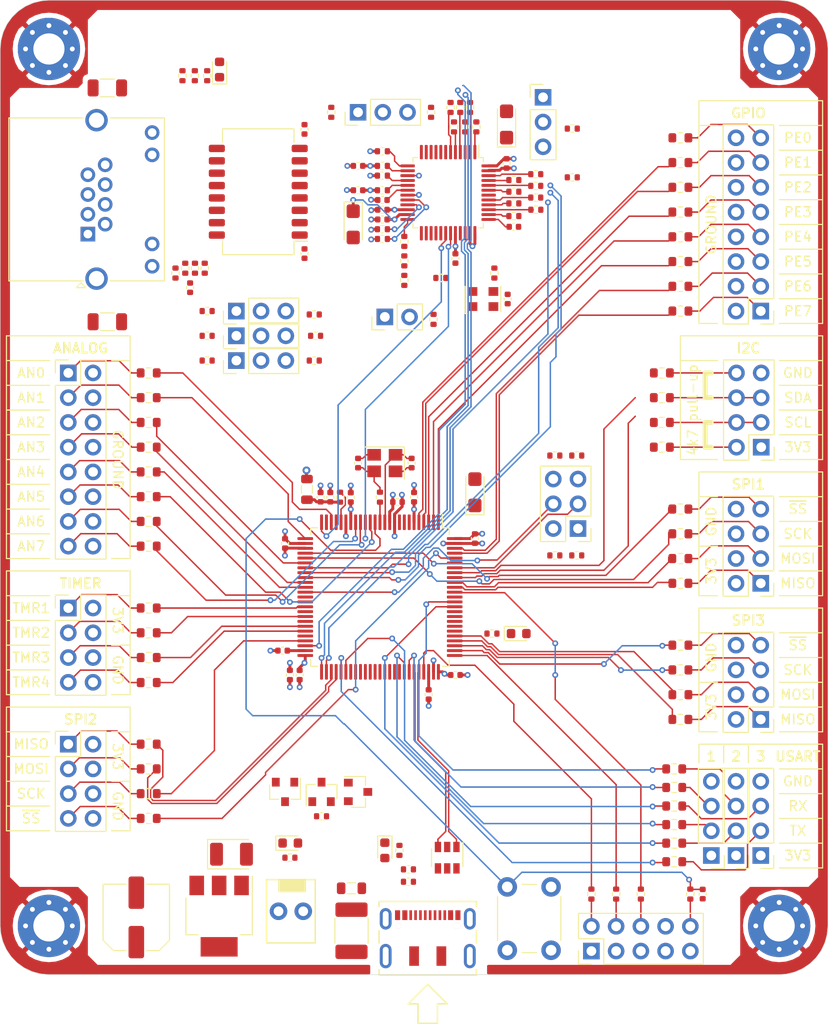
<source format=kicad_pcb>
(kicad_pcb (version 20171130) (host pcbnew 5.1.8-db9833491~88~ubuntu18.04.1)
  (layers (0 F.Cu mixed) (1 In1.Cu signal hide) (2 In2.Cu signal hide) (31 B.Cu mixed) (34 B.Paste user hide) (35 F.Paste user hide) (36 B.SilkS user) (37 F.SilkS user) (38 B.Mask user) (39 F.Mask user) (44 Edge.Cuts user))
  (net 0 "")
  (net 1 GND)
  (net 2 +5V)
  (net 3 +3V3)
  (net 4 /PHY/PFB)
  (net 5 GNDPWR)
  (net 6 "Net-(C16-Pad1)")
  (net 7 /MCU/VCAP_1)
  (net 8 /MCU/NRST)
  (net 9 /MCU/VCAP_2)
  (net 10 VDDA)
  (net 11 /MCU/OSC_IN)
  (net 12 "Net-(C31-Pad1)")
  (net 13 "Net-(D1-Pad2)")
  (net 14 "Net-(D2-Pad2)")
  (net 15 "Net-(D3-Pad1)")
  (net 16 "Net-(D4-Pad1)")
  (net 17 "Net-(F1-Pad2)")
  (net 18 VUSB)
  (net 19 /PSU/VEXT)
  (net 20 "Net-(J10-Pad11)")
  (net 21 "Net-(J10-Pad9)")
  (net 22 "Net-(J10-Pad7)")
  (net 23 /PHY/RX-)
  (net 24 "Net-(J10-Pad4)")
  (net 25 /PHY/RX+)
  (net 26 /PHY/TX-)
  (net 27 /PHY/TX+)
  (net 28 "Net-(J11-PadB5)")
  (net 29 /MCU/USB_CONN_D-)
  (net 30 /MCU/USB_CONN_D+)
  (net 31 "Net-(J11-PadB8)")
  (net 32 "Net-(J11-PadA8)")
  (net 33 "Net-(J11-PadA5)")
  (net 34 "Net-(J11-PadA4)")
  (net 35 "Net-(J11-PadS1)")
  (net 36 "Net-(J12-Pad10)")
  (net 37 "Net-(J12-Pad8)")
  (net 38 "Net-(J12-Pad7)")
  (net 39 "Net-(J12-Pad6)")
  (net 40 "Net-(J12-Pad4)")
  (net 41 "Net-(J12-Pad2)")
  (net 42 "Net-(JP1-Pad2)")
  (net 43 /PHY/~RESET)
  (net 44 "Net-(JP2-Pad3)")
  (net 45 /PHY/MII_MODE)
  (net 46 "Net-(JP2-Pad1)")
  (net 47 "Net-(JP3-Pad3)")
  (net 48 /PHY/SNI_MODE)
  (net 49 "Net-(JP3-Pad1)")
  (net 50 "Net-(JP4-Pad3)")
  (net 51 /PHY/AN0)
  (net 52 "Net-(JP4-Pad1)")
  (net 53 "Net-(JP5-Pad3)")
  (net 54 /PHY/AN1)
  (net 55 "Net-(JP5-Pad1)")
  (net 56 "Net-(JP6-Pad3)")
  (net 57 /PHY/AN_EN)
  (net 58 "Net-(JP6-Pad1)")
  (net 59 "Net-(JP7-Pad6)")
  (net 60 "Net-(JP7-Pad5)")
  (net 61 /MCU/BOOT1)
  (net 62 /MCU/BOOT0)
  (net 63 "Net-(JP7-Pad2)")
  (net 64 "Net-(JP7-Pad1)")
  (net 65 "Net-(Q1-Pad1)")
  (net 66 /ETH_TX_D0)
  (net 67 "Net-(R7-Pad1)")
  (net 68 /ETH_TX_D1)
  (net 69 "Net-(R8-Pad1)")
  (net 70 /PHY/TXD_2)
  (net 71 "Net-(R9-Pad1)")
  (net 72 "Net-(R10-Pad1)")
  (net 73 /PHY/TXD_CLK)
  (net 74 "Net-(R11-Pad1)")
  (net 75 /ETH_TX_EN)
  (net 76 "Net-(R12-Pad1)")
  (net 77 /ETH_RXD0)
  (net 78 "Net-(R13-Pad1)")
  (net 79 /ETH_RXD1)
  (net 80 "Net-(R14-Pad1)")
  (net 81 /PHY/RXD_2)
  (net 82 "Net-(R15-Pad1)")
  (net 83 /PHY/RXD_3)
  (net 84 "Net-(R16-Pad1)")
  (net 85 /PHY/RX_CLK)
  (net 86 "Net-(R17-Pad1)")
  (net 87 /PHY/RX_ER)
  (net 88 "Net-(R18-Pad1)")
  (net 89 "Net-(R19-Pad1)")
  (net 90 /ETH_CRS_DV)
  (net 91 "Net-(R20-Pad1)")
  (net 92 /ETH_MDIO)
  (net 93 "Net-(R22-Pad2)")
  (net 94 "Net-(R22-Pad1)")
  (net 95 "Net-(R23-Pad2)")
  (net 96 "Net-(R24-Pad2)")
  (net 97 /PHY/TD+)
  (net 98 /PHY/TD-)
  (net 99 /PHY/RD+)
  (net 100 /PHY/RD-)
  (net 101 "Net-(R29-Pad2)")
  (net 102 "Net-(R29-Pad1)")
  (net 103 "Net-(R32-Pad1)")
  (net 104 /PHY/RXC)
  (net 105 /PHY/TXC)
  (net 106 /MCU/STATUS_LED)
  (net 107 /MCU/OSC_OUT)
  (net 108 /MCU/SWDIO)
  (net 109 /MCU/SWCLK)
  (net 110 /MCU/SWO)
  (net 111 /MCU/SPI1_MISO)
  (net 112 /MCU/SPI1_MOSI)
  (net 113 /MCU/SPI1_SCK)
  (net 114 /MCU/SPI1_NSS)
  (net 115 /MCU/SPI2_MISO)
  (net 116 /MCU/SPI2_MOSI)
  (net 117 /MCU/SPI2_SCK)
  (net 118 /MCU/SPI2_NSS)
  (net 119 /MCU/I2C1_SDA)
  (net 120 /MCU/I2C1_SCL)
  (net 121 "Net-(U2-Pad42)")
  (net 122 "Net-(U2-Pad33)")
  (net 123 /ETH_MDC)
  (net 124 "Net-(U2-Pad25)")
  (net 125 "Net-(U2-Pad7)")
  (net 126 "Net-(U3-Pad95)")
  (net 127 "Net-(U3-Pad88)")
  (net 128 "Net-(U3-Pad85)")
  (net 129 "Net-(U3-Pad84)")
  (net 130 "Net-(U3-Pad83)")
  (net 131 "Net-(U3-Pad82)")
  (net 132 /MCU/SPI3_MOSI)
  (net 133 /MCU/SPI3_MISO)
  (net 134 /MCU/SPI3_SCK)
  (net 135 /MCU/SPI3_NSS)
  (net 136 /MCU/USB_FS_D+)
  (net 137 /MCU/USB_FS_D-)
  (net 138 "Net-(U3-Pad67)")
  (net 139 "Net-(U3-Pad66)")
  (net 140 "Net-(U3-Pad65)")
  (net 141 "Net-(U3-Pad64)")
  (net 142 "Net-(U3-Pad63)")
  (net 143 "Net-(U3-Pad62)")
  (net 144 "Net-(U3-Pad61)")
  (net 145 "Net-(U3-Pad60)")
  (net 146 "Net-(U3-Pad59)")
  (net 147 "Net-(U3-Pad58)")
  (net 148 "Net-(U3-Pad57)")
  (net 149 /MCU/USART3_RX)
  (net 150 /MCU/USART3_TX)
  (net 151 "Net-(U3-Pad46)")
  (net 152 "Net-(U3-Pad43)")
  (net 153 "Net-(U3-Pad41)")
  (net 154 "Net-(U3-Pad39)")
  (net 155 /MCU/ETH_REF_CLK)
  (net 156 "Net-(U3-Pad9)")
  (net 157 "Net-(U3-Pad8)")
  (net 158 "Net-(U3-Pad7)")
  (net 159 /MCU/GPIO0)
  (net 160 /GPIO7_R)
  (net 161 /GPIO6_R)
  (net 162 /GPIO5_R)
  (net 163 /GPIO4_R)
  (net 164 /GPIO3_R)
  (net 165 /GPIO2_R)
  (net 166 /GPIO1_R)
  (net 167 /GPIO0_R)
  (net 168 /ADC7_R)
  (net 169 /ADC6_R)
  (net 170 /ADC5_R)
  (net 171 /ADC4_R)
  (net 172 /ADC3_R)
  (net 173 /ADC2_R)
  (net 174 /ADC1_R)
  (net 175 /ADC0_R)
  (net 176 /TMR4_R)
  (net 177 /TMR3_R)
  (net 178 /TMR2_R)
  (net 179 /TMR1_R)
  (net 180 /USART1_RX_R)
  (net 181 /USART1_TX_R)
  (net 182 /USART2_RX_R)
  (net 183 /USART2_TX_R)
  (net 184 /SPI1_NSS)
  (net 185 /SPI1_SCK_R)
  (net 186 /SPI1_MOSI_R)
  (net 187 /SPI1_MISO_R)
  (net 188 /SPI2_NSS_R)
  (net 189 /SPI2_SCK_R)
  (net 190 /SPI2_MOSI_R)
  (net 191 /SPI2_MISO_R)
  (net 192 /I2C1_SDA_R)
  (net 193 /I2C1_SCL_R)
  (net 194 /USART3_RX_R)
  (net 195 /USART3_TX_R)
  (net 196 /SPI3_NSS_R)
  (net 197 /SPI3_SCK_R)
  (net 198 /SPI3_MOSI_R)
  (net 199 /SPI3_MISO_R)
  (net 200 /MCU/GPIO1)
  (net 201 /MCU/GPIO2)
  (net 202 /MCU/GPIO3)
  (net 203 /MCU/GPIO4)
  (net 204 /MCU/GPIO5)
  (net 205 /MCU/GPIO6)
  (net 206 /MCU/GPIO7)
  (net 207 /MCU/ADC_IN0)
  (net 208 /MCU/ADC_IN3)
  (net 209 /MCU/ADC_IN6)
  (net 210 /MCU/ADC_IN8)
  (net 211 /MCU/ADC_IN9)
  (net 212 /MCU/ADC_IN10)
  (net 213 /MCU/ADC_IN12)
  (net 214 /MCU/ADC_IN13)
  (net 215 /MCU/TMR_CH1)
  (net 216 /MCU/TMR_CH2)
  (net 217 /MCU/TMR_CH3)
  (net 218 /MCU/TMR_CH4)
  (net 219 /MCU/USART1_TX)
  (net 220 /MCU/USART1_RX)
  (net 221 /MCU/USART2_TX)
  (net 222 /MCU/USART2_RX)
  (net 223 /MCU/VREF+)
  (net 224 "Net-(J8-Pad8)")
  (net 225 "Net-(J8-Pad2)")
  (module Resistor_SMD:R_0603_1608Metric (layer F.Cu) (at 107.95 95.25)
    (fp_text reference R2 hide)
    (fp_text value 4k7)
    (pad 2 smd roundrect (at 0.825 0) (size 0.8 0.95) (layers F.Cu F.Paste F.Mask) (net 224 "Net-(J8-Pad8)"))
    (pad 1 smd roundrect (at -0.825 0) (size 0.8 0.95) (layers F.Cu F.Paste F.Mask) (net 3 +3V3))
  )
  (module Resistor_SMD:R_0603_1608Metric (layer F.Cu) (at 107.95 102.87)
    (fp_text reference R1 hide)
    (fp_text value 4k7)
    (pad 2 smd roundrect (at 0.825 0) (size 0.8 0.95) (layers F.Cu F.Paste F.Mask) (net 225 "Net-(J8-Pad2)"))
    (pad 1 smd roundrect (at -0.825 0) (size 0.8 0.95) (layers F.Cu F.Paste F.Mask) (net 3 +3V3))
  )
  (module Capacitor_Tantalum_SMD:CP_EIA-3216-18_Kemet-A (layer F.Cu) (at 88.75 107.5 90)
    (fp_text reference C32 hide)
    (fp_text value 10uF)
    (pad 2 smd roundrect (at 1.35 0 90) (size 1.4 1.35) (layers F.Cu F.Paste F.Mask) (roundrect_rratio 0.185185) (net 1 GND))
    (pad 1 smd roundrect (at -1.35 0 90) (size 1.4 1.35) (layers F.Cu F.Paste F.Mask) (roundrect_rratio 0.185185) (net 3 +3V3))
  )
  (module Connector_RJ:RJ45_Amphenol_RJHSE538X (layer F.Cu) (at 49 81 90)
    (fp_text reference J10 hide)
    (fp_text value RJ45_LED_Shielded)
    (pad 12 thru_hole circle (at 10.42 6.6 90) (size 1.5 1.5) (drill 0.89) (layers *.Cu *.Mask) (net 3 +3V3))
    (pad 11 thru_hole circle (at 8.13 6.6 90) (size 1.5 1.5) (drill 0.89) (layers *.Cu *.Mask) (net 20 "Net-(J10-Pad11)"))
    (pad 10 thru_hole circle (at -1.01 6.6 90) (size 1.5 1.5) (drill 0.89) (layers *.Cu *.Mask) (net 3 +3V3))
    (pad 9 thru_hole circle (at -3.3 6.6 90) (size 1.5 1.5) (drill 0.89) (layers *.Cu *.Mask) (net 21 "Net-(J10-Pad9)"))
    (pad SH thru_hole circle (at -4.57 0.89 90) (size 2.3 2.3) (drill 1.57) (layers *.Cu *.Mask) (net 5 GNDPWR))
    (pad SH thru_hole circle (at 11.69 0.89 90) (size 2.3 2.3) (drill 1.57) (layers *.Cu *.Mask) (net 5 GNDPWR))
    (pad "" np_thru_hole circle (at 9.91 -2.54 90) (size 3.25 3.25) (drill 3.25) (layers *.Cu *.Mask))
    (pad "" np_thru_hole circle (at -2.79 -2.54 90) (size 3.25 3.25) (drill 3.25) (layers *.Cu *.Mask))
    (pad 8 thru_hole circle (at 7.112 1.78 90) (size 1.5 1.5) (drill 0.89) (layers *.Cu *.Mask) (net 22 "Net-(J10-Pad7)"))
    (pad 6 thru_hole circle (at 5.08 1.78 90) (size 1.5 1.5) (drill 0.89) (layers *.Cu *.Mask) (net 23 /PHY/RX-))
    (pad 4 thru_hole circle (at 3.048 1.78 90) (size 1.5 1.5) (drill 0.89) (layers *.Cu *.Mask) (net 24 "Net-(J10-Pad4)"))
    (pad 2 thru_hole circle (at 1.016 1.78 90) (size 1.5 1.5) (drill 0.89) (layers *.Cu *.Mask) (net 26 /PHY/TX-))
    (pad 7 thru_hole circle (at 6.096 0 90) (size 1.5 1.5) (drill 0.89) (layers *.Cu *.Mask) (net 22 "Net-(J10-Pad7)"))
    (pad 5 thru_hole circle (at 4.064 0 90) (size 1.5 1.5) (drill 0.89) (layers *.Cu *.Mask) (net 24 "Net-(J10-Pad4)"))
    (pad 3 thru_hole circle (at 2.032 0 90) (size 1.5 1.5) (drill 0.89) (layers *.Cu *.Mask) (net 25 /PHY/RX+))
    (pad 1 thru_hole rect (at 0 0 90) (size 1.5 1.5) (drill 0.89) (layers *.Cu *.Mask) (net 27 /PHY/TX+))
  )
  (module ak:Molex_022112022 (layer F.Cu) (at 69.85 150.5)
    (fp_text reference J9 hide)
    (fp_text value Conn_01x02)
    (pad 2 thru_hole circle (at 1.27 0) (size 1.8 1.8) (drill 1) (layers *.Cu *.Mask) (net 1 GND))
    (pad 1 thru_hole circle (at -1.27 0) (size 1.8 1.8) (drill 1) (layers *.Cu *.Mask) (net 19 /PSU/VEXT))
  )
  (module Capacitor_Tantalum_SMD:CP_EIA-3528-15_AVX-H (layer F.Cu) (at 63.75 144.645)
    (fp_text reference C2 hide)
    (fp_text value 100uF)
    (pad 2 smd roundrect (at 1.5375 0) (size 1.325 2.35) (layers F.Cu F.Paste F.Mask) (roundrect_rratio 0.188679) (net 1 GND))
    (pad 1 smd roundrect (at -1.5375 0) (size 1.325 2.35) (layers F.Cu F.Paste F.Mask) (roundrect_rratio 0.188679) (net 3 +3V3))
  )
  (module Capacitor_SMD:C_Elec_6.3x7.7 (layer F.Cu) (at 53.975 151.13 90)
    (fp_text reference C1 hide)
    (fp_text value 47uF)
    (pad 2 smd roundrect (at 2.5375 0 90) (size 3.325 1.6) (layers F.Cu F.Paste F.Mask) (roundrect_rratio 0.15625) (net 1 GND))
    (pad 1 smd roundrect (at -2.5375 0 90) (size 3.325 1.6) (layers F.Cu F.Paste F.Mask) (roundrect_rratio 0.15625) (net 2 +5V))
  )
  (module Resistor_SMD:R_0603_1608Metric (layer F.Cu) (at 109.855 123.19 180)
    (fp_text reference R103 hide)
    (fp_text value 33)
    (pad 2 smd roundrect (at 0.825 0 180) (size 0.8 0.95) (layers F.Cu F.Paste F.Mask) (net 135 /MCU/SPI3_NSS))
    (pad 1 smd roundrect (at -0.825 0 180) (size 0.8 0.95) (layers F.Cu F.Paste F.Mask) (net 196 /SPI3_NSS_R))
  )
  (module Resistor_SMD:R_0603_1608Metric (layer F.Cu) (at 109.855 125.73 180)
    (fp_text reference R102 hide)
    (fp_text value 33)
    (pad 2 smd roundrect (at 0.825 0 180) (size 0.8 0.95) (layers F.Cu F.Paste F.Mask) (net 134 /MCU/SPI3_SCK))
    (pad 1 smd roundrect (at -0.825 0 180) (size 0.8 0.95) (layers F.Cu F.Paste F.Mask) (net 197 /SPI3_SCK_R))
  )
  (module Resistor_SMD:R_0603_1608Metric (layer F.Cu) (at 109.855 128.27 180)
    (fp_text reference R101 hide)
    (fp_text value 33)
    (pad 2 smd roundrect (at 0.825 0 180) (size 0.8 0.95) (layers F.Cu F.Paste F.Mask) (net 132 /MCU/SPI3_MOSI))
    (pad 1 smd roundrect (at -0.825 0 180) (size 0.8 0.95) (layers F.Cu F.Paste F.Mask) (net 198 /SPI3_MOSI_R))
  )
  (module Resistor_SMD:R_0603_1608Metric (layer F.Cu) (at 109.855 130.81 180)
    (fp_text reference R100 hide)
    (fp_text value 33)
    (pad 2 smd roundrect (at 0.825 0 180) (size 0.8 0.95) (layers F.Cu F.Paste F.Mask) (net 133 /MCU/SPI3_MISO))
    (pad 1 smd roundrect (at -0.825 0 180) (size 0.8 0.95) (layers F.Cu F.Paste F.Mask) (net 199 /SPI3_MISO_R))
  )
  (module Resistor_SMD:R_0603_1608Metric (layer F.Cu) (at 107.95 97.79 180)
    (fp_text reference R97 hide)
    (fp_text value 33)
    (pad 2 smd roundrect (at 0.825 0 180) (size 0.8 0.95) (layers F.Cu F.Paste F.Mask) (net 119 /MCU/I2C1_SDA))
    (pad 1 smd roundrect (at -0.825 0 180) (size 0.8 0.95) (layers F.Cu F.Paste F.Mask) (net 192 /I2C1_SDA_R))
  )
  (module Resistor_SMD:R_0603_1608Metric (layer F.Cu) (at 107.95 100.33 180)
    (fp_text reference R96 hide)
    (fp_text value 33)
    (pad 2 smd roundrect (at 0.825 0 180) (size 0.8 0.95) (layers F.Cu F.Paste F.Mask) (net 120 /MCU/I2C1_SCL))
    (pad 1 smd roundrect (at -0.825 0 180) (size 0.8 0.95) (layers F.Cu F.Paste F.Mask) (net 193 /I2C1_SCL_R))
  )
  (module Resistor_SMD:R_0603_1608Metric (layer F.Cu) (at 55.245 140.97)
    (fp_text reference R95 hide)
    (fp_text value 33)
    (pad 2 smd roundrect (at 0.825 0) (size 0.8 0.95) (layers F.Cu F.Paste F.Mask) (net 118 /MCU/SPI2_NSS))
    (pad 1 smd roundrect (at -0.825 0) (size 0.8 0.95) (layers F.Cu F.Paste F.Mask) (net 188 /SPI2_NSS_R))
  )
  (module Resistor_SMD:R_0603_1608Metric (layer F.Cu) (at 55.245 138.43)
    (fp_text reference R94 hide)
    (fp_text value 33)
    (pad 2 smd roundrect (at 0.825 0) (size 0.8 0.95) (layers F.Cu F.Paste F.Mask) (net 117 /MCU/SPI2_SCK))
    (pad 1 smd roundrect (at -0.825 0) (size 0.8 0.95) (layers F.Cu F.Paste F.Mask) (net 189 /SPI2_SCK_R))
  )
  (module Resistor_SMD:R_0603_1608Metric (layer F.Cu) (at 55.245 135.89)
    (fp_text reference R93 hide)
    (fp_text value 33)
    (pad 2 smd roundrect (at 0.825 0) (size 0.8 0.95) (layers F.Cu F.Paste F.Mask) (net 116 /MCU/SPI2_MOSI))
    (pad 1 smd roundrect (at -0.825 0) (size 0.8 0.95) (layers F.Cu F.Paste F.Mask) (net 190 /SPI2_MOSI_R))
  )
  (module Resistor_SMD:R_0603_1608Metric (layer F.Cu) (at 55.245 133.35)
    (fp_text reference R92 hide)
    (fp_text value 33)
    (pad 2 smd roundrect (at 0.825 0) (size 0.8 0.95) (layers F.Cu F.Paste F.Mask) (net 115 /MCU/SPI2_MISO))
    (pad 1 smd roundrect (at -0.825 0) (size 0.8 0.95) (layers F.Cu F.Paste F.Mask) (net 191 /SPI2_MISO_R))
  )
  (module Resistor_SMD:R_0603_1608Metric (layer F.Cu) (at 109.855 109.22 180)
    (fp_text reference R91 hide)
    (fp_text value 33)
    (pad 2 smd roundrect (at 0.825 0 180) (size 0.8 0.95) (layers F.Cu F.Paste F.Mask) (net 114 /MCU/SPI1_NSS))
    (pad 1 smd roundrect (at -0.825 0 180) (size 0.8 0.95) (layers F.Cu F.Paste F.Mask) (net 184 /SPI1_NSS))
  )
  (module Resistor_SMD:R_0603_1608Metric (layer F.Cu) (at 109.855 111.76 180)
    (fp_text reference R90 hide)
    (fp_text value 33)
    (pad 2 smd roundrect (at 0.825 0 180) (size 0.8 0.95) (layers F.Cu F.Paste F.Mask) (net 113 /MCU/SPI1_SCK))
    (pad 1 smd roundrect (at -0.825 0 180) (size 0.8 0.95) (layers F.Cu F.Paste F.Mask) (net 185 /SPI1_SCK_R))
  )
  (module Resistor_SMD:R_0603_1608Metric (layer F.Cu) (at 109.855 114.3 180)
    (fp_text reference R89 hide)
    (fp_text value 33)
    (pad 2 smd roundrect (at 0.825 0 180) (size 0.8 0.95) (layers F.Cu F.Paste F.Mask) (net 112 /MCU/SPI1_MOSI))
    (pad 1 smd roundrect (at -0.825 0 180) (size 0.8 0.95) (layers F.Cu F.Paste F.Mask) (net 186 /SPI1_MOSI_R))
  )
  (module Resistor_SMD:R_0603_1608Metric (layer F.Cu) (at 109.855 116.84 180)
    (fp_text reference R88 hide)
    (fp_text value 33)
    (pad 2 smd roundrect (at 0.825 0 180) (size 0.8 0.95) (layers F.Cu F.Paste F.Mask) (net 111 /MCU/SPI1_MISO))
    (pad 1 smd roundrect (at -0.825 0 180) (size 0.8 0.95) (layers F.Cu F.Paste F.Mask) (net 187 /SPI1_MISO_R))
  )
  (module Resistor_SMD:R_0603_1608Metric (layer F.Cu) (at 109.22 135.89)
    (fp_text reference R87 hide)
    (fp_text value 33)
    (pad 2 smd roundrect (at 0.825 0) (size 0.8 0.95) (layers F.Cu F.Paste F.Mask) (net 182 /USART2_RX_R))
    (pad 1 smd roundrect (at -0.825 0) (size 0.8 0.95) (layers F.Cu F.Paste F.Mask) (net 222 /MCU/USART2_RX))
  )
  (module Resistor_SMD:R_0603_1608Metric (layer F.Cu) (at 109.22 143.51)
    (fp_text reference R86 hide)
    (fp_text value 33)
    (pad 2 smd roundrect (at 0.825 0) (size 0.8 0.95) (layers F.Cu F.Paste F.Mask) (net 183 /USART2_TX_R))
    (pad 1 smd roundrect (at -0.825 0) (size 0.8 0.95) (layers F.Cu F.Paste F.Mask) (net 221 /MCU/USART2_TX))
  )
  (module Resistor_SMD:R_0603_1608Metric (layer F.Cu) (at 109.22 137.795)
    (fp_text reference R85 hide)
    (fp_text value 33)
    (pad 2 smd roundrect (at 0.825 0) (size 0.8 0.95) (layers F.Cu F.Paste F.Mask) (net 180 /USART1_RX_R))
    (pad 1 smd roundrect (at -0.825 0) (size 0.8 0.95) (layers F.Cu F.Paste F.Mask) (net 220 /MCU/USART1_RX))
  )
  (module Resistor_SMD:R_0603_1608Metric (layer F.Cu) (at 109.22 141.605)
    (fp_text reference R84 hide)
    (fp_text value 33)
    (pad 2 smd roundrect (at 0.825 0) (size 0.8 0.95) (layers F.Cu F.Paste F.Mask) (net 181 /USART1_TX_R))
    (pad 1 smd roundrect (at -0.825 0) (size 0.8 0.95) (layers F.Cu F.Paste F.Mask) (net 219 /MCU/USART1_TX))
  )
  (module Resistor_SMD:R_0603_1608Metric (layer F.Cu) (at 55.245 127.025 180)
    (fp_text reference R83 hide)
    (fp_text value 33)
    (pad 2 smd roundrect (at 0.825 0 180) (size 0.8 0.95) (layers F.Cu F.Paste F.Mask) (net 176 /TMR4_R))
    (pad 1 smd roundrect (at -0.825 0 180) (size 0.8 0.95) (layers F.Cu F.Paste F.Mask) (net 218 /MCU/TMR_CH4))
  )
  (module Resistor_SMD:R_0603_1608Metric (layer F.Cu) (at 55.245 124.46 180)
    (fp_text reference R82 hide)
    (fp_text value 33)
    (pad 2 smd roundrect (at 0.825 0 180) (size 0.8 0.95) (layers F.Cu F.Paste F.Mask) (net 177 /TMR3_R))
    (pad 1 smd roundrect (at -0.825 0 180) (size 0.8 0.95) (layers F.Cu F.Paste F.Mask) (net 217 /MCU/TMR_CH3))
  )
  (module Resistor_SMD:R_0603_1608Metric (layer F.Cu) (at 55.245 121.92 180)
    (fp_text reference R81 hide)
    (fp_text value 33)
    (pad 2 smd roundrect (at 0.825 0 180) (size 0.8 0.95) (layers F.Cu F.Paste F.Mask) (net 178 /TMR2_R))
    (pad 1 smd roundrect (at -0.825 0 180) (size 0.8 0.95) (layers F.Cu F.Paste F.Mask) (net 216 /MCU/TMR_CH2))
  )
  (module Resistor_SMD:R_0603_1608Metric (layer F.Cu) (at 55.245 119.38 180)
    (fp_text reference R80 hide)
    (fp_text value 33)
    (pad 2 smd roundrect (at 0.825 0 180) (size 0.8 0.95) (layers F.Cu F.Paste F.Mask) (net 179 /TMR1_R))
    (pad 1 smd roundrect (at -0.825 0 180) (size 0.8 0.95) (layers F.Cu F.Paste F.Mask) (net 215 /MCU/TMR_CH1))
  )
  (module Resistor_SMD:R_0603_1608Metric (layer F.Cu) (at 55.245 113.03 180)
    (fp_text reference R79 hide)
    (fp_text value 33)
    (pad 2 smd roundrect (at 0.825 0 180) (size 0.8 0.95) (layers F.Cu F.Paste F.Mask) (net 168 /ADC7_R))
    (pad 1 smd roundrect (at -0.825 0 180) (size 0.8 0.95) (layers F.Cu F.Paste F.Mask) (net 214 /MCU/ADC_IN13))
  )
  (module Resistor_SMD:R_0603_1608Metric (layer F.Cu) (at 55.245 110.49 180)
    (fp_text reference R78 hide)
    (fp_text value 33)
    (pad 2 smd roundrect (at 0.825 0 180) (size 0.8 0.95) (layers F.Cu F.Paste F.Mask) (net 169 /ADC6_R))
    (pad 1 smd roundrect (at -0.825 0 180) (size 0.8 0.95) (layers F.Cu F.Paste F.Mask) (net 213 /MCU/ADC_IN12))
  )
  (module Resistor_SMD:R_0603_1608Metric (layer F.Cu) (at 55.245 107.95 180)
    (fp_text reference R77 hide)
    (fp_text value 33)
    (pad 2 smd roundrect (at 0.825 0 180) (size 0.8 0.95) (layers F.Cu F.Paste F.Mask) (net 170 /ADC5_R))
    (pad 1 smd roundrect (at -0.825 0 180) (size 0.8 0.95) (layers F.Cu F.Paste F.Mask) (net 212 /MCU/ADC_IN10))
  )
  (module Resistor_SMD:R_0603_1608Metric (layer F.Cu) (at 55.245 105.41 180)
    (fp_text reference R76 hide)
    (fp_text value 33)
    (pad 2 smd roundrect (at 0.825 0 180) (size 0.8 0.95) (layers F.Cu F.Paste F.Mask) (net 171 /ADC4_R))
    (pad 1 smd roundrect (at -0.825 0 180) (size 0.8 0.95) (layers F.Cu F.Paste F.Mask) (net 211 /MCU/ADC_IN9))
  )
  (module Resistor_SMD:R_0603_1608Metric (layer F.Cu) (at 55.245 102.87 180)
    (fp_text reference R75 hide)
    (fp_text value 33)
    (pad 2 smd roundrect (at 0.825 0 180) (size 0.8 0.95) (layers F.Cu F.Paste F.Mask) (net 172 /ADC3_R))
    (pad 1 smd roundrect (at -0.825 0 180) (size 0.8 0.95) (layers F.Cu F.Paste F.Mask) (net 210 /MCU/ADC_IN8))
  )
  (module Resistor_SMD:R_0603_1608Metric (layer F.Cu) (at 55.245 100.33 180)
    (fp_text reference R74 hide)
    (fp_text value 33)
    (pad 2 smd roundrect (at 0.825 0 180) (size 0.8 0.95) (layers F.Cu F.Paste F.Mask) (net 173 /ADC2_R))
    (pad 1 smd roundrect (at -0.825 0 180) (size 0.8 0.95) (layers F.Cu F.Paste F.Mask) (net 209 /MCU/ADC_IN6))
  )
  (module Resistor_SMD:R_0603_1608Metric (layer F.Cu) (at 55.245 97.79 180)
    (fp_text reference R73 hide)
    (fp_text value 33)
    (pad 2 smd roundrect (at 0.825 0 180) (size 0.8 0.95) (layers F.Cu F.Paste F.Mask) (net 174 /ADC1_R))
    (pad 1 smd roundrect (at -0.825 0 180) (size 0.8 0.95) (layers F.Cu F.Paste F.Mask) (net 208 /MCU/ADC_IN3))
  )
  (module Resistor_SMD:R_0603_1608Metric (layer F.Cu) (at 55.245 95.25 180)
    (fp_text reference R72 hide)
    (fp_text value 33)
    (pad 2 smd roundrect (at 0.825 0 180) (size 0.8 0.95) (layers F.Cu F.Paste F.Mask) (net 175 /ADC0_R))
    (pad 1 smd roundrect (at -0.825 0 180) (size 0.8 0.95) (layers F.Cu F.Paste F.Mask) (net 207 /MCU/ADC_IN0))
  )
  (module Resistor_SMD:R_0603_1608Metric (layer F.Cu) (at 109.855 71.12)
    (fp_text reference R71 hide)
    (fp_text value 33)
    (pad 2 smd roundrect (at 0.825 0) (size 0.8 0.95) (layers F.Cu F.Paste F.Mask) (net 160 /GPIO7_R))
    (pad 1 smd roundrect (at -0.825 0) (size 0.8 0.95) (layers F.Cu F.Paste F.Mask) (net 206 /MCU/GPIO7))
  )
  (module Resistor_SMD:R_0603_1608Metric (layer F.Cu) (at 109.855 73.66)
    (fp_text reference R70 hide)
    (fp_text value 33)
    (pad 2 smd roundrect (at 0.825 0) (size 0.8 0.95) (layers F.Cu F.Paste F.Mask) (net 161 /GPIO6_R))
    (pad 1 smd roundrect (at -0.825 0) (size 0.8 0.95) (layers F.Cu F.Paste F.Mask) (net 205 /MCU/GPIO6))
  )
  (module Resistor_SMD:R_0603_1608Metric (layer F.Cu) (at 109.855 76.2)
    (fp_text reference R69 hide)
    (fp_text value 33)
    (pad 2 smd roundrect (at 0.825 0) (size 0.8 0.95) (layers F.Cu F.Paste F.Mask) (net 162 /GPIO5_R))
    (pad 1 smd roundrect (at -0.825 0) (size 0.8 0.95) (layers F.Cu F.Paste F.Mask) (net 204 /MCU/GPIO5))
  )
  (module Resistor_SMD:R_0603_1608Metric (layer F.Cu) (at 109.855 78.74)
    (fp_text reference R68 hide)
    (fp_text value 33)
    (pad 2 smd roundrect (at 0.825 0) (size 0.8 0.95) (layers F.Cu F.Paste F.Mask) (net 163 /GPIO4_R))
    (pad 1 smd roundrect (at -0.825 0) (size 0.8 0.95) (layers F.Cu F.Paste F.Mask) (net 203 /MCU/GPIO4))
  )
  (module Resistor_SMD:R_0603_1608Metric (layer F.Cu) (at 109.855 81.28)
    (fp_text reference R67 hide)
    (fp_text value 33)
    (pad 2 smd roundrect (at 0.825 0) (size 0.8 0.95) (layers F.Cu F.Paste F.Mask) (net 164 /GPIO3_R))
    (pad 1 smd roundrect (at -0.825 0) (size 0.8 0.95) (layers F.Cu F.Paste F.Mask) (net 202 /MCU/GPIO3))
  )
  (module Resistor_SMD:R_0603_1608Metric (layer F.Cu) (at 109.855 83.82)
    (fp_text reference R66 hide)
    (fp_text value 33)
    (pad 2 smd roundrect (at 0.825 0) (size 0.8 0.95) (layers F.Cu F.Paste F.Mask) (net 165 /GPIO2_R))
    (pad 1 smd roundrect (at -0.825 0) (size 0.8 0.95) (layers F.Cu F.Paste F.Mask) (net 201 /MCU/GPIO2))
  )
  (module Resistor_SMD:R_0603_1608Metric (layer F.Cu) (at 109.855 86.36)
    (fp_text reference R65 hide)
    (fp_text value 33)
    (pad 2 smd roundrect (at 0.825 0) (size 0.8 0.95) (layers F.Cu F.Paste F.Mask) (net 166 /GPIO1_R))
    (pad 1 smd roundrect (at -0.825 0) (size 0.8 0.95) (layers F.Cu F.Paste F.Mask) (net 200 /MCU/GPIO1))
  )
  (module Resistor_SMD:R_0603_1608Metric (layer F.Cu) (at 109.855 88.9)
    (fp_text reference R64 hide)
    (fp_text value 33)
    (pad 2 smd roundrect (at 0.825 0) (size 0.8 0.95) (layers F.Cu F.Paste F.Mask) (net 167 /GPIO0_R))
    (pad 1 smd roundrect (at -0.825 0) (size 0.8 0.95) (layers F.Cu F.Paste F.Mask) (net 159 /MCU/GPIO0))
  )
  (module Resistor_SMD:R_0603_1608Metric (layer F.Cu) (at 109.22 139.7)
    (fp_text reference R31 hide)
    (fp_text value 33)
    (pad 2 smd roundrect (at 0.825 0) (size 0.8 0.95) (layers F.Cu F.Paste F.Mask) (net 194 /USART3_RX_R))
    (pad 1 smd roundrect (at -0.825 0) (size 0.8 0.95) (layers F.Cu F.Paste F.Mask) (net 149 /MCU/USART3_RX))
  )
  (module Resistor_SMD:R_0603_1608Metric (layer F.Cu) (at 109.22 145.415)
    (fp_text reference R30 hide)
    (fp_text value 33)
    (pad 2 smd roundrect (at 0.825 0) (size 0.8 0.95) (layers F.Cu F.Paste F.Mask) (net 195 /USART3_TX_R))
    (pad 1 smd roundrect (at -0.825 0) (size 0.8 0.95) (layers F.Cu F.Paste F.Mask) (net 150 /MCU/USART3_TX))
  )
  (module MountingHole:MountingHole_3.2mm_M3_Pad_Via (layer F.Cu) (at 120 62)
    (fp_text reference H4 hide)
    (fp_text value MountingHole_Pad)
    (pad 1 thru_hole circle (at 1.697056 -1.697056) (size 0.8 0.8) (drill 0.5) (layers *.Cu *.Mask) (net 5 GNDPWR))
    (pad 1 thru_hole circle (at 0 -2.4) (size 0.8 0.8) (drill 0.5) (layers *.Cu *.Mask) (net 5 GNDPWR))
    (pad 1 thru_hole circle (at -1.697056 -1.697056) (size 0.8 0.8) (drill 0.5) (layers *.Cu *.Mask) (net 5 GNDPWR))
    (pad 1 thru_hole circle (at -2.4 0) (size 0.8 0.8) (drill 0.5) (layers *.Cu *.Mask) (net 5 GNDPWR))
    (pad 1 thru_hole circle (at -1.697056 1.697056) (size 0.8 0.8) (drill 0.5) (layers *.Cu *.Mask) (net 5 GNDPWR))
    (pad 1 thru_hole circle (at 0 2.4) (size 0.8 0.8) (drill 0.5) (layers *.Cu *.Mask) (net 5 GNDPWR))
    (pad 1 thru_hole circle (at 1.697056 1.697056) (size 0.8 0.8) (drill 0.5) (layers *.Cu *.Mask) (net 5 GNDPWR))
    (pad 1 thru_hole circle (at 2.4 0) (size 0.8 0.8) (drill 0.5) (layers *.Cu *.Mask) (net 5 GNDPWR))
    (pad 1 thru_hole circle (at 0 0) (size 6.4 6.4) (drill 3.2) (layers *.Cu *.Mask) (net 5 GNDPWR))
  )
  (module MountingHole:MountingHole_3.2mm_M3_Pad_Via (layer F.Cu) (at 120 152)
    (fp_text reference H3 hide)
    (fp_text value MountingHole_Pad)
    (pad 1 thru_hole circle (at 1.697056 -1.697056) (size 0.8 0.8) (drill 0.5) (layers *.Cu *.Mask) (net 5 GNDPWR))
    (pad 1 thru_hole circle (at 0 -2.4) (size 0.8 0.8) (drill 0.5) (layers *.Cu *.Mask) (net 5 GNDPWR))
    (pad 1 thru_hole circle (at -1.697056 -1.697056) (size 0.8 0.8) (drill 0.5) (layers *.Cu *.Mask) (net 5 GNDPWR))
    (pad 1 thru_hole circle (at -2.4 0) (size 0.8 0.8) (drill 0.5) (layers *.Cu *.Mask) (net 5 GNDPWR))
    (pad 1 thru_hole circle (at -1.697056 1.697056) (size 0.8 0.8) (drill 0.5) (layers *.Cu *.Mask) (net 5 GNDPWR))
    (pad 1 thru_hole circle (at 0 2.4) (size 0.8 0.8) (drill 0.5) (layers *.Cu *.Mask) (net 5 GNDPWR))
    (pad 1 thru_hole circle (at 1.697056 1.697056) (size 0.8 0.8) (drill 0.5) (layers *.Cu *.Mask) (net 5 GNDPWR))
    (pad 1 thru_hole circle (at 2.4 0) (size 0.8 0.8) (drill 0.5) (layers *.Cu *.Mask) (net 5 GNDPWR))
    (pad 1 thru_hole circle (at 0 0) (size 6.4 6.4) (drill 3.2) (layers *.Cu *.Mask) (net 5 GNDPWR))
  )
  (module MountingHole:MountingHole_3.2mm_M3_Pad_Via (layer F.Cu) (at 45 62)
    (fp_text reference H2 hide)
    (fp_text value MountingHole_Pad)
    (pad 1 thru_hole circle (at 1.697056 -1.697056) (size 0.8 0.8) (drill 0.5) (layers *.Cu *.Mask) (net 5 GNDPWR))
    (pad 1 thru_hole circle (at 0 -2.4) (size 0.8 0.8) (drill 0.5) (layers *.Cu *.Mask) (net 5 GNDPWR))
    (pad 1 thru_hole circle (at -1.697056 -1.697056) (size 0.8 0.8) (drill 0.5) (layers *.Cu *.Mask) (net 5 GNDPWR))
    (pad 1 thru_hole circle (at -2.4 0) (size 0.8 0.8) (drill 0.5) (layers *.Cu *.Mask) (net 5 GNDPWR))
    (pad 1 thru_hole circle (at -1.697056 1.697056) (size 0.8 0.8) (drill 0.5) (layers *.Cu *.Mask) (net 5 GNDPWR))
    (pad 1 thru_hole circle (at 0 2.4) (size 0.8 0.8) (drill 0.5) (layers *.Cu *.Mask) (net 5 GNDPWR))
    (pad 1 thru_hole circle (at 1.697056 1.697056) (size 0.8 0.8) (drill 0.5) (layers *.Cu *.Mask) (net 5 GNDPWR))
    (pad 1 thru_hole circle (at 2.4 0) (size 0.8 0.8) (drill 0.5) (layers *.Cu *.Mask) (net 5 GNDPWR))
    (pad 1 thru_hole circle (at 0 0) (size 6.4 6.4) (drill 3.2) (layers *.Cu *.Mask) (net 5 GNDPWR))
  )
  (module MountingHole:MountingHole_3.2mm_M3_Pad_Via (layer F.Cu) (at 45 152)
    (fp_text reference H1 hide)
    (fp_text value MountingHole_Pad)
    (pad 1 thru_hole circle (at 1.697056 -1.697056) (size 0.8 0.8) (drill 0.5) (layers *.Cu *.Mask) (net 5 GNDPWR))
    (pad 1 thru_hole circle (at 0 -2.4) (size 0.8 0.8) (drill 0.5) (layers *.Cu *.Mask) (net 5 GNDPWR))
    (pad 1 thru_hole circle (at -1.697056 -1.697056) (size 0.8 0.8) (drill 0.5) (layers *.Cu *.Mask) (net 5 GNDPWR))
    (pad 1 thru_hole circle (at -2.4 0) (size 0.8 0.8) (drill 0.5) (layers *.Cu *.Mask) (net 5 GNDPWR))
    (pad 1 thru_hole circle (at -1.697056 1.697056) (size 0.8 0.8) (drill 0.5) (layers *.Cu *.Mask) (net 5 GNDPWR))
    (pad 1 thru_hole circle (at 0 2.4) (size 0.8 0.8) (drill 0.5) (layers *.Cu *.Mask) (net 5 GNDPWR))
    (pad 1 thru_hole circle (at 1.697056 1.697056) (size 0.8 0.8) (drill 0.5) (layers *.Cu *.Mask) (net 5 GNDPWR))
    (pad 1 thru_hole circle (at 2.4 0) (size 0.8 0.8) (drill 0.5) (layers *.Cu *.Mask) (net 5 GNDPWR))
    (pad 1 thru_hole circle (at 0 0) (size 6.4 6.4) (drill 3.2) (layers *.Cu *.Mask) (net 5 GNDPWR))
  )
  (module Connector_PinHeader_2.54mm:PinHeader_2x04_P2.54mm_Vertical (layer F.Cu) (at 118.11 130.81 180)
    (fp_text reference J14 hide)
    (fp_text value Conn_02x04_Odd_Even)
    (pad 8 thru_hole oval (at 2.54 7.62 180) (size 1.7 1.7) (drill 1) (layers *.Cu *.Mask) (net 1 GND))
    (pad 7 thru_hole oval (at 0 7.62 180) (size 1.7 1.7) (drill 1) (layers *.Cu *.Mask) (net 196 /SPI3_NSS_R))
    (pad 6 thru_hole oval (at 2.54 5.08 180) (size 1.7 1.7) (drill 1) (layers *.Cu *.Mask) (net 1 GND))
    (pad 5 thru_hole oval (at 0 5.08 180) (size 1.7 1.7) (drill 1) (layers *.Cu *.Mask) (net 197 /SPI3_SCK_R))
    (pad 4 thru_hole oval (at 2.54 2.54 180) (size 1.7 1.7) (drill 1) (layers *.Cu *.Mask) (net 3 +3V3))
    (pad 3 thru_hole oval (at 0 2.54 180) (size 1.7 1.7) (drill 1) (layers *.Cu *.Mask) (net 198 /SPI3_MOSI_R))
    (pad 2 thru_hole oval (at 2.54 0 180) (size 1.7 1.7) (drill 1) (layers *.Cu *.Mask) (net 3 +3V3))
    (pad 1 thru_hole rect (at 0 0 180) (size 1.7 1.7) (drill 1) (layers *.Cu *.Mask) (net 199 /SPI3_MISO_R))
  )
  (module Connector_PinHeader_2.54mm:PinHeader_1x04_P2.54mm_Vertical (layer F.Cu) (at 118.11 144.78 180)
    (fp_text reference J13 hide)
    (fp_text value Conn_01x04)
    (pad 4 thru_hole oval (at 0 7.62 180) (size 1.7 1.7) (drill 1) (layers *.Cu *.Mask) (net 1 GND))
    (pad 3 thru_hole oval (at 0 5.08 180) (size 1.7 1.7) (drill 1) (layers *.Cu *.Mask) (net 194 /USART3_RX_R))
    (pad 2 thru_hole oval (at 0 2.54 180) (size 1.7 1.7) (drill 1) (layers *.Cu *.Mask) (net 195 /USART3_TX_R))
    (pad 1 thru_hole rect (at 0 0 180) (size 1.7 1.7) (drill 1) (layers *.Cu *.Mask) (net 3 +3V3))
  )
  (module Capacitor_Tantalum_SMD:CP_EIA-3216-18_Kemet-A (layer F.Cu) (at 92 69.75 90)
    (fp_text reference C4 hide)
    (fp_text value 10uF)
    (pad 2 smd roundrect (at 1.35 0 90) (size 1.4 1.35) (layers F.Cu F.Paste F.Mask) (roundrect_rratio 0.185185) (net 1 GND))
    (pad 1 smd roundrect (at -1.35 0 90) (size 1.4 1.35) (layers F.Cu F.Paste F.Mask) (roundrect_rratio 0.185185) (net 3 +3V3))
  )
  (module Capacitor_Tantalum_SMD:CP_EIA-3216-18_Kemet-A (layer F.Cu) (at 76.25 80 270)
    (fp_text reference C10 hide)
    (fp_text value 10uF)
    (pad 2 smd roundrect (at 1.35 0 270) (size 1.4 1.35) (layers F.Cu F.Paste F.Mask) (roundrect_rratio 0.185185) (net 1 GND))
    (pad 1 smd roundrect (at -1.35 0 270) (size 1.4 1.35) (layers F.Cu F.Paste F.Mask) (roundrect_rratio 0.185185) (net 4 /PHY/PFB))
  )
  (module Crystal:Crystal_SMD_3225-4Pin_3.2x2.5mm (layer F.Cu) (at 79.5 104.5 180)
    (fp_text reference Y1 hide)
    (fp_text value 25MHz)
    (pad 4 smd rect (at -1.1 -0.85 180) (size 1.4 1.2) (layers F.Cu F.Paste F.Mask) (net 1 GND))
    (pad 3 smd rect (at 1.1 -0.85 180) (size 1.4 1.2) (layers F.Cu F.Paste F.Mask) (net 12 "Net-(C31-Pad1)"))
    (pad 2 smd rect (at 1.1 0.85 180) (size 1.4 1.2) (layers F.Cu F.Paste F.Mask) (net 1 GND))
    (pad 1 smd rect (at -1.1 0.85 180) (size 1.4 1.2) (layers F.Cu F.Paste F.Mask) (net 11 /MCU/OSC_IN))
  )
  (module Oscillator:Oscillator_SMD_EuroQuartz_XO32-4Pin_3.2x2.5mm (layer F.Cu) (at 89.575 87.665 90)
    (fp_text reference X1 hide)
    (fp_text value 50MHz)
    (pad 4 smd rect (at 0.775 -1.075) (size 1 0.9) (layers F.Cu F.Paste F.Mask) (net 3 +3V3))
    (pad 3 smd rect (at 0.775 1.075) (size 1 0.9) (layers F.Cu F.Paste F.Mask) (net 93 "Net-(R22-Pad2)"))
    (pad 2 smd rect (at -0.775 1.075) (size 1 0.9) (layers F.Cu F.Paste F.Mask) (net 1 GND))
    (pad 1 smd rect (at -0.775 -1.075) (size 1 0.9) (layers F.Cu F.Paste F.Mask) (net 3 +3V3))
  )
  (module Package_TO_SOT_SMD:SOT-23-6 (layer F.Cu) (at 85.905 145 270)
    (fp_text reference U4 hide)
    (fp_text value USBLC6-2SC6)
    (pad 5 smd rect (at 1.1 0 270) (size 1.06 0.65) (layers F.Cu F.Paste F.Mask) (net 34 "Net-(J11-PadA4)"))
    (pad 6 smd rect (at 1.1 -0.95 270) (size 1.06 0.65) (layers F.Cu F.Paste F.Mask) (net 30 /MCU/USB_CONN_D+))
    (pad 4 smd rect (at 1.1 0.95 270) (size 1.06 0.65) (layers F.Cu F.Paste F.Mask) (net 29 /MCU/USB_CONN_D-))
    (pad 3 smd rect (at -1.1 0.95 270) (size 1.06 0.65) (layers F.Cu F.Paste F.Mask) (net 137 /MCU/USB_FS_D-))
    (pad 2 smd rect (at -1.1 0 270) (size 1.06 0.65) (layers F.Cu F.Paste F.Mask) (net 1 GND))
    (pad 1 smd rect (at -1.1 -0.95 270) (size 1.06 0.65) (layers F.Cu F.Paste F.Mask) (net 136 /MCU/USB_FS_D+))
  )
  (module Package_QFP:LQFP-100_14x14mm_P0.5mm (layer F.Cu) (at 79 118.25 270)
    (fp_text reference U3 hide)
    (fp_text value STM32F407VGTx)
    (pad 100 smd roundrect (at -6 -7.675 270) (size 0.3 1.6) (layers F.Cu F.Paste F.Mask) (net 3 +3V3))
    (pad 99 smd roundrect (at -5.5 -7.675 270) (size 0.3 1.6) (layers F.Cu F.Paste F.Mask) (net 1 GND))
    (pad 98 smd roundrect (at -5 -7.675 270) (size 0.3 1.6) (layers F.Cu F.Paste F.Mask) (net 200 /MCU/GPIO1))
    (pad 97 smd roundrect (at -4.5 -7.675 270) (size 0.3 1.6) (layers F.Cu F.Paste F.Mask) (net 159 /MCU/GPIO0))
    (pad 96 smd roundrect (at -4 -7.675 270) (size 0.3 1.6) (layers F.Cu F.Paste F.Mask) (net 118 /MCU/SPI2_NSS))
    (pad 95 smd roundrect (at -3.5 -7.675 270) (size 0.3 1.6) (layers F.Cu F.Paste F.Mask) (net 126 "Net-(U3-Pad95)"))
    (pad 94 smd roundrect (at -3 -7.675 270) (size 0.3 1.6) (layers F.Cu F.Paste F.Mask) (net 62 /MCU/BOOT0))
    (pad 93 smd roundrect (at -2.5 -7.675 270) (size 0.3 1.6) (layers F.Cu F.Paste F.Mask) (net 119 /MCU/I2C1_SDA))
    (pad 92 smd roundrect (at -2 -7.675 270) (size 0.3 1.6) (layers F.Cu F.Paste F.Mask) (net 120 /MCU/I2C1_SCL))
    (pad 91 smd roundrect (at -1.5 -7.675 270) (size 0.3 1.6) (layers F.Cu F.Paste F.Mask) (net 112 /MCU/SPI1_MOSI))
    (pad 90 smd roundrect (at -1 -7.675 270) (size 0.3 1.6) (layers F.Cu F.Paste F.Mask) (net 111 /MCU/SPI1_MISO))
    (pad 89 smd roundrect (at -0.5 -7.675 270) (size 0.3 1.6) (layers F.Cu F.Paste F.Mask) (net 110 /MCU/SWO))
    (pad 88 smd roundrect (at 0 -7.675 270) (size 0.3 1.6) (layers F.Cu F.Paste F.Mask) (net 127 "Net-(U3-Pad88)"))
    (pad 87 smd roundrect (at 0.5 -7.675 270) (size 0.3 1.6) (layers F.Cu F.Paste F.Mask) (net 222 /MCU/USART2_RX))
    (pad 86 smd roundrect (at 1 -7.675 270) (size 0.3 1.6) (layers F.Cu F.Paste F.Mask) (net 221 /MCU/USART2_TX))
    (pad 85 smd roundrect (at 1.5 -7.675 270) (size 0.3 1.6) (layers F.Cu F.Paste F.Mask) (net 128 "Net-(U3-Pad85)"))
    (pad 84 smd roundrect (at 2 -7.675 270) (size 0.3 1.6) (layers F.Cu F.Paste F.Mask) (net 129 "Net-(U3-Pad84)"))
    (pad 83 smd roundrect (at 2.5 -7.675 270) (size 0.3 1.6) (layers F.Cu F.Paste F.Mask) (net 130 "Net-(U3-Pad83)"))
    (pad 82 smd roundrect (at 3 -7.675 270) (size 0.3 1.6) (layers F.Cu F.Paste F.Mask) (net 131 "Net-(U3-Pad82)"))
    (pad 81 smd roundrect (at 3.5 -7.675 270) (size 0.3 1.6) (layers F.Cu F.Paste F.Mask) (net 106 /MCU/STATUS_LED))
    (pad 80 smd roundrect (at 4 -7.675 270) (size 0.3 1.6) (layers F.Cu F.Paste F.Mask) (net 132 /MCU/SPI3_MOSI))
    (pad 79 smd roundrect (at 4.5 -7.675 270) (size 0.3 1.6) (layers F.Cu F.Paste F.Mask) (net 133 /MCU/SPI3_MISO))
    (pad 78 smd roundrect (at 5 -7.675 270) (size 0.3 1.6) (layers F.Cu F.Paste F.Mask) (net 134 /MCU/SPI3_SCK))
    (pad 77 smd roundrect (at 5.5 -7.675 270) (size 0.3 1.6) (layers F.Cu F.Paste F.Mask) (net 135 /MCU/SPI3_NSS))
    (pad 76 smd roundrect (at 6 -7.675 270) (size 0.3 1.6) (layers F.Cu F.Paste F.Mask) (net 109 /MCU/SWCLK))
    (pad 75 smd roundrect (at 7.675 -6 270) (size 1.6 0.3) (layers F.Cu F.Paste F.Mask) (net 3 +3V3))
    (pad 74 smd roundrect (at 7.675 -5.5 270) (size 1.6 0.3) (layers F.Cu F.Paste F.Mask) (net 1 GND))
    (pad 73 smd roundrect (at 7.675 -5 270) (size 1.6 0.3) (layers F.Cu F.Paste F.Mask) (net 9 /MCU/VCAP_2))
    (pad 72 smd roundrect (at 7.675 -4.5 270) (size 1.6 0.3) (layers F.Cu F.Paste F.Mask) (net 108 /MCU/SWDIO))
    (pad 71 smd roundrect (at 7.675 -4 270) (size 1.6 0.3) (layers F.Cu F.Paste F.Mask) (net 136 /MCU/USB_FS_D+))
    (pad 70 smd roundrect (at 7.675 -3.5 270) (size 1.6 0.3) (layers F.Cu F.Paste F.Mask) (net 137 /MCU/USB_FS_D-))
    (pad 69 smd roundrect (at 7.675 -3 270) (size 1.6 0.3) (layers F.Cu F.Paste F.Mask) (net 220 /MCU/USART1_RX))
    (pad 68 smd roundrect (at 7.675 -2.5 270) (size 1.6 0.3) (layers F.Cu F.Paste F.Mask) (net 219 /MCU/USART1_TX))
    (pad 67 smd roundrect (at 7.675 -2 270) (size 1.6 0.3) (layers F.Cu F.Paste F.Mask) (net 138 "Net-(U3-Pad67)"))
    (pad 66 smd roundrect (at 7.675 -1.5 270) (size 1.6 0.3) (layers F.Cu F.Paste F.Mask) (net 139 "Net-(U3-Pad66)"))
    (pad 65 smd roundrect (at 7.675 -1 270) (size 1.6 0.3) (layers F.Cu F.Paste F.Mask) (net 140 "Net-(U3-Pad65)"))
    (pad 64 smd roundrect (at 7.675 -0.5 270) (size 1.6 0.3) (layers F.Cu F.Paste F.Mask) (net 141 "Net-(U3-Pad64)"))
    (pad 63 smd roundrect (at 7.675 0 270) (size 1.6 0.3) (layers F.Cu F.Paste F.Mask) (net 142 "Net-(U3-Pad63)"))
    (pad 62 smd roundrect (at 7.675 0.5 270) (size 1.6 0.3) (layers F.Cu F.Paste F.Mask) (net 143 "Net-(U3-Pad62)"))
    (pad 61 smd roundrect (at 7.675 1 270) (size 1.6 0.3) (layers F.Cu F.Paste F.Mask) (net 144 "Net-(U3-Pad61)"))
    (pad 60 smd roundrect (at 7.675 1.5 270) (size 1.6 0.3) (layers F.Cu F.Paste F.Mask) (net 145 "Net-(U3-Pad60)"))
    (pad 59 smd roundrect (at 7.675 2 270) (size 1.6 0.3) (layers F.Cu F.Paste F.Mask) (net 146 "Net-(U3-Pad59)"))
    (pad 58 smd roundrect (at 7.675 2.5 270) (size 1.6 0.3) (layers F.Cu F.Paste F.Mask) (net 147 "Net-(U3-Pad58)"))
    (pad 57 smd roundrect (at 7.675 3 270) (size 1.6 0.3) (layers F.Cu F.Paste F.Mask) (net 148 "Net-(U3-Pad57)"))
    (pad 56 smd roundrect (at 7.675 3.5 270) (size 1.6 0.3) (layers F.Cu F.Paste F.Mask) (net 149 /MCU/USART3_RX))
    (pad 55 smd roundrect (at 7.675 4 270) (size 1.6 0.3) (layers F.Cu F.Paste F.Mask) (net 150 /MCU/USART3_TX))
    (pad 54 smd roundrect (at 7.675 4.5 270) (size 1.6 0.3) (layers F.Cu F.Paste F.Mask) (net 116 /MCU/SPI2_MOSI))
    (pad 53 smd roundrect (at 7.675 5 270) (size 1.6 0.3) (layers F.Cu F.Paste F.Mask) (net 115 /MCU/SPI2_MISO))
    (pad 52 smd roundrect (at 7.675 5.5 270) (size 1.6 0.3) (layers F.Cu F.Paste F.Mask) (net 68 /ETH_TX_D1))
    (pad 51 smd roundrect (at 7.675 6 270) (size 1.6 0.3) (layers F.Cu F.Paste F.Mask) (net 66 /ETH_TX_D0))
    (pad 50 smd roundrect (at 6 7.675 270) (size 0.3 1.6) (layers F.Cu F.Paste F.Mask) (net 3 +3V3))
    (pad 49 smd roundrect (at 5.5 7.675 270) (size 0.3 1.6) (layers F.Cu F.Paste F.Mask) (net 7 /MCU/VCAP_1))
    (pad 48 smd roundrect (at 5 7.675 270) (size 0.3 1.6) (layers F.Cu F.Paste F.Mask) (net 75 /ETH_TX_EN))
    (pad 47 smd roundrect (at 4.5 7.675 270) (size 0.3 1.6) (layers F.Cu F.Paste F.Mask) (net 117 /MCU/SPI2_SCK))
    (pad 46 smd roundrect (at 4 7.675 270) (size 0.3 1.6) (layers F.Cu F.Paste F.Mask) (net 151 "Net-(U3-Pad46)"))
    (pad 45 smd roundrect (at 3.5 7.675 270) (size 0.3 1.6) (layers F.Cu F.Paste F.Mask) (net 218 /MCU/TMR_CH4))
    (pad 44 smd roundrect (at 3 7.675 270) (size 0.3 1.6) (layers F.Cu F.Paste F.Mask) (net 217 /MCU/TMR_CH3))
    (pad 43 smd roundrect (at 2.5 7.675 270) (size 0.3 1.6) (layers F.Cu F.Paste F.Mask) (net 152 "Net-(U3-Pad43)"))
    (pad 42 smd roundrect (at 2 7.675 270) (size 0.3 1.6) (layers F.Cu F.Paste F.Mask) (net 216 /MCU/TMR_CH2))
    (pad 41 smd roundrect (at 1.5 7.675 270) (size 0.3 1.6) (layers F.Cu F.Paste F.Mask) (net 153 "Net-(U3-Pad41)"))
    (pad 40 smd roundrect (at 1 7.675 270) (size 0.3 1.6) (layers F.Cu F.Paste F.Mask) (net 215 /MCU/TMR_CH1))
    (pad 39 smd roundrect (at 0.5 7.675 270) (size 0.3 1.6) (layers F.Cu F.Paste F.Mask) (net 154 "Net-(U3-Pad39)"))
    (pad 38 smd roundrect (at 0 7.675 270) (size 0.3 1.6) (layers F.Cu F.Paste F.Mask) (net 206 /MCU/GPIO7))
    (pad 37 smd roundrect (at -0.5 7.675 270) (size 0.3 1.6) (layers F.Cu F.Paste F.Mask) (net 61 /MCU/BOOT1))
    (pad 36 smd roundrect (at -1 7.675 270) (size 0.3 1.6) (layers F.Cu F.Paste F.Mask) (net 211 /MCU/ADC_IN9))
    (pad 35 smd roundrect (at -1.5 7.675 270) (size 0.3 1.6) (layers F.Cu F.Paste F.Mask) (net 210 /MCU/ADC_IN8))
    (pad 34 smd roundrect (at -2 7.675 270) (size 0.3 1.6) (layers F.Cu F.Paste F.Mask) (net 79 /ETH_RXD1))
    (pad 33 smd roundrect (at -2.5 7.675 270) (size 0.3 1.6) (layers F.Cu F.Paste F.Mask) (net 77 /ETH_RXD0))
    (pad 32 smd roundrect (at -3 7.675 270) (size 0.3 1.6) (layers F.Cu F.Paste F.Mask) (net 90 /ETH_CRS_DV))
    (pad 31 smd roundrect (at -3.5 7.675 270) (size 0.3 1.6) (layers F.Cu F.Paste F.Mask) (net 209 /MCU/ADC_IN6))
    (pad 30 smd roundrect (at -4 7.675 270) (size 0.3 1.6) (layers F.Cu F.Paste F.Mask) (net 113 /MCU/SPI1_SCK))
    (pad 29 smd roundrect (at -4.5 7.675 270) (size 0.3 1.6) (layers F.Cu F.Paste F.Mask) (net 114 /MCU/SPI1_NSS))
    (pad 28 smd roundrect (at -5 7.675 270) (size 0.3 1.6) (layers F.Cu F.Paste F.Mask) (net 3 +3V3))
    (pad 27 smd roundrect (at -5.5 7.675 270) (size 0.3 1.6) (layers F.Cu F.Paste F.Mask) (net 1 GND))
    (pad 26 smd roundrect (at -6 7.675 270) (size 0.3 1.6) (layers F.Cu F.Paste F.Mask) (net 208 /MCU/ADC_IN3))
    (pad 25 smd roundrect (at -7.675 6 270) (size 1.6 0.3) (layers F.Cu F.Paste F.Mask) (net 92 /ETH_MDIO))
    (pad 24 smd roundrect (at -7.675 5.5 270) (size 1.6 0.3) (layers F.Cu F.Paste F.Mask) (net 155 /MCU/ETH_REF_CLK))
    (pad 23 smd roundrect (at -7.675 5 270) (size 1.6 0.3) (layers F.Cu F.Paste F.Mask) (net 207 /MCU/ADC_IN0))
    (pad 22 smd roundrect (at -7.675 4.5 270) (size 1.6 0.3) (layers F.Cu F.Paste F.Mask) (net 10 VDDA))
    (pad 21 smd roundrect (at -7.675 4 270) (size 1.6 0.3) (layers F.Cu F.Paste F.Mask) (net 223 /MCU/VREF+))
    (pad 20 smd roundrect (at -7.675 3.5 270) (size 1.6 0.3) (layers F.Cu F.Paste F.Mask) (net 1 GND))
    (pad 19 smd roundrect (at -7.675 3 270) (size 1.6 0.3) (layers F.Cu F.Paste F.Mask) (net 3 +3V3))
    (pad 18 smd roundrect (at -7.675 2.5 270) (size 1.6 0.3) (layers F.Cu F.Paste F.Mask) (net 214 /MCU/ADC_IN13))
    (pad 17 smd roundrect (at -7.675 2 270) (size 1.6 0.3) (layers F.Cu F.Paste F.Mask) (net 213 /MCU/ADC_IN12))
    (pad 16 smd roundrect (at -7.675 1.5 270) (size 1.6 0.3) (layers F.Cu F.Paste F.Mask) (net 123 /ETH_MDC))
    (pad 15 smd roundrect (at -7.675 1 270) (size 1.6 0.3) (layers F.Cu F.Paste F.Mask) (net 212 /MCU/ADC_IN10))
    (pad 14 smd roundrect (at -7.675 0.5 270) (size 1.6 0.3) (layers F.Cu F.Paste F.Mask) (net 8 /MCU/NRST))
    (pad 13 smd roundrect (at -7.675 0 270) (size 1.6 0.3) (layers F.Cu F.Paste F.Mask) (net 107 /MCU/OSC_OUT))
    (pad 12 smd roundrect (at -7.675 -0.5 270) (size 1.6 0.3) (layers F.Cu F.Paste F.Mask) (net 11 /MCU/OSC_IN))
    (pad 11 smd roundrect (at -7.675 -1 270) (size 1.6 0.3) (layers F.Cu F.Paste F.Mask) (net 3 +3V3))
    (pad 10 smd roundrect (at -7.675 -1.5 270) (size 1.6 0.3) (layers F.Cu F.Paste F.Mask) (net 1 GND))
    (pad 9 smd roundrect (at -7.675 -2 270) (size 1.6 0.3) (layers F.Cu F.Paste F.Mask) (net 156 "Net-(U3-Pad9)"))
    (pad 8 smd roundrect (at -7.675 -2.5 270) (size 1.6 0.3) (layers F.Cu F.Paste F.Mask) (net 157 "Net-(U3-Pad8)"))
    (pad 7 smd roundrect (at -7.675 -3 270) (size 1.6 0.3) (layers F.Cu F.Paste F.Mask) (net 158 "Net-(U3-Pad7)"))
    (pad 6 smd roundrect (at -7.675 -3.5 270) (size 1.6 0.3) (layers F.Cu F.Paste F.Mask) (net 3 +3V3))
    (pad 5 smd roundrect (at -7.675 -4 270) (size 1.6 0.3) (layers F.Cu F.Paste F.Mask) (net 205 /MCU/GPIO6))
    (pad 4 smd roundrect (at -7.675 -4.5 270) (size 1.6 0.3) (layers F.Cu F.Paste F.Mask) (net 204 /MCU/GPIO5))
    (pad 3 smd roundrect (at -7.675 -5 270) (size 1.6 0.3) (layers F.Cu F.Paste F.Mask) (net 203 /MCU/GPIO4))
    (pad 2 smd roundrect (at -7.675 -5.5 270) (size 1.6 0.3) (layers F.Cu F.Paste F.Mask) (net 202 /MCU/GPIO3))
    (pad 1 smd roundrect (at -7.675 -6 270) (size 1.6 0.3) (layers F.Cu F.Paste F.Mask) (net 201 /MCU/GPIO2))
  )
  (module Package_QFP:LQFP-48_7x7mm_P0.5mm (layer F.Cu) (at 86 76.75 270)
    (fp_text reference U2 hide)
    (fp_text value DP83848C)
    (pad 48 smd roundrect (at -2.75 -4.1625 270) (size 0.3 1.475) (layers F.Cu F.Paste F.Mask) (net 3 +3V3))
    (pad 47 smd roundrect (at -2.25 -4.1625 270) (size 0.3 1.475) (layers F.Cu F.Paste F.Mask) (net 1 GND))
    (pad 46 smd roundrect (at -1.75 -4.1625 270) (size 0.3 1.475) (layers F.Cu F.Paste F.Mask) (net 84 "Net-(R16-Pad1)"))
    (pad 45 smd roundrect (at -1.25 -4.1625 270) (size 0.3 1.475) (layers F.Cu F.Paste F.Mask) (net 82 "Net-(R15-Pad1)"))
    (pad 44 smd roundrect (at -0.75 -4.1625 270) (size 0.3 1.475) (layers F.Cu F.Paste F.Mask) (net 80 "Net-(R14-Pad1)"))
    (pad 43 smd roundrect (at -0.25 -4.1625 270) (size 0.3 1.475) (layers F.Cu F.Paste F.Mask) (net 78 "Net-(R13-Pad1)"))
    (pad 42 smd roundrect (at 0.25 -4.1625 270) (size 0.3 1.475) (layers F.Cu F.Paste F.Mask) (net 121 "Net-(U2-Pad42)"))
    (pad 41 smd roundrect (at 0.75 -4.1625 270) (size 0.3 1.475) (layers F.Cu F.Paste F.Mask) (net 88 "Net-(R18-Pad1)"))
    (pad 40 smd roundrect (at 1.25 -4.1625 270) (size 0.3 1.475) (layers F.Cu F.Paste F.Mask) (net 91 "Net-(R20-Pad1)"))
    (pad 39 smd roundrect (at 1.75 -4.1625 270) (size 0.3 1.475) (layers F.Cu F.Paste F.Mask) (net 89 "Net-(R19-Pad1)"))
    (pad 38 smd roundrect (at 2.25 -4.1625 270) (size 0.3 1.475) (layers F.Cu F.Paste F.Mask) (net 86 "Net-(R17-Pad1)"))
    (pad 37 smd roundrect (at 2.75 -4.1625 270) (size 0.3 1.475) (layers F.Cu F.Paste F.Mask) (net 4 /PHY/PFB))
    (pad 36 smd roundrect (at 4.1625 -2.75 270) (size 1.475 0.3) (layers F.Cu F.Paste F.Mask) (net 1 GND))
    (pad 35 smd roundrect (at 4.1625 -2.25 270) (size 1.475 0.3) (layers F.Cu F.Paste F.Mask) (net 1 GND))
    (pad 34 smd roundrect (at 4.1625 -1.75 270) (size 1.475 0.3) (layers F.Cu F.Paste F.Mask) (net 94 "Net-(R22-Pad1)"))
    (pad 33 smd roundrect (at 4.1625 -1.25 270) (size 1.475 0.3) (layers F.Cu F.Paste F.Mask) (net 122 "Net-(U2-Pad33)"))
    (pad 32 smd roundrect (at 4.1625 -0.75 270) (size 1.475 0.3) (layers F.Cu F.Paste F.Mask) (net 3 +3V3))
    (pad 31 smd roundrect (at 4.1625 -0.25 270) (size 1.475 0.3) (layers F.Cu F.Paste F.Mask) (net 123 /ETH_MDC))
    (pad 30 smd roundrect (at 4.1625 0.25 270) (size 1.475 0.3) (layers F.Cu F.Paste F.Mask) (net 92 /ETH_MDIO))
    (pad 29 smd roundrect (at 4.1625 0.75 270) (size 1.475 0.3) (layers F.Cu F.Paste F.Mask) (net 43 /PHY/~RESET))
    (pad 28 smd roundrect (at 4.1625 1.25 270) (size 1.475 0.3) (layers F.Cu F.Paste F.Mask) (net 51 /PHY/AN0))
    (pad 27 smd roundrect (at 4.1625 1.75 270) (size 1.475 0.3) (layers F.Cu F.Paste F.Mask) (net 54 /PHY/AN1))
    (pad 26 smd roundrect (at 4.1625 2.25 270) (size 1.475 0.3) (layers F.Cu F.Paste F.Mask) (net 57 /PHY/AN_EN))
    (pad 25 smd roundrect (at 4.1625 2.75 270) (size 1.475 0.3) (layers F.Cu F.Paste F.Mask) (net 124 "Net-(U2-Pad25)"))
    (pad 24 smd roundrect (at 2.75 4.1625 270) (size 0.3 1.475) (layers F.Cu F.Paste F.Mask) (net 101 "Net-(R29-Pad2)"))
    (pad 23 smd roundrect (at 2.25 4.1625 270) (size 0.3 1.475) (layers F.Cu F.Paste F.Mask) (net 4 /PHY/PFB))
    (pad 22 smd roundrect (at 1.75 4.1625 270) (size 0.3 1.475) (layers F.Cu F.Paste F.Mask) (net 3 +3V3))
    (pad 21 smd roundrect (at 1.25 4.1625 270) (size 0.3 1.475) (layers F.Cu F.Paste F.Mask) (net 96 "Net-(R24-Pad2)"))
    (pad 20 smd roundrect (at 0.75 4.1625 270) (size 0.3 1.475) (layers F.Cu F.Paste F.Mask) (net 95 "Net-(R23-Pad2)"))
    (pad 19 smd roundrect (at 0.25 4.1625 270) (size 0.3 1.475) (layers F.Cu F.Paste F.Mask) (net 1 GND))
    (pad 18 smd roundrect (at -0.25 4.1625 270) (size 0.3 1.475) (layers F.Cu F.Paste F.Mask) (net 4 /PHY/PFB))
    (pad 17 smd roundrect (at -0.75 4.1625 270) (size 0.3 1.475) (layers F.Cu F.Paste F.Mask) (net 97 /PHY/TD+))
    (pad 16 smd roundrect (at -1.25 4.1625 270) (size 0.3 1.475) (layers F.Cu F.Paste F.Mask) (net 98 /PHY/TD-))
    (pad 15 smd roundrect (at -1.75 4.1625 270) (size 0.3 1.475) (layers F.Cu F.Paste F.Mask) (net 1 GND))
    (pad 14 smd roundrect (at -2.25 4.1625 270) (size 0.3 1.475) (layers F.Cu F.Paste F.Mask) (net 99 /PHY/RD+))
    (pad 13 smd roundrect (at -2.75 4.1625 270) (size 0.3 1.475) (layers F.Cu F.Paste F.Mask) (net 100 /PHY/RD-))
    (pad 12 smd roundrect (at -4.1625 2.75 270) (size 1.475 0.3) (layers F.Cu F.Paste F.Mask))
    (pad 11 smd roundrect (at -4.1625 2.25 270) (size 1.475 0.3) (layers F.Cu F.Paste F.Mask))
    (pad 10 smd roundrect (at -4.1625 1.75 270) (size 1.475 0.3) (layers F.Cu F.Paste F.Mask))
    (pad 9 smd roundrect (at -4.1625 1.25 270) (size 1.475 0.3) (layers F.Cu F.Paste F.Mask))
    (pad 8 smd roundrect (at -4.1625 0.75 270) (size 1.475 0.3) (layers F.Cu F.Paste F.Mask))
    (pad 7 smd roundrect (at -4.1625 0.25 270) (size 1.475 0.3) (layers F.Cu F.Paste F.Mask) (net 125 "Net-(U2-Pad7)"))
    (pad 6 smd roundrect (at -4.1625 -0.25 270) (size 1.475 0.3) (layers F.Cu F.Paste F.Mask) (net 72 "Net-(R10-Pad1)"))
    (pad 5 smd roundrect (at -4.1625 -0.75 270) (size 1.475 0.3) (layers F.Cu F.Paste F.Mask) (net 71 "Net-(R9-Pad1)"))
    (pad 4 smd roundrect (at -4.1625 -1.25 270) (size 1.475 0.3) (layers F.Cu F.Paste F.Mask) (net 69 "Net-(R8-Pad1)"))
    (pad 3 smd roundrect (at -4.1625 -1.75 270) (size 1.475 0.3) (layers F.Cu F.Paste F.Mask) (net 67 "Net-(R7-Pad1)"))
    (pad 2 smd roundrect (at -4.1625 -2.25 270) (size 1.475 0.3) (layers F.Cu F.Paste F.Mask) (net 76 "Net-(R12-Pad1)"))
    (pad 1 smd roundrect (at -4.1625 -2.75 270) (size 1.475 0.3) (layers F.Cu F.Paste F.Mask) (net 74 "Net-(R11-Pad1)"))
  )
  (module Package_TO_SOT_SMD:SOT-223-3_TabPin2 (layer F.Cu) (at 62.48 151 270)
    (fp_text reference U1 hide)
    (fp_text value AMS1117-3.3)
    (pad 1 smd rect (at -3.15 -2.3 270) (size 2 1.5) (layers F.Cu F.Paste F.Mask) (net 1 GND))
    (pad 3 smd rect (at -3.15 2.3 270) (size 2 1.5) (layers F.Cu F.Paste F.Mask) (net 2 +5V))
    (pad 2 smd rect (at -3.15 0 270) (size 2 1.5) (layers F.Cu F.Paste F.Mask) (net 3 +3V3))
    (pad 2 smd rect (at 3.15 0 270) (size 2 3.8) (layers F.Cu F.Paste F.Mask) (net 3 +3V3))
  )
  (module ak:Transformer_Pulse_H1100NL (layer F.Cu) (at 66.5 76.655 180)
    (fp_text reference T1 hide)
    (fp_text value H1102NL)
    (pad 16 smd roundrect (at 4.255 -4.445 180) (size 1.65 0.76) (layers F.Cu F.Paste F.Mask) (net 27 /PHY/TX+))
    (pad 15 smd roundrect (at 4.255 -3.175 180) (size 1.65 0.76) (layers F.Cu F.Paste F.Mask) (net 105 /PHY/TXC))
    (pad 14 smd roundrect (at 4.255 -1.905 180) (size 1.65 0.76) (layers F.Cu F.Paste F.Mask) (net 26 /PHY/TX-))
    (pad 13 smd roundrect (at 4.255 -0.635 180) (size 1.65 0.76) (layers F.Cu F.Paste F.Mask))
    (pad 12 smd roundrect (at 4.255 0.635 180) (size 1.65 0.76) (layers F.Cu F.Paste F.Mask))
    (pad 11 smd roundrect (at 4.255 1.905 180) (size 1.65 0.76) (layers F.Cu F.Paste F.Mask) (net 25 /PHY/RX+))
    (pad 10 smd roundrect (at 4.255 3.175 180) (size 1.65 0.76) (layers F.Cu F.Paste F.Mask) (net 104 /PHY/RXC))
    (pad 9 smd roundrect (at 4.255 4.445 180) (size 1.65 0.76) (layers F.Cu F.Paste F.Mask) (net 23 /PHY/RX-))
    (pad 8 smd roundrect (at -4.255 4.445 180) (size 1.65 0.76) (layers F.Cu F.Paste F.Mask) (net 100 /PHY/RD-))
    (pad 7 smd roundrect (at -4.255 3.175 180) (size 1.65 0.76) (layers F.Cu F.Paste F.Mask) (net 3 +3V3))
    (pad 6 smd roundrect (at -4.255 1.905 180) (size 1.65 0.76) (layers F.Cu F.Paste F.Mask) (net 99 /PHY/RD+))
    (pad 5 smd roundrect (at -4.255 0.635 180) (size 1.65 0.76) (layers F.Cu F.Paste F.Mask))
    (pad 4 smd roundrect (at -4.255 -0.635 180) (size 1.65 0.76) (layers F.Cu F.Paste F.Mask))
    (pad 3 smd roundrect (at -4.255 -1.905 180) (size 1.65 0.76) (layers F.Cu F.Paste F.Mask) (net 98 /PHY/TD-))
    (pad 2 smd roundrect (at -4.255 -3.175 180) (size 1.65 0.76) (layers F.Cu F.Paste F.Mask) (net 3 +3V3))
    (pad 1 smd roundrect (at -4.255 -4.445 180) (size 1.65 0.76) (layers F.Cu F.Paste F.Mask) (net 97 /PHY/TD+))
  )
  (module Button_Switch_THT:SW_PUSH_6mm (layer F.Cu) (at 92.075 154.5 90)
    (fp_text reference SW1 hide)
    (fp_text value SW_Push)
    (pad 1 thru_hole circle (at 6.5 0 180) (size 2 2) (drill 1.1) (layers *.Cu *.Mask) (net 8 /MCU/NRST))
    (pad 2 thru_hole circle (at 6.5 4.5 180) (size 2 2) (drill 1.1) (layers *.Cu *.Mask) (net 1 GND))
    (pad 1 thru_hole circle (at 0 0 180) (size 2 2) (drill 1.1) (layers *.Cu *.Mask) (net 8 /MCU/NRST))
    (pad 2 thru_hole circle (at 0 4.5 180) (size 2 2) (drill 1.1) (layers *.Cu *.Mask) (net 1 GND))
  )
  (module Resistor_SMD:R_1206_3216Metric (layer F.Cu) (at 51 90 180)
    (fp_text reference R99 hide)
    (fp_text value 0)
    (pad 2 smd roundrect (at 1.4625 0 180) (size 1.125 1.75) (layers F.Cu F.Paste F.Mask) (roundrect_rratio 0.222222) (net 5 GNDPWR))
    (pad 1 smd roundrect (at -1.4625 0 180) (size 1.125 1.75) (layers F.Cu F.Paste F.Mask) (roundrect_rratio 0.222222) (net 1 GND))
  )
  (module Resistor_SMD:R_1206_3216Metric (layer F.Cu) (at 51 66 180)
    (fp_text reference R98 hide)
    (fp_text value 0)
    (pad 2 smd roundrect (at 1.4625 0 180) (size 1.125 1.75) (layers F.Cu F.Paste F.Mask) (roundrect_rratio 0.222222) (net 5 GNDPWR))
    (pad 1 smd roundrect (at -1.4625 0 180) (size 1.125 1.75) (layers F.Cu F.Paste F.Mask) (roundrect_rratio 0.222222) (net 1 GND))
  )
  (module Resistor_SMD:R_0402_1005Metric (layer F.Cu) (at 110.875 148.735 270)
    (fp_text reference R63 hide)
    (fp_text value 33)
    (pad 2 smd roundrect (at 0.51 0 270) (size 0.54 0.64) (layers F.Cu F.Paste F.Mask) (net 36 "Net-(J12-Pad10)"))
    (pad 1 smd roundrect (at -0.51 0 270) (size 0.54 0.64) (layers F.Cu F.Paste F.Mask) (net 8 /MCU/NRST))
  )
  (module Resistor_SMD:R_0402_1005Metric (layer F.Cu) (at 105.795 148.735 270)
    (fp_text reference R62 hide)
    (fp_text value 33)
    (pad 2 smd roundrect (at 0.51 0 270) (size 0.54 0.64) (layers F.Cu F.Paste F.Mask) (net 39 "Net-(J12-Pad6)"))
    (pad 1 smd roundrect (at -0.51 0 270) (size 0.54 0.64) (layers F.Cu F.Paste F.Mask) (net 110 /MCU/SWO))
  )
  (module Resistor_SMD:R_0402_1005Metric (layer F.Cu) (at 103.255 148.735 270)
    (fp_text reference R61 hide)
    (fp_text value 33)
    (pad 2 smd roundrect (at 0.51 0 270) (size 0.54 0.64) (layers F.Cu F.Paste F.Mask) (net 40 "Net-(J12-Pad4)"))
    (pad 1 smd roundrect (at -0.51 0 270) (size 0.54 0.64) (layers F.Cu F.Paste F.Mask) (net 109 /MCU/SWCLK))
  )
  (module Resistor_SMD:R_0402_1005Metric (layer F.Cu) (at 100.715 148.735 270)
    (fp_text reference R60 hide)
    (fp_text value 33)
    (pad 2 smd roundrect (at 0.51 0 270) (size 0.54 0.64) (layers F.Cu F.Paste F.Mask) (net 41 "Net-(J12-Pad2)"))
    (pad 1 smd roundrect (at -0.51 0 270) (size 0.54 0.64) (layers F.Cu F.Paste F.Mask) (net 108 /MCU/SWDIO))
  )
  (module Resistor_SMD:R_0402_1005Metric (layer F.Cu) (at 79 108 270)
    (fp_text reference R59 hide)
    (fp_text value 1M)
    (pad 2 smd roundrect (at 0.51 0 270) (size 0.54 0.64) (layers F.Cu F.Paste F.Mask) (net 107 /MCU/OSC_OUT))
    (pad 1 smd roundrect (at -0.51 0 270) (size 0.54 0.64) (layers F.Cu F.Paste F.Mask) (net 12 "Net-(C31-Pad1)"))
  )
  (module Resistor_SMD:R_0402_1005Metric (layer F.Cu) (at 81.925 147.47)
    (fp_text reference R58 hide)
    (fp_text value 5.1k)
    (pad 2 smd roundrect (at 0.51 0) (size 0.54 0.64) (layers F.Cu F.Paste F.Mask) (net 28 "Net-(J11-PadB5)"))
    (pad 1 smd roundrect (at -0.51 0) (size 0.54 0.64) (layers F.Cu F.Paste F.Mask) (net 1 GND))
  )
  (module Resistor_SMD:R_0402_1005Metric (layer F.Cu) (at 81.925 146.2)
    (fp_text reference R57 hide)
    (fp_text value 5.1k)
    (pad 2 smd roundrect (at 0.51 0) (size 0.54 0.64) (layers F.Cu F.Paste F.Mask) (net 33 "Net-(J11-PadA5)"))
    (pad 1 smd roundrect (at -0.51 0) (size 0.54 0.64) (layers F.Cu F.Paste F.Mask) (net 1 GND))
  )
  (module Resistor_SMD:R_0402_1005Metric (layer F.Cu) (at 96.96 103.73)
    (fp_text reference R56 hide)
    (fp_text value 10k)
    (pad 2 smd roundrect (at 0.51 0) (size 0.54 0.64) (layers F.Cu F.Paste F.Mask) (net 1 GND))
    (pad 1 smd roundrect (at -0.51 0) (size 0.54 0.64) (layers F.Cu F.Paste F.Mask) (net 59 "Net-(JP7-Pad6)"))
  )
  (module Resistor_SMD:R_0402_1005Metric (layer F.Cu) (at 96.96 113.98)
    (fp_text reference R55 hide)
    (fp_text value 10k)
    (pad 2 smd roundrect (at 0.51 0) (size 0.54 0.64) (layers F.Cu F.Paste F.Mask) (net 3 +3V3))
    (pad 1 smd roundrect (at -0.51 0) (size 0.54 0.64) (layers F.Cu F.Paste F.Mask) (net 63 "Net-(JP7-Pad2)"))
  )
  (module Resistor_SMD:R_0402_1005Metric (layer F.Cu) (at 99.21 103.73)
    (fp_text reference R54 hide)
    (fp_text value 10k)
    (pad 2 smd roundrect (at 0.51 0) (size 0.54 0.64) (layers F.Cu F.Paste F.Mask) (net 60 "Net-(JP7-Pad5)"))
    (pad 1 smd roundrect (at -0.51 0) (size 0.54 0.64) (layers F.Cu F.Paste F.Mask) (net 1 GND))
  )
  (module Resistor_SMD:R_0402_1005Metric (layer F.Cu) (at 99.21 113.98)
    (fp_text reference R53 hide)
    (fp_text value 10k)
    (pad 2 smd roundrect (at 0.51 0) (size 0.54 0.64) (layers F.Cu F.Paste F.Mask) (net 64 "Net-(JP7-Pad1)"))
    (pad 1 smd roundrect (at -0.51 0) (size 0.54 0.64) (layers F.Cu F.Paste F.Mask) (net 3 +3V3))
  )
  (module Resistor_SMD:R_0402_1005Metric (layer F.Cu) (at 90.5 122 180)
    (fp_text reference R52 hide)
    (fp_text value 100)
    (pad 2 smd roundrect (at 0.51 0 180) (size 0.54 0.64) (layers F.Cu F.Paste F.Mask) (net 106 /MCU/STATUS_LED))
    (pad 1 smd roundrect (at -0.51 0 180) (size 0.54 0.64) (layers F.Cu F.Paste F.Mask) (net 16 "Net-(D4-Pad1)"))
  )
  (module Resistor_SMD:R_0402_1005Metric (layer F.Cu) (at 74.9 108 270)
    (fp_text reference R51 hide)
    (fp_text value 0R)
    (pad 2 smd roundrect (at 0.51 0 270) (size 0.54 0.64) (layers F.Cu F.Paste F.Mask) (net 10 VDDA))
    (pad 1 smd roundrect (at -0.51 0 270) (size 0.54 0.64) (layers F.Cu F.Paste F.Mask) (net 223 /MCU/VREF+))
  )
  (module Resistor_SMD:R_0402_1005Metric (layer F.Cu) (at 72.25 89.25 180)
    (fp_text reference R50 hide)
    (fp_text value 2.2k)
    (pad 2 smd roundrect (at 0.51 0 180) (size 0.54 0.64) (layers F.Cu F.Paste F.Mask) (net 56 "Net-(JP6-Pad3)"))
    (pad 1 smd roundrect (at -0.51 0 180) (size 0.54 0.64) (layers F.Cu F.Paste F.Mask) (net 1 GND))
  )
  (module Resistor_SMD:R_0402_1005Metric (layer F.Cu) (at 61.25 88.9)
    (fp_text reference R49 hide)
    (fp_text value 2.2k)
    (pad 2 smd roundrect (at 0.51 0) (size 0.54 0.64) (layers F.Cu F.Paste F.Mask) (net 58 "Net-(JP6-Pad1)"))
    (pad 1 smd roundrect (at -0.51 0) (size 0.54 0.64) (layers F.Cu F.Paste F.Mask) (net 3 +3V3))
  )
  (module Resistor_SMD:R_0402_1005Metric (layer F.Cu) (at 61.255 64.745 90)
    (fp_text reference R48 hide)
    (fp_text value 220)
    (pad 2 smd roundrect (at 0.51 0 90) (size 0.54 0.64) (layers F.Cu F.Paste F.Mask) (net 54 /PHY/AN1))
    (pad 1 smd roundrect (at -0.51 0 90) (size 0.54 0.64) (layers F.Cu F.Paste F.Mask) (net 15 "Net-(D3-Pad1)"))
  )
  (module Resistor_SMD:R_0402_1005Metric (layer F.Cu) (at 58.715 64.745 90)
    (fp_text reference R47 hide)
    (fp_text value 220)
    (pad 2 smd roundrect (at 0.51 0 90) (size 0.54 0.64) (layers F.Cu F.Paste F.Mask) (net 57 /PHY/AN_EN))
    (pad 1 smd roundrect (at -0.51 0 90) (size 0.54 0.64) (layers F.Cu F.Paste F.Mask) (net 20 "Net-(J10-Pad11)"))
  )
  (module Resistor_SMD:R_0402_1005Metric (layer F.Cu) (at 72.39 91.44 180)
    (fp_text reference R46 hide)
    (fp_text value 2.2k)
    (pad 2 smd roundrect (at 0.51 0 180) (size 0.54 0.64) (layers F.Cu F.Paste F.Mask) (net 53 "Net-(JP5-Pad3)"))
    (pad 1 smd roundrect (at -0.51 0 180) (size 0.54 0.64) (layers F.Cu F.Paste F.Mask) (net 1 GND))
  )
  (module Resistor_SMD:R_0402_1005Metric (layer F.Cu) (at 61.25 91.44)
    (fp_text reference R45 hide)
    (fp_text value 2.2k)
    (pad 2 smd roundrect (at 0.51 0) (size 0.54 0.64) (layers F.Cu F.Paste F.Mask) (net 55 "Net-(JP5-Pad1)"))
    (pad 1 smd roundrect (at -0.51 0) (size 0.54 0.64) (layers F.Cu F.Paste F.Mask) (net 3 +3V3))
  )
  (module Resistor_SMD:R_0402_1005Metric (layer F.Cu) (at 59.985 64.745 270)
    (fp_text reference R44 hide)
    (fp_text value 220)
    (pad 2 smd roundrect (at 0.51 0 270) (size 0.54 0.64) (layers F.Cu F.Paste F.Mask) (net 21 "Net-(J10-Pad9)"))
    (pad 1 smd roundrect (at -0.51 0 270) (size 0.54 0.64) (layers F.Cu F.Paste F.Mask) (net 51 /PHY/AN0))
  )
  (module Resistor_SMD:R_0402_1005Metric (layer F.Cu) (at 72.25 93.98 180)
    (fp_text reference R43 hide)
    (fp_text value 2.2k)
    (pad 2 smd roundrect (at 0.51 0 180) (size 0.54 0.64) (layers F.Cu F.Paste F.Mask) (net 50 "Net-(JP4-Pad3)"))
    (pad 1 smd roundrect (at -0.51 0 180) (size 0.54 0.64) (layers F.Cu F.Paste F.Mask) (net 1 GND))
  )
  (module Resistor_SMD:R_0402_1005Metric (layer F.Cu) (at 61.25 93.98)
    (fp_text reference R42 hide)
    (fp_text value 2.2k)
    (pad 2 smd roundrect (at 0.51 0) (size 0.54 0.64) (layers F.Cu F.Paste F.Mask) (net 52 "Net-(JP4-Pad1)"))
    (pad 1 smd roundrect (at -0.51 0) (size 0.54 0.64) (layers F.Cu F.Paste F.Mask) (net 3 +3V3))
  )
  (module Resistor_SMD:R_0402_1005Metric (layer F.Cu) (at 59 84.5 270)
    (fp_text reference R41 hide)
    (fp_text value 75)
    (pad 2 smd roundrect (at 0.51 0 270) (size 0.54 0.64) (layers F.Cu F.Paste F.Mask) (net 6 "Net-(C16-Pad1)"))
    (pad 1 smd roundrect (at -0.51 0 270) (size 0.54 0.64) (layers F.Cu F.Paste F.Mask) (net 22 "Net-(J10-Pad7)"))
  )
  (module Resistor_SMD:R_0402_1005Metric (layer F.Cu) (at 58 85 270)
    (fp_text reference R40 hide)
    (fp_text value 75)
    (pad 2 smd roundrect (at 0.51 0 270) (size 0.54 0.64) (layers F.Cu F.Paste F.Mask) (net 6 "Net-(C16-Pad1)"))
    (pad 1 smd roundrect (at -0.51 0 270) (size 0.54 0.64) (layers F.Cu F.Paste F.Mask) (net 24 "Net-(J10-Pad4)"))
  )
  (module Resistor_SMD:R_0402_1005Metric (layer F.Cu) (at 61 84.5 270)
    (fp_text reference R39 hide)
    (fp_text value 75)
    (pad 2 smd roundrect (at 0.51 0 270) (size 0.54 0.64) (layers F.Cu F.Paste F.Mask) (net 6 "Net-(C16-Pad1)"))
    (pad 1 smd roundrect (at -0.51 0 270) (size 0.54 0.64) (layers F.Cu F.Paste F.Mask) (net 105 /PHY/TXC))
  )
  (module Resistor_SMD:R_0402_1005Metric (layer F.Cu) (at 60 84.5 270)
    (fp_text reference R38 hide)
    (fp_text value 75)
    (pad 2 smd roundrect (at 0.51 0 270) (size 0.54 0.64) (layers F.Cu F.Paste F.Mask) (net 6 "Net-(C16-Pad1)"))
    (pad 1 smd roundrect (at -0.51 0 270) (size 0.54 0.64) (layers F.Cu F.Paste F.Mask) (net 104 /PHY/RXC))
  )
  (module Resistor_SMD:R_0402_1005Metric (layer F.Cu) (at 84.25 68.5 90)
    (fp_text reference R37 hide)
    (fp_text value 2.2k)
    (pad 2 smd roundrect (at 0.51 0 90) (size 0.54 0.64) (layers F.Cu F.Paste F.Mask) (net 47 "Net-(JP3-Pad3)"))
    (pad 1 smd roundrect (at -0.51 0 90) (size 0.54 0.64) (layers F.Cu F.Paste F.Mask) (net 1 GND))
  )
  (module Resistor_SMD:R_0402_1005Metric (layer F.Cu) (at 74 68.5 90)
    (fp_text reference R36 hide)
    (fp_text value 2.2k)
    (pad 2 smd roundrect (at 0.51 0 90) (size 0.54 0.64) (layers F.Cu F.Paste F.Mask) (net 49 "Net-(JP3-Pad1)"))
    (pad 1 smd roundrect (at -0.51 0 90) (size 0.54 0.64) (layers F.Cu F.Paste F.Mask) (net 3 +3V3))
  )
  (module Resistor_SMD:R_0402_1005Metric (layer F.Cu) (at 98.75 75.175 180)
    (fp_text reference R35 hide)
    (fp_text value 2.2k)
    (pad 1 smd roundrect (at -0.51 0 180) (size 0.54 0.64) (layers F.Cu F.Paste F.Mask) (net 1 GND))
    (pad 2 smd roundrect (at 0.51 0 180) (size 0.54 0.64) (layers F.Cu F.Paste F.Mask) (net 44 "Net-(JP2-Pad3)"))
  )
  (module Resistor_SMD:R_0402_1005Metric (layer F.Cu) (at 98.75 70.175 180)
    (fp_text reference R34 hide)
    (fp_text value 2.2k)
    (pad 1 smd roundrect (at -0.51 0 180) (size 0.54 0.64) (layers F.Cu F.Paste F.Mask) (net 3 +3V3))
    (pad 2 smd roundrect (at 0.51 0 180) (size 0.54 0.64) (layers F.Cu F.Paste F.Mask) (net 46 "Net-(JP2-Pad1)"))
  )
  (module Resistor_SMD:R_0402_1005Metric (layer F.Cu) (at 81.5 85.75 90)
    (fp_text reference R33 hide)
    (fp_text value 22)
    (pad 2 smd roundrect (at 0.51 0 90) (size 0.54 0.64) (layers F.Cu F.Paste F.Mask) (net 103 "Net-(R32-Pad1)"))
    (pad 1 smd roundrect (at -0.51 0 90) (size 0.54 0.64) (layers F.Cu F.Paste F.Mask) (net 1 GND))
  )
  (module Resistor_SMD:R_0402_1005Metric (layer F.Cu) (at 81.5 83.75 90)
    (fp_text reference R32 hide)
    (fp_text value 150)
    (pad 2 smd roundrect (at 0.51 0 90) (size 0.54 0.64) (layers F.Cu F.Paste F.Mask) (net 102 "Net-(R29-Pad1)"))
    (pad 1 smd roundrect (at -0.51 0 90) (size 0.54 0.64) (layers F.Cu F.Paste F.Mask) (net 103 "Net-(R32-Pad1)"))
  )
  (module Resistor_SMD:R_0402_1005Metric (layer F.Cu) (at 81.5 81.75 90)
    (fp_text reference R29 hide)
    (fp_text value 4.7k)
    (pad 2 smd roundrect (at 0.51 0 90) (size 0.54 0.64) (layers F.Cu F.Paste F.Mask) (net 101 "Net-(R29-Pad2)"))
    (pad 1 smd roundrect (at -0.51 0 90) (size 0.54 0.64) (layers F.Cu F.Paste F.Mask) (net 102 "Net-(R29-Pad1)"))
  )
  (module Resistor_SMD:R_0402_1005Metric (layer F.Cu) (at 79.25 72.5)
    (fp_text reference R28 hide)
    (fp_text value 49.9)
    (pad 2 smd roundrect (at 0.51 0) (size 0.54 0.64) (layers F.Cu F.Paste F.Mask) (net 100 /PHY/RD-))
    (pad 1 smd roundrect (at -0.51 0) (size 0.54 0.64) (layers F.Cu F.Paste F.Mask) (net 3 +3V3))
  )
  (module Resistor_SMD:R_0402_1005Metric (layer F.Cu) (at 79.25 74 180)
    (fp_text reference R27 hide)
    (fp_text value 49.9)
    (pad 1 smd roundrect (at -0.51 0 180) (size 0.54 0.64) (layers F.Cu F.Paste F.Mask) (net 99 /PHY/RD+))
    (pad 2 smd roundrect (at 0.51 0 180) (size 0.54 0.64) (layers F.Cu F.Paste F.Mask) (net 3 +3V3))
  )
  (module Resistor_SMD:R_0402_1005Metric (layer F.Cu) (at 79.25 75)
    (fp_text reference R26 hide)
    (fp_text value 49.9)
    (pad 2 smd roundrect (at 0.51 0) (size 0.54 0.64) (layers F.Cu F.Paste F.Mask) (net 98 /PHY/TD-))
    (pad 1 smd roundrect (at -0.51 0) (size 0.54 0.64) (layers F.Cu F.Paste F.Mask) (net 3 +3V3))
  )
  (module Resistor_SMD:R_0402_1005Metric (layer F.Cu) (at 79.25 76.5 180)
    (fp_text reference R25 hide)
    (fp_text value 49.9)
    (pad 2 smd roundrect (at 0.51 0 180) (size 0.54 0.64) (layers F.Cu F.Paste F.Mask) (net 3 +3V3))
    (pad 1 smd roundrect (at -0.51 0 180) (size 0.54 0.64) (layers F.Cu F.Paste F.Mask) (net 97 /PHY/TD+))
  )
  (module Resistor_SMD:R_0402_1005Metric (layer F.Cu) (at 79.25 80.5)
    (fp_text reference R24 hide)
    (fp_text value 2.2k)
    (pad 2 smd roundrect (at 0.51 0) (size 0.54 0.64) (layers F.Cu F.Paste F.Mask) (net 96 "Net-(R24-Pad2)"))
    (pad 1 smd roundrect (at -0.51 0) (size 0.54 0.64) (layers F.Cu F.Paste F.Mask) (net 3 +3V3))
  )
  (module Resistor_SMD:R_0402_1005Metric (layer F.Cu) (at 79.25 81.5)
    (fp_text reference R23 hide)
    (fp_text value 2.2k)
    (pad 2 smd roundrect (at 0.51 0) (size 0.54 0.64) (layers F.Cu F.Paste F.Mask) (net 95 "Net-(R23-Pad2)"))
    (pad 1 smd roundrect (at -0.51 0) (size 0.54 0.64) (layers F.Cu F.Paste F.Mask) (net 3 +3V3))
  )
  (module Resistor_SMD:R_0402_1005Metric (layer F.Cu) (at 90.75 85 90)
    (fp_text reference R22 hide)
    (fp_text value 0)
    (pad 2 smd roundrect (at 0.51 0 90) (size 0.54 0.64) (layers F.Cu F.Paste F.Mask) (net 93 "Net-(R22-Pad2)"))
    (pad 1 smd roundrect (at -0.51 0 90) (size 0.54 0.64) (layers F.Cu F.Paste F.Mask) (net 94 "Net-(R22-Pad1)"))
  )
  (module Resistor_SMD:R_0402_1005Metric (layer F.Cu) (at 85.25 85.5 180)
    (fp_text reference R21 hide)
    (fp_text value 1.5k)
    (pad 2 smd roundrect (at 0.51 0 180) (size 0.54 0.64) (layers F.Cu F.Paste F.Mask) (net 3 +3V3))
    (pad 1 smd roundrect (at -0.51 0 180) (size 0.54 0.64) (layers F.Cu F.Paste F.Mask) (net 92 /ETH_MDIO))
  )
  (module Resistor_SMD:R_0402_1005Metric (layer F.Cu) (at 92.75 77.85)
    (fp_text reference R20 hide)
    (fp_text value 33)
    (pad 2 smd roundrect (at 0.51 0) (size 0.54 0.64) (layers F.Cu F.Paste F.Mask) (net 90 /ETH_CRS_DV))
    (pad 1 smd roundrect (at -0.51 0) (size 0.54 0.64) (layers F.Cu F.Paste F.Mask) (net 91 "Net-(R20-Pad1)"))
  )
  (module Resistor_SMD:R_0402_1005Metric (layer F.Cu) (at 95.01 78.5)
    (fp_text reference R19 hide)
    (fp_text value 33)
    (pad 2 smd roundrect (at 0.51 0) (size 0.54 0.64) (layers F.Cu F.Paste F.Mask) (net 45 /PHY/MII_MODE))
    (pad 1 smd roundrect (at -0.51 0) (size 0.54 0.64) (layers F.Cu F.Paste F.Mask) (net 89 "Net-(R19-Pad1)"))
  )
  (module Resistor_SMD:R_0402_1005Metric (layer F.Cu) (at 95 77.25)
    (fp_text reference R18 hide)
    (fp_text value 33)
    (pad 2 smd roundrect (at 0.51 0) (size 0.54 0.64) (layers F.Cu F.Paste F.Mask) (net 87 /PHY/RX_ER))
    (pad 1 smd roundrect (at -0.51 0) (size 0.54 0.64) (layers F.Cu F.Paste F.Mask) (net 88 "Net-(R18-Pad1)"))
  )
  (module Resistor_SMD:R_0402_1005Metric (layer F.Cu) (at 92.75 79.15)
    (fp_text reference R17 hide)
    (fp_text value 33)
    (pad 2 smd roundrect (at 0.51 0) (size 0.54 0.64) (layers F.Cu F.Paste F.Mask) (net 85 /PHY/RX_CLK))
    (pad 1 smd roundrect (at -0.51 0) (size 0.54 0.64) (layers F.Cu F.Paste F.Mask) (net 86 "Net-(R17-Pad1)"))
  )
  (module Resistor_SMD:R_0402_1005Metric (layer F.Cu) (at 95 74.85)
    (fp_text reference R16 hide)
    (fp_text value 33)
    (pad 2 smd roundrect (at 0.51 0) (size 0.54 0.64) (layers F.Cu F.Paste F.Mask) (net 83 /PHY/RXD_3))
    (pad 1 smd roundrect (at -0.51 0) (size 0.54 0.64) (layers F.Cu F.Paste F.Mask) (net 84 "Net-(R16-Pad1)"))
  )
  (module Resistor_SMD:R_0402_1005Metric (layer F.Cu) (at 92.75 75.45)
    (fp_text reference R15 hide)
    (fp_text value 33)
    (pad 2 smd roundrect (at 0.51 0) (size 0.54 0.64) (layers F.Cu F.Paste F.Mask) (net 81 /PHY/RXD_2))
    (pad 1 smd roundrect (at -0.51 0) (size 0.54 0.64) (layers F.Cu F.Paste F.Mask) (net 82 "Net-(R15-Pad1)"))
  )
  (module Resistor_SMD:R_0402_1005Metric (layer F.Cu) (at 95 76.05)
    (fp_text reference R14 hide)
    (fp_text value 33)
    (pad 2 smd roundrect (at 0.51 0) (size 0.54 0.64) (layers F.Cu F.Paste F.Mask) (net 79 /ETH_RXD1))
    (pad 1 smd roundrect (at -0.51 0) (size 0.54 0.64) (layers F.Cu F.Paste F.Mask) (net 80 "Net-(R14-Pad1)"))
  )
  (module Resistor_SMD:R_0402_1005Metric (layer F.Cu) (at 92.75 76.65)
    (fp_text reference R13 hide)
    (fp_text value 33)
    (pad 2 smd roundrect (at 0.51 0) (size 0.54 0.64) (layers F.Cu F.Paste F.Mask) (net 77 /ETH_RXD0))
    (pad 1 smd roundrect (at -0.51 0) (size 0.54 0.64) (layers F.Cu F.Paste F.Mask) (net 78 "Net-(R13-Pad1)"))
  )
  (module Resistor_SMD:R_0402_1005Metric (layer F.Cu) (at 88.25 68 90)
    (fp_text reference R12 hide)
    (fp_text value 33)
    (pad 2 smd roundrect (at 0.51 0 90) (size 0.54 0.64) (layers F.Cu F.Paste F.Mask) (net 75 /ETH_TX_EN))
    (pad 1 smd roundrect (at -0.51 0 90) (size 0.54 0.64) (layers F.Cu F.Paste F.Mask) (net 76 "Net-(R12-Pad1)"))
  )
  (module Resistor_SMD:R_0402_1005Metric (layer F.Cu) (at 88.9 70 90)
    (fp_text reference R11 hide)
    (fp_text value 33)
    (pad 2 smd roundrect (at 0.51 0 90) (size 0.54 0.64) (layers F.Cu F.Paste F.Mask) (net 73 /PHY/TXD_CLK))
    (pad 1 smd roundrect (at -0.51 0 90) (size 0.54 0.64) (layers F.Cu F.Paste F.Mask) (net 74 "Net-(R11-Pad1)"))
  )
  (module Resistor_SMD:R_0402_1005Metric (layer F.Cu) (at 86.25 68 90)
    (fp_text reference R10 hide)
    (fp_text value 33)
    (pad 2 smd roundrect (at 0.51 0 90) (size 0.54 0.64) (layers F.Cu F.Paste F.Mask) (net 48 /PHY/SNI_MODE))
    (pad 1 smd roundrect (at -0.51 0 90) (size 0.54 0.64) (layers F.Cu F.Paste F.Mask) (net 72 "Net-(R10-Pad1)"))
  )
  (module Resistor_SMD:R_0402_1005Metric (layer F.Cu) (at 86.6 70 90)
    (fp_text reference R9 hide)
    (fp_text value 33)
    (pad 2 smd roundrect (at 0.51 0 90) (size 0.54 0.64) (layers F.Cu F.Paste F.Mask) (net 70 /PHY/TXD_2))
    (pad 1 smd roundrect (at -0.51 0 90) (size 0.54 0.64) (layers F.Cu F.Paste F.Mask) (net 71 "Net-(R9-Pad1)"))
  )
  (module Resistor_SMD:R_0402_1005Metric (layer F.Cu) (at 87.25 68 90)
    (fp_text reference R8 hide)
    (fp_text value 33)
    (pad 2 smd roundrect (at 0.51 0 90) (size 0.54 0.64) (layers F.Cu F.Paste F.Mask) (net 68 /ETH_TX_D1))
    (pad 1 smd roundrect (at -0.51 0 90) (size 0.54 0.64) (layers F.Cu F.Paste F.Mask) (net 69 "Net-(R8-Pad1)"))
  )
  (module Resistor_SMD:R_0402_1005Metric (layer F.Cu) (at 87.75 70 90)
    (fp_text reference R7 hide)
    (fp_text value 33)
    (pad 2 smd roundrect (at 0.51 0 90) (size 0.54 0.64) (layers F.Cu F.Paste F.Mask) (net 66 /ETH_TX_D0))
    (pad 1 smd roundrect (at -0.51 0 90) (size 0.54 0.64) (layers F.Cu F.Paste F.Mask) (net 67 "Net-(R7-Pad1)"))
  )
  (module Resistor_SMD:R_0402_1005Metric (layer F.Cu) (at 84.5 89.75 90)
    (fp_text reference R6 hide)
    (fp_text value 2.2k)
    (pad 2 smd roundrect (at 0.51 0 90) (size 0.54 0.64) (layers F.Cu F.Paste F.Mask) (net 42 "Net-(JP1-Pad2)"))
    (pad 1 smd roundrect (at -0.51 0 90) (size 0.54 0.64) (layers F.Cu F.Paste F.Mask) (net 1 GND))
  )
  (module Resistor_SMD:R_0402_1005Metric (layer F.Cu) (at 81 144.25 270)
    (fp_text reference R5 hide)
    (fp_text value 220)
    (pad 2 smd roundrect (at 0.51 0 270) (size 0.54 0.64) (layers F.Cu F.Paste F.Mask) (net 14 "Net-(D2-Pad2)"))
    (pad 1 smd roundrect (at -0.51 0 270) (size 0.54 0.64) (layers F.Cu F.Paste F.Mask) (net 18 VUSB))
  )
  (module Resistor_SMD:R_0402_1005Metric (layer F.Cu) (at 73 140.75 180)
    (fp_text reference R4 hide)
    (fp_text value 47k)
    (pad 2 smd roundrect (at 0.51 0 180) (size 0.54 0.64) (layers F.Cu F.Paste F.Mask) (net 65 "Net-(Q1-Pad1)"))
    (pad 1 smd roundrect (at -0.51 0 180) (size 0.54 0.64) (layers F.Cu F.Paste F.Mask) (net 2 +5V))
  )
  (module Resistor_SMD:R_0402_1005Metric (layer F.Cu) (at 69.75 145)
    (fp_text reference R3 hide)
    (fp_text value 220)
    (pad 2 smd roundrect (at 0.51 0) (size 0.54 0.64) (layers F.Cu F.Paste F.Mask) (net 13 "Net-(D1-Pad2)"))
    (pad 1 smd roundrect (at -0.51 0) (size 0.54 0.64) (layers F.Cu F.Paste F.Mask) (net 19 /PSU/VEXT))
  )
  (module Package_TO_SOT_SMD:SOT-23 (layer F.Cu) (at 76.75 138.25)
    (fp_text reference Q3 hide)
    (fp_text value AO3401A)
    (pad 3 smd rect (at 1 0) (size 0.9 0.8) (layers F.Cu F.Paste F.Mask) (net 18 VUSB))
    (pad 2 smd rect (at -1 0.95) (size 0.9 0.8) (layers F.Cu F.Paste F.Mask) (net 2 +5V))
    (pad 1 smd rect (at -1 -0.95) (size 0.9 0.8) (layers F.Cu F.Paste F.Mask) (net 19 /PSU/VEXT))
  )
  (module Package_TO_SOT_SMD:SOT-23 (layer F.Cu) (at 69.25 138.25 270)
    (fp_text reference Q2 hide)
    (fp_text value AO3400A)
    (pad 3 smd rect (at 1 0 270) (size 0.9 0.8) (layers F.Cu F.Paste F.Mask) (net 65 "Net-(Q1-Pad1)"))
    (pad 2 smd rect (at -1 0.95 270) (size 0.9 0.8) (layers F.Cu F.Paste F.Mask) (net 1 GND))
    (pad 1 smd rect (at -1 -0.95 270) (size 0.9 0.8) (layers F.Cu F.Paste F.Mask) (net 19 /PSU/VEXT))
  )
  (module Package_TO_SOT_SMD:SOT-23 (layer F.Cu) (at 73 138.25 90)
    (fp_text reference Q1 hide)
    (fp_text value AO3401A)
    (pad 3 smd rect (at 1 0 90) (size 0.9 0.8) (layers F.Cu F.Paste F.Mask) (net 19 /PSU/VEXT))
    (pad 2 smd rect (at -1 0.95 90) (size 0.9 0.8) (layers F.Cu F.Paste F.Mask) (net 2 +5V))
    (pad 1 smd rect (at -1 -0.95 90) (size 0.9 0.8) (layers F.Cu F.Paste F.Mask) (net 65 "Net-(Q1-Pad1)"))
  )
  (module Inductor_SMD:L_0805_2012Metric (layer F.Cu) (at 76.075 148.14 180)
    (fp_text reference L2 hide)
    (fp_text value 100@100MHz)
    (pad 2 smd roundrect (at 1.0625 0 180) (size 0.875 1.2) (layers F.Cu F.Paste F.Mask) (net 17 "Net-(F1-Pad2)"))
    (pad 1 smd roundrect (at -1.0625 0 180) (size 0.875 1.2) (layers F.Cu F.Paste F.Mask) (net 34 "Net-(J11-PadA4)"))
  )
  (module Inductor_SMD:L_0805_2012Metric (layer F.Cu) (at 71.5 107.2 270)
    (fp_text reference L1 hide)
    (fp_text value 600R@100MHz)
    (pad 2 smd roundrect (at 1.0625 0 270) (size 0.875 1.2) (layers F.Cu F.Paste F.Mask) (net 10 VDDA))
    (pad 1 smd roundrect (at -1.0625 0 270) (size 0.875 1.2) (layers F.Cu F.Paste F.Mask) (net 3 +3V3))
  )
  (module Connector_PinHeader_2.54mm:PinHeader_2x03_P2.54mm_Vertical (layer F.Cu) (at 99.34 111.22 180)
    (fp_text reference JP7 hide)
    (fp_text value Conn_02x03_Odd_Even)
    (pad 6 thru_hole oval (at 2.54 5.08 180) (size 1.7 1.7) (drill 1) (layers *.Cu *.Mask) (net 59 "Net-(JP7-Pad6)"))
    (pad 5 thru_hole oval (at 0 5.08 180) (size 1.7 1.7) (drill 1) (layers *.Cu *.Mask) (net 60 "Net-(JP7-Pad5)"))
    (pad 4 thru_hole oval (at 2.54 2.54 180) (size 1.7 1.7) (drill 1) (layers *.Cu *.Mask) (net 61 /MCU/BOOT1))
    (pad 3 thru_hole oval (at 0 2.54 180) (size 1.7 1.7) (drill 1) (layers *.Cu *.Mask) (net 62 /MCU/BOOT0))
    (pad 2 thru_hole oval (at 2.54 0 180) (size 1.7 1.7) (drill 1) (layers *.Cu *.Mask) (net 63 "Net-(JP7-Pad2)"))
    (pad 1 thru_hole rect (at 0 0 180) (size 1.7 1.7) (drill 1) (layers *.Cu *.Mask) (net 64 "Net-(JP7-Pad1)"))
  )
  (module Connector_PinHeader_2.54mm:PinHeader_1x03_P2.54mm_Vertical (layer F.Cu) (at 64.25 88.9 90)
    (fp_text reference JP6 hide)
    (fp_text value Conn_01x03)
    (pad 3 thru_hole oval (at 0 5.08 90) (size 1.7 1.7) (drill 1) (layers *.Cu *.Mask) (net 56 "Net-(JP6-Pad3)"))
    (pad 2 thru_hole oval (at 0 2.54 90) (size 1.7 1.7) (drill 1) (layers *.Cu *.Mask) (net 57 /PHY/AN_EN))
    (pad 1 thru_hole rect (at 0 0 90) (size 1.7 1.7) (drill 1) (layers *.Cu *.Mask) (net 58 "Net-(JP6-Pad1)"))
  )
  (module Connector_PinHeader_2.54mm:PinHeader_1x03_P2.54mm_Vertical (layer F.Cu) (at 64.25 91.44 90)
    (fp_text reference JP5 hide)
    (fp_text value Conn_01x03)
    (pad 3 thru_hole oval (at 0 5.08 90) (size 1.7 1.7) (drill 1) (layers *.Cu *.Mask) (net 53 "Net-(JP5-Pad3)"))
    (pad 2 thru_hole oval (at 0 2.54 90) (size 1.7 1.7) (drill 1) (layers *.Cu *.Mask) (net 54 /PHY/AN1))
    (pad 1 thru_hole rect (at 0 0 90) (size 1.7 1.7) (drill 1) (layers *.Cu *.Mask) (net 55 "Net-(JP5-Pad1)"))
  )
  (module Connector_PinHeader_2.54mm:PinHeader_1x03_P2.54mm_Vertical (layer F.Cu) (at 64.25 93.98 90)
    (fp_text reference JP4 hide)
    (fp_text value Conn_01x03)
    (pad 3 thru_hole oval (at 0 5.08 90) (size 1.7 1.7) (drill 1) (layers *.Cu *.Mask) (net 50 "Net-(JP4-Pad3)"))
    (pad 2 thru_hole oval (at 0 2.54 90) (size 1.7 1.7) (drill 1) (layers *.Cu *.Mask) (net 51 /PHY/AN0))
    (pad 1 thru_hole rect (at 0 0 90) (size 1.7 1.7) (drill 1) (layers *.Cu *.Mask) (net 52 "Net-(JP4-Pad1)"))
  )
  (module Connector_PinHeader_2.54mm:PinHeader_1x03_P2.54mm_Vertical (layer F.Cu) (at 76.75 68.5 90)
    (fp_text reference JP3 hide)
    (fp_text value Conn_01x03)
    (pad 3 thru_hole oval (at 0 5.08 90) (size 1.7 1.7) (drill 1) (layers *.Cu *.Mask) (net 47 "Net-(JP3-Pad3)"))
    (pad 2 thru_hole oval (at 0 2.54 90) (size 1.7 1.7) (drill 1) (layers *.Cu *.Mask) (net 48 /PHY/SNI_MODE))
    (pad 1 thru_hole rect (at 0 0 90) (size 1.7 1.7) (drill 1) (layers *.Cu *.Mask) (net 49 "Net-(JP3-Pad1)"))
  )
  (module Connector_PinHeader_2.54mm:PinHeader_1x03_P2.54mm_Vertical (layer F.Cu) (at 95.75 66.96)
    (fp_text reference JP2 hide)
    (fp_text value Conn_01x03)
    (pad 1 thru_hole rect (at 0 0) (size 1.7 1.7) (drill 1) (layers *.Cu *.Mask) (net 46 "Net-(JP2-Pad1)"))
    (pad 2 thru_hole oval (at 0 2.54) (size 1.7 1.7) (drill 1) (layers *.Cu *.Mask) (net 45 /PHY/MII_MODE))
    (pad 3 thru_hole oval (at 0 5.08) (size 1.7 1.7) (drill 1) (layers *.Cu *.Mask) (net 44 "Net-(JP2-Pad3)"))
  )
  (module Connector_PinHeader_2.54mm:PinHeader_1x02_P2.54mm_Vertical (layer F.Cu) (at 79.5 89.5 90)
    (fp_text reference JP1 hide)
    (fp_text value Conn_01x02)
    (pad 2 thru_hole oval (at 0 2.54 90) (size 1.7 1.7) (drill 1) (layers *.Cu *.Mask) (net 42 "Net-(JP1-Pad2)"))
    (pad 1 thru_hole rect (at 0 0 90) (size 1.7 1.7) (drill 1) (layers *.Cu *.Mask) (net 43 /PHY/~RESET))
  )
  (module Connector_PinHeader_2.54mm:PinHeader_2x05_P2.54mm_Vertical (layer F.Cu) (at 100.715 154.585 90)
    (fp_text reference J12 hide)
    (fp_text value Conn_02x05_Odd_Even)
    (pad 10 thru_hole oval (at 2.54 10.16 90) (size 1.7 1.7) (drill 1) (layers *.Cu *.Mask) (net 36 "Net-(J12-Pad10)"))
    (pad 9 thru_hole oval (at 0 10.16 90) (size 1.7 1.7) (drill 1) (layers *.Cu *.Mask) (net 1 GND))
    (pad 8 thru_hole oval (at 2.54 7.62 90) (size 1.7 1.7) (drill 1) (layers *.Cu *.Mask) (net 37 "Net-(J12-Pad8)"))
    (pad 7 thru_hole oval (at 0 7.62 90) (size 1.7 1.7) (drill 1) (layers *.Cu *.Mask) (net 38 "Net-(J12-Pad7)"))
    (pad 6 thru_hole oval (at 2.54 5.08 90) (size 1.7 1.7) (drill 1) (layers *.Cu *.Mask) (net 39 "Net-(J12-Pad6)"))
    (pad 5 thru_hole oval (at 0 5.08 90) (size 1.7 1.7) (drill 1) (layers *.Cu *.Mask) (net 1 GND))
    (pad 4 thru_hole oval (at 2.54 2.54 90) (size 1.7 1.7) (drill 1) (layers *.Cu *.Mask) (net 40 "Net-(J12-Pad4)"))
    (pad 3 thru_hole oval (at 0 2.54 90) (size 1.7 1.7) (drill 1) (layers *.Cu *.Mask) (net 1 GND))
    (pad 2 thru_hole oval (at 2.54 0 90) (size 1.7 1.7) (drill 1) (layers *.Cu *.Mask) (net 41 "Net-(J12-Pad2)"))
    (pad 1 thru_hole rect (at 0 0 90) (size 1.7 1.7) (drill 1) (layers *.Cu *.Mask) (net 3 +3V3))
  )
  (module ak:DX07S016JA3R1500 (layer F.Cu) (at 83.905 152)
    (fp_text reference J11 hide)
    (fp_text value USB_C_Receptacle_USB2.0)
    (pad B5 smd rect (at 1.25 -1.1 180) (size 0.27 1) (layers F.Cu F.Paste F.Mask) (net 28 "Net-(J11-PadB5)"))
    (pad A7 smd rect (at 0.75 -1.1 180) (size 0.27 1) (layers F.Cu F.Paste F.Mask) (net 29 /MCU/USB_CONN_D-))
    (pad B6 smd rect (at 0.25 -1.1 180) (size 0.27 1) (layers F.Cu F.Paste F.Mask) (net 30 /MCU/USB_CONN_D+))
    (pad A6 smd rect (at -0.25 -1.1 180) (size 0.27 1) (layers F.Cu F.Paste F.Mask) (net 30 /MCU/USB_CONN_D+))
    (pad B7 smd rect (at -0.75 -1.1 180) (size 0.27 1) (layers F.Cu F.Paste F.Mask) (net 29 /MCU/USB_CONN_D-))
    (pad B8 smd rect (at -1.25 -1.1 180) (size 0.27 1) (layers F.Cu F.Paste F.Mask) (net 31 "Net-(J11-PadB8)"))
    (pad A8 smd rect (at 1.75 -1.1) (size 0.27 1) (layers F.Cu F.Paste F.Mask) (net 32 "Net-(J11-PadA8)"))
    (pad A5 smd rect (at -1.75 -1.1 180) (size 0.27 1) (layers F.Cu F.Paste F.Mask) (net 33 "Net-(J11-PadA5)"))
    (pad A4 smd rect (at -2.35 -1.1 180) (size 0.52 1) (layers F.Cu F.Paste F.Mask) (net 34 "Net-(J11-PadA4)"))
    (pad A9 smd rect (at 2.35 -1.1) (size 0.52 1) (layers F.Cu F.Paste F.Mask) (net 34 "Net-(J11-PadA4)"))
    (pad A12 smd rect (at 3.1 -1.1) (size 0.52 1) (layers F.Cu F.Paste F.Mask) (net 1 GND))
    (pad A1 smd rect (at -3.1 -1.1 180) (size 0.52 1) (layers F.Cu F.Paste F.Mask) (net 1 GND))
    (pad S1 thru_hole oval (at -4.32 -0.725 180) (size 1.2 2.2) (drill oval 0.6 1.6) (layers *.Cu *.Mask) (net 35 "Net-(J11-PadS1)"))
    (pad S1 thru_hole oval (at 4.32 -0.725 180) (size 1.2 2.2) (drill oval 0.6 1.6) (layers *.Cu *.Mask) (net 35 "Net-(J11-PadS1)"))
    (pad "" np_thru_hole oval (at -3 0) (size 0.6 0.6) (drill oval 0.6) (layers *.Cu *.Mask B.SilkS))
    (pad "" np_thru_hole oval (at 3 0) (size 0.85 0.6) (drill oval 0.85 0.6) (layers *.Cu *.Mask B.SilkS))
    (pad S1 thru_hole oval (at 4.32 3.1 180) (size 1.2 2.5) (drill oval 0.6 1.9) (layers *.Cu *.Mask) (net 35 "Net-(J11-PadS1)"))
    (pad S1 thru_hole oval (at -4.32 3.1) (size 1.2 2.5) (drill oval 0.6 1.9) (layers *.Cu *.Mask) (net 35 "Net-(J11-PadS1)"))
    (pad S1 smd rect (at -1.4 3.1 180) (size 1 2) (layers F.Cu F.Paste F.Mask) (net 35 "Net-(J11-PadS1)"))
    (pad S1 smd rect (at 1.4 3.1) (size 1 2) (layers F.Cu F.Paste F.Mask) (net 35 "Net-(J11-PadS1)"))
  )
  (module Connector_PinHeader_2.54mm:PinHeader_2x04_P2.54mm_Vertical (layer F.Cu) (at 118.155 102.87 180)
    (fp_text reference J8 hide)
    (fp_text value Conn_02x04_Odd_Even)
    (pad 8 thru_hole oval (at 2.54 7.62 180) (size 1.7 1.7) (drill 1) (layers *.Cu *.Mask) (net 224 "Net-(J8-Pad8)"))
    (pad 7 thru_hole oval (at 0 7.62 180) (size 1.7 1.7) (drill 1) (layers *.Cu *.Mask) (net 1 GND))
    (pad 6 thru_hole oval (at 2.54 5.08 180) (size 1.7 1.7) (drill 1) (layers *.Cu *.Mask) (net 192 /I2C1_SDA_R))
    (pad 5 thru_hole oval (at 0 5.08 180) (size 1.7 1.7) (drill 1) (layers *.Cu *.Mask) (net 192 /I2C1_SDA_R))
    (pad 4 thru_hole oval (at 2.54 2.54 180) (size 1.7 1.7) (drill 1) (layers *.Cu *.Mask) (net 193 /I2C1_SCL_R))
    (pad 3 thru_hole oval (at 0 2.54 180) (size 1.7 1.7) (drill 1) (layers *.Cu *.Mask) (net 193 /I2C1_SCL_R))
    (pad 2 thru_hole oval (at 2.54 0 180) (size 1.7 1.7) (drill 1) (layers *.Cu *.Mask) (net 225 "Net-(J8-Pad2)"))
    (pad 1 thru_hole rect (at 0 0 180) (size 1.7 1.7) (drill 1) (layers *.Cu *.Mask) (net 3 +3V3))
  )
  (module Connector_PinHeader_2.54mm:PinHeader_2x04_P2.54mm_Vertical (layer F.Cu) (at 46.99 133.35)
    (fp_text reference J7 hide)
    (fp_text value Conn_02x04_Odd_Even)
    (pad 8 thru_hole oval (at 2.54 7.62) (size 1.7 1.7) (drill 1) (layers *.Cu *.Mask) (net 1 GND))
    (pad 7 thru_hole oval (at 0 7.62) (size 1.7 1.7) (drill 1) (layers *.Cu *.Mask) (net 188 /SPI2_NSS_R))
    (pad 6 thru_hole oval (at 2.54 5.08) (size 1.7 1.7) (drill 1) (layers *.Cu *.Mask) (net 1 GND))
    (pad 5 thru_hole oval (at 0 5.08) (size 1.7 1.7) (drill 1) (layers *.Cu *.Mask) (net 189 /SPI2_SCK_R))
    (pad 4 thru_hole oval (at 2.54 2.54) (size 1.7 1.7) (drill 1) (layers *.Cu *.Mask) (net 3 +3V3))
    (pad 3 thru_hole oval (at 0 2.54) (size 1.7 1.7) (drill 1) (layers *.Cu *.Mask) (net 190 /SPI2_MOSI_R))
    (pad 2 thru_hole oval (at 2.54 0) (size 1.7 1.7) (drill 1) (layers *.Cu *.Mask) (net 3 +3V3))
    (pad 1 thru_hole rect (at 0 0) (size 1.7 1.7) (drill 1) (layers *.Cu *.Mask) (net 191 /SPI2_MISO_R))
  )
  (module Connector_PinHeader_2.54mm:PinHeader_2x04_P2.54mm_Vertical (layer F.Cu) (at 118.11 116.84 180)
    (fp_text reference J6 hide)
    (fp_text value Conn_02x04_Odd_Even)
    (pad 8 thru_hole oval (at 2.54 7.62 180) (size 1.7 1.7) (drill 1) (layers *.Cu *.Mask) (net 1 GND))
    (pad 7 thru_hole oval (at 0 7.62 180) (size 1.7 1.7) (drill 1) (layers *.Cu *.Mask) (net 184 /SPI1_NSS))
    (pad 6 thru_hole oval (at 2.54 5.08 180) (size 1.7 1.7) (drill 1) (layers *.Cu *.Mask) (net 1 GND))
    (pad 5 thru_hole oval (at 0 5.08 180) (size 1.7 1.7) (drill 1) (layers *.Cu *.Mask) (net 185 /SPI1_SCK_R))
    (pad 4 thru_hole oval (at 2.54 2.54 180) (size 1.7 1.7) (drill 1) (layers *.Cu *.Mask) (net 3 +3V3))
    (pad 3 thru_hole oval (at 0 2.54 180) (size 1.7 1.7) (drill 1) (layers *.Cu *.Mask) (net 186 /SPI1_MOSI_R))
    (pad 2 thru_hole oval (at 2.54 0 180) (size 1.7 1.7) (drill 1) (layers *.Cu *.Mask) (net 3 +3V3))
    (pad 1 thru_hole rect (at 0 0 180) (size 1.7 1.7) (drill 1) (layers *.Cu *.Mask) (net 187 /SPI1_MISO_R))
  )
  (module Connector_PinHeader_2.54mm:PinHeader_1x04_P2.54mm_Vertical (layer F.Cu) (at 115.57 144.78 180)
    (fp_text reference J5 hide)
    (fp_text value Conn_01x04)
    (pad 4 thru_hole oval (at 0 7.62 180) (size 1.7 1.7) (drill 1) (layers *.Cu *.Mask) (net 1 GND))
    (pad 3 thru_hole oval (at 0 5.08 180) (size 1.7 1.7) (drill 1) (layers *.Cu *.Mask) (net 182 /USART2_RX_R))
    (pad 2 thru_hole oval (at 0 2.54 180) (size 1.7 1.7) (drill 1) (layers *.Cu *.Mask) (net 183 /USART2_TX_R))
    (pad 1 thru_hole rect (at 0 0 180) (size 1.7 1.7) (drill 1) (layers *.Cu *.Mask) (net 3 +3V3))
  )
  (module Connector_PinHeader_2.54mm:PinHeader_1x04_P2.54mm_Vertical (layer F.Cu) (at 113.03 144.78 180)
    (fp_text reference J4 hide)
    (fp_text value Conn_01x04)
    (pad 4 thru_hole oval (at 0 7.62 180) (size 1.7 1.7) (drill 1) (layers *.Cu *.Mask) (net 1 GND))
    (pad 3 thru_hole oval (at 0 5.08 180) (size 1.7 1.7) (drill 1) (layers *.Cu *.Mask) (net 180 /USART1_RX_R))
    (pad 2 thru_hole oval (at 0 2.54 180) (size 1.7 1.7) (drill 1) (layers *.Cu *.Mask) (net 181 /USART1_TX_R))
    (pad 1 thru_hole rect (at 0 0 180) (size 1.7 1.7) (drill 1) (layers *.Cu *.Mask) (net 3 +3V3))
  )
  (module Connector_PinHeader_2.54mm:PinHeader_2x04_P2.54mm_Vertical (layer F.Cu) (at 46.99 119.38)
    (fp_text reference J3 hide)
    (fp_text value Conn_02x04_Odd_Even)
    (pad 8 thru_hole oval (at 2.54 7.62) (size 1.7 1.7) (drill 1) (layers *.Cu *.Mask) (net 1 GND))
    (pad 7 thru_hole oval (at 0 7.62) (size 1.7 1.7) (drill 1) (layers *.Cu *.Mask) (net 176 /TMR4_R))
    (pad 6 thru_hole oval (at 2.54 5.08) (size 1.7 1.7) (drill 1) (layers *.Cu *.Mask) (net 1 GND))
    (pad 5 thru_hole oval (at 0 5.08) (size 1.7 1.7) (drill 1) (layers *.Cu *.Mask) (net 177 /TMR3_R))
    (pad 4 thru_hole oval (at 2.54 2.54) (size 1.7 1.7) (drill 1) (layers *.Cu *.Mask) (net 3 +3V3))
    (pad 3 thru_hole oval (at 0 2.54) (size 1.7 1.7) (drill 1) (layers *.Cu *.Mask) (net 178 /TMR2_R))
    (pad 2 thru_hole oval (at 2.54 0) (size 1.7 1.7) (drill 1) (layers *.Cu *.Mask) (net 3 +3V3))
    (pad 1 thru_hole rect (at 0 0) (size 1.7 1.7) (drill 1) (layers *.Cu *.Mask) (net 179 /TMR1_R))
  )
  (module Connector_PinHeader_2.54mm:PinHeader_2x08_P2.54mm_Vertical (layer F.Cu) (at 46.99 95.25)
    (fp_text reference J2 hide)
    (fp_text value Conn_02x08_Odd_Even)
    (pad 16 thru_hole oval (at 2.54 17.78) (size 1.7 1.7) (drill 1) (layers *.Cu *.Mask) (net 1 GND))
    (pad 15 thru_hole oval (at 0 17.78) (size 1.7 1.7) (drill 1) (layers *.Cu *.Mask) (net 168 /ADC7_R))
    (pad 14 thru_hole oval (at 2.54 15.24) (size 1.7 1.7) (drill 1) (layers *.Cu *.Mask) (net 1 GND))
    (pad 13 thru_hole oval (at 0 15.24) (size 1.7 1.7) (drill 1) (layers *.Cu *.Mask) (net 169 /ADC6_R))
    (pad 12 thru_hole oval (at 2.54 12.7) (size 1.7 1.7) (drill 1) (layers *.Cu *.Mask) (net 1 GND))
    (pad 11 thru_hole oval (at 0 12.7) (size 1.7 1.7) (drill 1) (layers *.Cu *.Mask) (net 170 /ADC5_R))
    (pad 10 thru_hole oval (at 2.54 10.16) (size 1.7 1.7) (drill 1) (layers *.Cu *.Mask) (net 1 GND))
    (pad 9 thru_hole oval (at 0 10.16) (size 1.7 1.7) (drill 1) (layers *.Cu *.Mask) (net 171 /ADC4_R))
    (pad 8 thru_hole oval (at 2.54 7.62) (size 1.7 1.7) (drill 1) (layers *.Cu *.Mask) (net 1 GND))
    (pad 7 thru_hole oval (at 0 7.62) (size 1.7 1.7) (drill 1) (layers *.Cu *.Mask) (net 172 /ADC3_R))
    (pad 6 thru_hole oval (at 2.54 5.08) (size 1.7 1.7) (drill 1) (layers *.Cu *.Mask) (net 1 GND))
    (pad 5 thru_hole oval (at 0 5.08) (size 1.7 1.7) (drill 1) (layers *.Cu *.Mask) (net 173 /ADC2_R))
    (pad 4 thru_hole oval (at 2.54 2.54) (size 1.7 1.7) (drill 1) (layers *.Cu *.Mask) (net 1 GND))
    (pad 3 thru_hole oval (at 0 2.54) (size 1.7 1.7) (drill 1) (layers *.Cu *.Mask) (net 174 /ADC1_R))
    (pad 2 thru_hole oval (at 2.54 0) (size 1.7 1.7) (drill 1) (layers *.Cu *.Mask) (net 1 GND))
    (pad 1 thru_hole rect (at 0 0) (size 1.7 1.7) (drill 1) (layers *.Cu *.Mask) (net 175 /ADC0_R))
  )
  (module Connector_PinHeader_2.54mm:PinHeader_2x08_P2.54mm_Vertical (layer F.Cu) (at 118.11 88.9 180)
    (fp_text reference J1 hide)
    (fp_text value Conn_02x08_Odd_Even)
    (pad 16 thru_hole oval (at 2.54 17.78 180) (size 1.7 1.7) (drill 1) (layers *.Cu *.Mask) (net 1 GND))
    (pad 15 thru_hole oval (at 0 17.78 180) (size 1.7 1.7) (drill 1) (layers *.Cu *.Mask) (net 160 /GPIO7_R))
    (pad 14 thru_hole oval (at 2.54 15.24 180) (size 1.7 1.7) (drill 1) (layers *.Cu *.Mask) (net 1 GND))
    (pad 13 thru_hole oval (at 0 15.24 180) (size 1.7 1.7) (drill 1) (layers *.Cu *.Mask) (net 161 /GPIO6_R))
    (pad 12 thru_hole oval (at 2.54 12.7 180) (size 1.7 1.7) (drill 1) (layers *.Cu *.Mask) (net 1 GND))
    (pad 11 thru_hole oval (at 0 12.7 180) (size 1.7 1.7) (drill 1) (layers *.Cu *.Mask) (net 162 /GPIO5_R))
    (pad 10 thru_hole oval (at 2.54 10.16 180) (size 1.7 1.7) (drill 1) (layers *.Cu *.Mask) (net 1 GND))
    (pad 9 thru_hole oval (at 0 10.16 180) (size 1.7 1.7) (drill 1) (layers *.Cu *.Mask) (net 163 /GPIO4_R))
    (pad 8 thru_hole oval (at 2.54 7.62 180) (size 1.7 1.7) (drill 1) (layers *.Cu *.Mask) (net 1 GND))
    (pad 7 thru_hole oval (at 0 7.62 180) (size 1.7 1.7) (drill 1) (layers *.Cu *.Mask) (net 164 /GPIO3_R))
    (pad 6 thru_hole oval (at 2.54 5.08 180) (size 1.7 1.7) (drill 1) (layers *.Cu *.Mask) (net 1 GND))
    (pad 5 thru_hole oval (at 0 5.08 180) (size 1.7 1.7) (drill 1) (layers *.Cu *.Mask) (net 165 /GPIO2_R))
    (pad 4 thru_hole oval (at 2.54 2.54 180) (size 1.7 1.7) (drill 1) (layers *.Cu *.Mask) (net 1 GND))
    (pad 3 thru_hole oval (at 0 2.54 180) (size 1.7 1.7) (drill 1) (layers *.Cu *.Mask) (net 166 /GPIO1_R))
    (pad 2 thru_hole oval (at 2.54 0 180) (size 1.7 1.7) (drill 1) (layers *.Cu *.Mask) (net 1 GND))
    (pad 1 thru_hole rect (at 0 0 180) (size 1.7 1.7) (drill 1) (layers *.Cu *.Mask) (net 167 /GPIO0_R))
  )
  (module Fuse:Fuse_1812_4532Metric_Castellated (layer F.Cu) (at 76.075 152.5 90)
    (fp_text reference F1 hide)
    (fp_text value 200mA)
    (pad 2 smd roundrect (at 2.1625 0 90) (size 1.475 3.3) (layers F.Cu F.Paste F.Mask) (roundrect_rratio 0.169492) (net 17 "Net-(F1-Pad2)"))
    (pad 1 smd roundrect (at -2.1625 0 90) (size 1.475 3.3) (layers F.Cu F.Paste F.Mask) (roundrect_rratio 0.169492) (net 18 VUSB))
  )
  (module LED_SMD:LED_0603_1608Metric (layer F.Cu) (at 93.25 122)
    (fp_text reference D4 hide)
    (fp_text value BL)
    (pad 2 smd roundrect (at 0.7875 0) (size 0.875 0.95) (layers F.Cu F.Paste F.Mask) (net 3 +3V3))
    (pad 1 smd roundrect (at -0.7875 0) (size 0.875 0.95) (layers F.Cu F.Paste F.Mask) (net 16 "Net-(D4-Pad1)"))
  )
  (module LED_SMD:LED_0603_1608Metric (layer F.Cu) (at 62.525 64.11 90)
    (fp_text reference D3 hide)
    (fp_text value YL)
    (pad 2 smd roundrect (at 0.7875 0 90) (size 0.875 0.95) (layers F.Cu F.Paste F.Mask) (net 3 +3V3))
    (pad 1 smd roundrect (at -0.7875 0 90) (size 0.875 0.95) (layers F.Cu F.Paste F.Mask) (net 15 "Net-(D3-Pad1)"))
  )
  (module LED_SMD:LED_0603_1608Metric (layer F.Cu) (at 79.5 144.25 270)
    (fp_text reference D2 hide)
    (fp_text value YE)
    (pad 2 smd roundrect (at 0.7875 0 270) (size 0.875 0.95) (layers F.Cu F.Paste F.Mask) (net 14 "Net-(D2-Pad2)"))
    (pad 1 smd roundrect (at -0.7875 0 270) (size 0.875 0.95) (layers F.Cu F.Paste F.Mask) (net 1 GND))
  )
  (module LED_SMD:LED_0603_1608Metric (layer F.Cu) (at 69.7875 143.5)
    (fp_text reference D1 hide)
    (fp_text value GR)
    (pad 2 smd roundrect (at 0.7875 0) (size 0.875 0.95) (layers F.Cu F.Paste F.Mask) (net 13 "Net-(D1-Pad2)"))
    (pad 1 smd roundrect (at -0.7875 0) (size 0.875 0.95) (layers F.Cu F.Paste F.Mask) (net 1 GND))
  )
  (module Capacitor_SMD:C_0402_1005Metric (layer F.Cu) (at 76.75 104.5 90)
    (fp_text reference C31 hide)
    (fp_text value TBD)
    (pad 2 smd roundrect (at 0.48 0 90) (size 0.56 0.62) (layers F.Cu F.Paste F.Mask) (net 1 GND))
    (pad 1 smd roundrect (at -0.48 0 90) (size 0.56 0.62) (layers F.Cu F.Paste F.Mask) (net 12 "Net-(C31-Pad1)"))
  )
  (module Capacitor_SMD:C_0402_1005Metric (layer F.Cu) (at 82.25 104.5 90)
    (fp_text reference C30 hide)
    (fp_text value TBD)
    (pad 2 smd roundrect (at 0.48 0 90) (size 0.56 0.62) (layers F.Cu F.Paste F.Mask) (net 11 /MCU/OSC_IN))
    (pad 1 smd roundrect (at -0.48 0 90) (size 0.56 0.62) (layers F.Cu F.Paste F.Mask) (net 1 GND))
  )
  (module Capacitor_SMD:C_0402_1005Metric (layer F.Cu) (at 73.9 108 90)
    (fp_text reference C29 hide)
    (fp_text value 100nF)
    (pad 2 smd roundrect (at 0.48 0 90) (size 0.56 0.62) (layers F.Cu F.Paste F.Mask) (net 1 GND))
    (pad 1 smd roundrect (at -0.48 0 90) (size 0.56 0.62) (layers F.Cu F.Paste F.Mask) (net 10 VDDA))
  )
  (module Capacitor_SMD:C_0402_1005Metric (layer F.Cu) (at 72.9 108 90)
    (fp_text reference C28 hide)
    (fp_text value 1uF)
    (pad 2 smd roundrect (at 0.48 0 90) (size 0.56 0.62) (layers F.Cu F.Paste F.Mask) (net 1 GND))
    (pad 1 smd roundrect (at -0.48 0 90) (size 0.56 0.62) (layers F.Cu F.Paste F.Mask) (net 10 VDDA))
  )
  (module Capacitor_SMD:C_0402_1005Metric (layer F.Cu) (at 88.75 112.25 270)
    (fp_text reference C27 hide)
    (fp_text value 100nF)
    (pad 2 smd roundrect (at 0.48 0 270) (size 0.56 0.62) (layers F.Cu F.Paste F.Mask) (net 1 GND))
    (pad 1 smd roundrect (at -0.48 0 270) (size 0.56 0.62) (layers F.Cu F.Paste F.Mask) (net 3 +3V3))
  )
  (module Capacitor_SMD:C_0402_1005Metric (layer F.Cu) (at 86.75 126.25)
    (fp_text reference C26 hide)
    (fp_text value 100nF)
    (pad 2 smd roundrect (at 0.48 0) (size 0.56 0.62) (layers F.Cu F.Paste F.Mask) (net 1 GND))
    (pad 1 smd roundrect (at -0.48 0) (size 0.56 0.62) (layers F.Cu F.Paste F.Mask) (net 3 +3V3))
  )
  (module Capacitor_SMD:C_0402_1005Metric (layer F.Cu) (at 70.75 126.25 270)
    (fp_text reference C25 hide)
    (fp_text value 100nF)
    (pad 2 smd roundrect (at 0.48 0 270) (size 0.56 0.62) (layers F.Cu F.Paste F.Mask) (net 1 GND))
    (pad 1 smd roundrect (at -0.48 0 270) (size 0.56 0.62) (layers F.Cu F.Paste F.Mask) (net 3 +3V3))
  )
  (module Capacitor_SMD:C_0402_1005Metric (layer F.Cu) (at 69.25 112.75 90)
    (fp_text reference C24 hide)
    (fp_text value 100nF)
    (pad 2 smd roundrect (at 0.48 0 90) (size 0.56 0.62) (layers F.Cu F.Paste F.Mask) (net 1 GND))
    (pad 1 smd roundrect (at -0.48 0 90) (size 0.56 0.62) (layers F.Cu F.Paste F.Mask) (net 3 +3V3))
  )
  (module Capacitor_SMD:C_0402_1005Metric (layer F.Cu) (at 76 108.02 90)
    (fp_text reference C23 hide)
    (fp_text value 100nF)
    (pad 2 smd roundrect (at 0.48 0 90) (size 0.56 0.62) (layers F.Cu F.Paste F.Mask) (net 1 GND))
    (pad 1 smd roundrect (at -0.48 0 90) (size 0.56 0.62) (layers F.Cu F.Paste F.Mask) (net 3 +3V3))
  )
  (module Capacitor_SMD:C_0402_1005Metric (layer F.Cu) (at 80.8 108.5)
    (fp_text reference C22 hide)
    (fp_text value 100nF)
    (pad 2 smd roundrect (at 0.48 0) (size 0.56 0.62) (layers F.Cu F.Paste F.Mask) (net 1 GND))
    (pad 1 smd roundrect (at -0.48 0) (size 0.56 0.62) (layers F.Cu F.Paste F.Mask) (net 3 +3V3))
  )
  (module Capacitor_SMD:C_0402_1005Metric (layer F.Cu) (at 84 128.25 270)
    (fp_text reference C21 hide)
    (fp_text value 2.2uF)
    (pad 2 smd roundrect (at 0.48 0 270) (size 0.56 0.62) (layers F.Cu F.Paste F.Mask) (net 1 GND))
    (pad 1 smd roundrect (at -0.48 0 270) (size 0.56 0.62) (layers F.Cu F.Paste F.Mask) (net 9 /MCU/VCAP_2))
  )
  (module Capacitor_SMD:C_0402_1005Metric (layer F.Cu) (at 82.5 108 90)
    (fp_text reference C20 hide)
    (fp_text value 100nF)
    (pad 2 smd roundrect (at 0.48 0 90) (size 0.56 0.62) (layers F.Cu F.Paste F.Mask) (net 1 GND))
    (pad 1 smd roundrect (at -0.48 0 90) (size 0.56 0.62) (layers F.Cu F.Paste F.Mask) (net 3 +3V3))
  )
  (module Capacitor_SMD:C_0402_1005Metric (layer F.Cu) (at 112.145 148.735 270)
    (fp_text reference C19 hide)
    (fp_text value 100nF)
    (pad 2 smd roundrect (at 0.48 0 270) (size 0.56 0.62) (layers F.Cu F.Paste F.Mask) (net 1 GND))
    (pad 1 smd roundrect (at -0.48 0 270) (size 0.56 0.62) (layers F.Cu F.Paste F.Mask) (net 8 /MCU/NRST))
  )
  (module Capacitor_SMD:C_0402_1005Metric (layer F.Cu) (at 69 123.75 180)
    (fp_text reference C18 hide)
    (fp_text value 2.2uF)
    (pad 2 smd roundrect (at 0.48 0 180) (size 0.56 0.62) (layers F.Cu F.Paste F.Mask) (net 1 GND))
    (pad 1 smd roundrect (at -0.48 0 180) (size 0.56 0.62) (layers F.Cu F.Paste F.Mask) (net 7 /MCU/VCAP_1))
  )
  (module Capacitor_SMD:C_0402_1005Metric (layer F.Cu) (at 69.75 126.25 270)
    (fp_text reference C17 hide)
    (fp_text value 4.7uF)
    (pad 2 smd roundrect (at 0.48 0 270) (size 0.56 0.62) (layers F.Cu F.Paste F.Mask) (net 1 GND))
    (pad 1 smd roundrect (at -0.48 0 270) (size 0.56 0.62) (layers F.Cu F.Paste F.Mask) (net 3 +3V3))
  )
  (module Capacitor_SMD:C_0402_1005Metric (layer F.Cu) (at 59.5 86.5 270)
    (fp_text reference C16 hide)
    (fp_text value 1500pF)
    (pad 2 smd roundrect (at 0.48 0 270) (size 0.56 0.62) (layers F.Cu F.Paste F.Mask) (net 5 GNDPWR))
    (pad 1 smd roundrect (at -0.48 0 270) (size 0.56 0.62) (layers F.Cu F.Paste F.Mask) (net 6 "Net-(C16-Pad1)"))
  )
  (module Capacitor_SMD:C_0402_1005Metric (layer F.Cu) (at 71.25 70.25 90)
    (fp_text reference C15 hide)
    (fp_text value 100nF)
    (pad 2 smd roundrect (at 0.48 0 90) (size 0.56 0.62) (layers F.Cu F.Paste F.Mask) (net 1 GND))
    (pad 1 smd roundrect (at -0.48 0 90) (size 0.56 0.62) (layers F.Cu F.Paste F.Mask) (net 3 +3V3))
  )
  (module Capacitor_SMD:C_0402_1005Metric (layer F.Cu) (at 71.25 83 270)
    (fp_text reference C14 hide)
    (fp_text value 100nF)
    (pad 2 smd roundrect (at 0.48 0 270) (size 0.56 0.62) (layers F.Cu F.Paste F.Mask) (net 1 GND))
    (pad 1 smd roundrect (at -0.48 0 270) (size 0.56 0.62) (layers F.Cu F.Paste F.Mask) (net 3 +3V3))
  )
  (module Capacitor_SMD:C_0402_1005Metric (layer F.Cu) (at 79.25 79.5 180)
    (fp_text reference C13 hide)
    (fp_text value 100nF)
    (pad 2 smd roundrect (at 0.48 0 180) (size 0.56 0.62) (layers F.Cu F.Paste F.Mask) (net 1 GND))
    (pad 1 smd roundrect (at -0.48 0 180) (size 0.56 0.62) (layers F.Cu F.Paste F.Mask) (net 4 /PHY/PFB))
  )
  (module Capacitor_SMD:C_0402_1005Metric (layer F.Cu) (at 76.75 74 180)
    (fp_text reference C12 hide)
    (fp_text value 100nF)
    (pad 2 smd roundrect (at 0.48 0 180) (size 0.56 0.62) (layers F.Cu F.Paste F.Mask) (net 1 GND))
    (pad 1 smd roundrect (at -0.48 0 180) (size 0.56 0.62) (layers F.Cu F.Paste F.Mask) (net 3 +3V3))
  )
  (module Capacitor_SMD:C_0402_1005Metric (layer F.Cu) (at 76.75 76.5 180)
    (fp_text reference C11 hide)
    (fp_text value 100nF)
    (pad 2 smd roundrect (at 0.48 0 180) (size 0.56 0.62) (layers F.Cu F.Paste F.Mask) (net 1 GND))
    (pad 1 smd roundrect (at -0.48 0 180) (size 0.56 0.62) (layers F.Cu F.Paste F.Mask) (net 3 +3V3))
  )
  (module Capacitor_SMD:C_0402_1005Metric (layer F.Cu) (at 79.25 77.5 180)
    (fp_text reference C9 hide)
    (fp_text value 100nF)
    (pad 2 smd roundrect (at 0.48 0 180) (size 0.56 0.62) (layers F.Cu F.Paste F.Mask) (net 1 GND))
    (pad 1 smd roundrect (at -0.48 0 180) (size 0.56 0.62) (layers F.Cu F.Paste F.Mask) (net 4 /PHY/PFB))
  )
  (module Capacitor_SMD:C_0402_1005Metric (layer F.Cu) (at 92.75 80.25)
    (fp_text reference C8 hide)
    (fp_text value 100nF)
    (pad 2 smd roundrect (at 0.48 0) (size 0.56 0.62) (layers F.Cu F.Paste F.Mask) (net 1 GND))
    (pad 1 smd roundrect (at -0.48 0) (size 0.56 0.62) (layers F.Cu F.Paste F.Mask) (net 4 /PHY/PFB))
  )
  (module Capacitor_SMD:C_0402_1005Metric (layer F.Cu) (at 86.75 83.5 270)
    (fp_text reference C7 hide)
    (fp_text value 100nF)
    (pad 2 smd roundrect (at 0.48 0 270) (size 0.56 0.62) (layers F.Cu F.Paste F.Mask) (net 1 GND))
    (pad 1 smd roundrect (at -0.48 0 270) (size 0.56 0.62) (layers F.Cu F.Paste F.Mask) (net 3 +3V3))
  )
  (module Capacitor_SMD:C_0402_1005Metric (layer F.Cu) (at 92 73.75 270)
    (fp_text reference C6 hide)
    (fp_text value 100nF)
    (pad 2 smd roundrect (at 0.48 0 270) (size 0.56 0.62) (layers F.Cu F.Paste F.Mask) (net 1 GND))
    (pad 1 smd roundrect (at -0.48 0 270) (size 0.56 0.62) (layers F.Cu F.Paste F.Mask) (net 3 +3V3))
  )
  (module Capacitor_SMD:C_0402_1005Metric (layer F.Cu) (at 79.25 78.5 180)
    (fp_text reference C5 hide)
    (fp_text value 100nF)
    (pad 2 smd roundrect (at 0.48 0 180) (size 0.56 0.62) (layers F.Cu F.Paste F.Mask) (net 1 GND))
    (pad 1 smd roundrect (at -0.48 0 180) (size 0.56 0.62) (layers F.Cu F.Paste F.Mask) (net 3 +3V3))
  )
  (module Capacitor_SMD:C_0402_1005Metric (layer F.Cu) (at 92.115 87.665 90)
    (fp_text reference C3 hide)
    (fp_text value 100nF)
    (pad 2 smd roundrect (at 0.48 0 90) (size 0.56 0.62) (layers F.Cu F.Paste F.Mask) (net 1 GND))
    (pad 1 smd roundrect (at -0.48 0 90) (size 0.56 0.62) (layers F.Cu F.Paste F.Mask) (net 3 +3V3))
  )
  (gr_line (start 116.84 133.35) (end 116.84 135.255) (layer F.SilkS) (width 0.12))
  (gr_line (start 114.3 133.35) (end 114.3 135.255) (layer F.SilkS) (width 0.12))
  (gr_arc (start 45 152) (end 40 152) (angle -90) (layer Edge.Cuts) (width 0.05))
  (gr_arc (start 120 152) (end 120 157) (angle -90) (layer Edge.Cuts) (width 0.05))
  (gr_arc (start 120 62) (end 125 62) (angle -90) (layer Edge.Cuts) (width 0.05))
  (gr_arc (start 45 62) (end 45 57) (angle -90) (layer Edge.Cuts) (width 0.05))
  (gr_text 3 (at 118.11 134.62) (layer F.SilkS) (effects (font (size 1 1) (thickness 0.2))))
  (gr_text 1 (at 113.03 134.62) (layer F.SilkS) (effects (font (size 1 1) (thickness 0.2))))
  (gr_text 2 (at 115.57 134.62) (layer F.SilkS) (effects (font (size 1 1) (thickness 0.2))))
  (gr_line (start 111.76 133.35) (end 111.76 135.255) (layer F.SilkS) (width 0.12))
  (gr_line (start 120.015 140.97) (end 124.46 140.97) (layer F.SilkS) (width 0.12))
  (gr_text TX (at 121.92 142.24) (layer F.SilkS) (effects (font (size 1 1))))
  (gr_text RX (at 121.92 139.7) (layer F.SilkS) (effects (font (size 1 1))))
  (gr_text USART (at 121.92 134.62) (layer F.SilkS) (effects (font (size 1 1) (thickness 0.2))))
  (gr_text 3V3 (at 121.92 144.78) (layer F.SilkS) (effects (font (size 1 1))))
  (gr_line (start 120.015 135.89) (end 124.46 135.89) (layer F.SilkS) (width 0.12))
  (gr_line (start 120.015 138.43) (end 124.46 138.43) (layer F.SilkS) (width 0.12))
  (gr_line (start 120.015 146.05) (end 124.46 146.05) (layer F.SilkS) (width 0.12))
  (gr_line (start 111.76 133.35) (end 124.46 133.35) (layer F.SilkS) (width 0.12))
  (gr_line (start 120.015 143.51) (end 124.46 143.51) (layer F.SilkS) (width 0.12))
  (gr_line (start 124.46 133.35) (end 124.46 135.89) (layer F.SilkS) (width 0.12))
  (gr_text GND (at 121.92 137.16) (layer F.SilkS) (effects (font (size 1 1))))
  (gr_line (start 124.46 135.89) (end 124.46 146.05) (layer F.SilkS) (width 0.12))
  (gr_line (start 111.76 132.08) (end 113.665 132.08) (layer F.SilkS) (width 0.12))
  (gr_line (start 120.015 121.92) (end 124.46 121.92) (layer F.SilkS) (width 0.12))
  (gr_line (start 111.76 127) (end 111.76 132.08) (layer F.SilkS) (width 0.12))
  (gr_line (start 113.665 127) (end 111.76 127) (layer F.SilkS) (width 0.12))
  (gr_text ~SS (at 121.92 123.19) (layer F.SilkS) (effects (font (size 1 1))))
  (gr_line (start 124.46 121.92) (end 124.46 132.08) (layer F.SilkS) (width 0.12))
  (gr_line (start 120.015 124.46) (end 124.46 124.46) (layer F.SilkS) (width 0.12))
  (gr_line (start 111.76 121.92) (end 113.665 121.92) (layer F.SilkS) (width 0.12))
  (gr_line (start 111.76 127) (end 111.76 119.38) (layer F.SilkS) (width 0.12))
  (gr_text MOSI (at 121.92 128.27) (layer F.SilkS) (effects (font (size 1 1))))
  (gr_line (start 124.46 119.38) (end 124.46 121.92) (layer F.SilkS) (width 0.12))
  (gr_text SCK (at 121.92 125.73) (layer F.SilkS) (effects (font (size 1 1))))
  (gr_text SPI3 (at 116.84 120.65) (layer F.SilkS) (effects (font (size 1 1) (thickness 0.2))))
  (gr_text MISO (at 121.92 130.81) (layer F.SilkS) (effects (font (size 1 1))))
  (gr_text GND (at 113.03 124.46 90) (layer F.SilkS) (effects (font (size 1 1))))
  (gr_line (start 120.015 132.08) (end 124.46 132.08) (layer F.SilkS) (width 0.12))
  (gr_line (start 120.015 129.54) (end 124.46 129.54) (layer F.SilkS) (width 0.12))
  (gr_line (start 111.76 119.38) (end 124.46 119.38) (layer F.SilkS) (width 0.12))
  (gr_line (start 120.015 127) (end 124.46 127) (layer F.SilkS) (width 0.12))
  (gr_text 3V3 (at 113.03 129.54 90) (layer F.SilkS) (effects (font (size 1 1))))
  (gr_text GND (at 113.03 110.49 90) (layer F.SilkS) (effects (font (size 1 1))))
  (gr_text 3V3 (at 113.03 115.57 90) (layer F.SilkS) (effects (font (size 1 1))))
  (gr_line (start 111.76 107.95) (end 113.665 107.95) (layer F.SilkS) (width 0.12))
  (gr_line (start 111.76 113.03) (end 111.76 118.11) (layer F.SilkS) (width 0.12))
  (gr_line (start 111.76 113.03) (end 111.76 105.41) (layer F.SilkS) (width 0.12))
  (gr_line (start 111.76 118.11) (end 113.665 118.11) (layer F.SilkS) (width 0.12))
  (gr_line (start 113.665 113.03) (end 111.76 113.03) (layer F.SilkS) (width 0.12))
  (gr_line (start 124.46 105.41) (end 124.46 107.95) (layer F.SilkS) (width 0.12))
  (gr_line (start 111.76 105.41) (end 124.46 105.41) (layer F.SilkS) (width 0.12))
  (gr_line (start 120.015 113.03) (end 124.46 113.03) (layer F.SilkS) (width 0.12))
  (gr_text MOSI (at 121.92 114.3) (layer F.SilkS) (effects (font (size 1 1))))
  (gr_line (start 120.015 110.49) (end 124.46 110.49) (layer F.SilkS) (width 0.12))
  (gr_line (start 120.015 107.95) (end 124.46 107.95) (layer F.SilkS) (width 0.12))
  (gr_text SPI1 (at 116.84 106.68) (layer F.SilkS) (effects (font (size 1 1) (thickness 0.2))))
  (gr_text MISO (at 121.92 116.84) (layer F.SilkS) (effects (font (size 1 1))))
  (gr_text SCK (at 121.92 111.76) (layer F.SilkS) (effects (font (size 1 1))))
  (gr_text ~SS (at 121.92 109.22) (layer F.SilkS) (effects (font (size 1 1))))
  (gr_line (start 124.46 107.95) (end 124.46 118.11) (layer F.SilkS) (width 0.12))
  (gr_line (start 120.015 118.11) (end 124.46 118.11) (layer F.SilkS) (width 0.12))
  (gr_line (start 120.015 115.57) (end 124.46 115.57) (layer F.SilkS) (width 0.12))
  (gr_text "4k7 pull-up" (at 111.125 99.06 90) (layer F.SilkS) (effects (font (size 1 1))))
  (gr_line (start 111.76 93.98) (end 109.855 93.98) (layer F.SilkS) (width 0.12))
  (gr_line (start 113.03 100.33) (end 112.395 100.33) (layer F.SilkS) (width 0.5))
  (gr_line (start 112.395 100.33) (end 112.395 102.87) (layer F.SilkS) (width 0.5))
  (gr_line (start 112.395 102.87) (end 113.03 102.87) (layer F.SilkS) (width 0.5))
  (gr_line (start 112.395 97.79) (end 113.03 97.79) (layer F.SilkS) (width 0.5))
  (gr_line (start 112.395 95.25) (end 112.395 97.79) (layer F.SilkS) (width 0.5))
  (gr_line (start 113.03 95.25) (end 112.395 95.25) (layer F.SilkS) (width 0.5))
  (gr_line (start 109.855 104.14) (end 113.665 104.14) (layer F.SilkS) (width 0.12))
  (gr_line (start 124.46 91.44) (end 124.46 93.98) (layer F.SilkS) (width 0.12))
  (gr_line (start 124.46 93.98) (end 124.46 104.14) (layer F.SilkS) (width 0.12))
  (gr_line (start 120.015 101.6) (end 124.46 101.6) (layer F.SilkS) (width 0.12))
  (gr_line (start 120.015 93.98) (end 124.46 93.98) (layer F.SilkS) (width 0.12))
  (gr_line (start 111.76 93.98) (end 113.665 93.98) (layer F.SilkS) (width 0.12))
  (gr_text SCL (at 121.92 100.33) (layer F.SilkS) (effects (font (size 1 1))))
  (gr_text SDA (at 121.92 97.79) (layer F.SilkS) (effects (font (size 1 1))))
  (gr_line (start 109.855 104.14) (end 109.855 91.44) (layer F.SilkS) (width 0.12))
  (gr_line (start 109.855 91.44) (end 124.46 91.44) (layer F.SilkS) (width 0.12))
  (gr_line (start 120.015 99.06) (end 124.46 99.06) (layer F.SilkS) (width 0.12))
  (gr_line (start 120.015 104.14) (end 124.46 104.14) (layer F.SilkS) (width 0.12))
  (gr_text GND (at 121.92 95.25) (layer F.SilkS) (effects (font (size 1 1))))
  (gr_text I2C (at 116.84 92.71) (layer F.SilkS) (effects (font (size 1 1) (thickness 0.2))))
  (gr_text 3V3 (at 121.92 102.87) (layer F.SilkS) (effects (font (size 1 1))))
  (gr_line (start 120.015 96.52) (end 124.46 96.52) (layer F.SilkS) (width 0.12))
  (gr_line (start 124.46 67.31) (end 124.46 69.85) (layer F.SilkS) (width 0.12))
  (gr_line (start 111.76 67.31) (end 124.46 67.31) (layer F.SilkS) (width 0.12))
  (gr_line (start 111.76 69.85) (end 111.76 67.31) (layer F.SilkS) (width 0.12))
  (gr_line (start 40.64 129.54) (end 40.64 132.08) (layer F.SilkS) (width 0.12))
  (gr_line (start 53.34 129.54) (end 40.64 129.54) (layer F.SilkS) (width 0.12))
  (gr_line (start 53.34 132.08) (end 53.34 129.54) (layer F.SilkS) (width 0.12))
  (gr_line (start 40.64 115.57) (end 40.64 118.11) (layer F.SilkS) (width 0.12))
  (gr_line (start 53.34 115.57) (end 40.64 115.57) (layer F.SilkS) (width 0.12))
  (gr_line (start 53.34 118.11) (end 53.34 115.57) (layer F.SilkS) (width 0.12))
  (gr_line (start 40.64 91.44) (end 40.64 93.98) (layer F.SilkS) (width 0.12))
  (gr_line (start 53.34 91.44) (end 40.64 91.44) (layer F.SilkS) (width 0.12))
  (gr_line (start 53.34 93.98) (end 53.34 91.44) (layer F.SilkS) (width 0.12))
  (gr_text GROUND (at 113.03 80.01 90) (layer F.SilkS) (effects (font (size 1 1))))
  (gr_line (start 111.76 90.17) (end 111.76 69.85) (layer F.SilkS) (width 0.12))
  (gr_line (start 120.015 80.01) (end 124.46 80.01) (layer F.SilkS) (width 0.12))
  (gr_line (start 120.015 87.63) (end 124.46 87.63) (layer F.SilkS) (width 0.12))
  (gr_line (start 120.015 72.39) (end 124.46 72.39) (layer F.SilkS) (width 0.12))
  (gr_line (start 120.015 74.93) (end 124.46 74.93) (layer F.SilkS) (width 0.12))
  (gr_line (start 111.76 69.85) (end 113.665 69.85) (layer F.SilkS) (width 0.12))
  (gr_line (start 113.665 90.17) (end 111.76 90.17) (layer F.SilkS) (width 0.12))
  (gr_line (start 124.46 69.85) (end 124.46 80.01) (layer F.SilkS) (width 0.12))
  (gr_line (start 120.015 69.85) (end 124.46 69.85) (layer F.SilkS) (width 0.12))
  (gr_line (start 120.015 85.09) (end 124.46 85.09) (layer F.SilkS) (width 0.12))
  (gr_text PE0 (at 121.92 71.12) (layer F.SilkS) (effects (font (size 1 1))))
  (gr_text GPIO (at 116.84 68.58) (layer F.SilkS) (effects (font (size 1 1) (thickness 0.2))))
  (gr_text PE3 (at 121.92 78.74) (layer F.SilkS) (effects (font (size 1 1))))
  (gr_text PE4 (at 121.92 81.28) (layer F.SilkS) (effects (font (size 1 1))))
  (gr_line (start 120.015 90.17) (end 124.46 90.17) (layer F.SilkS) (width 0.12))
  (gr_text PE2 (at 121.92 76.2) (layer F.SilkS) (effects (font (size 1 1))))
  (gr_line (start 120.015 77.47) (end 124.46 77.47) (layer F.SilkS) (width 0.12))
  (gr_text PE1 (at 121.92 73.66) (layer F.SilkS) (effects (font (size 1 1))))
  (gr_text PE5 (at 121.92 83.82) (layer F.SilkS) (effects (font (size 1 1))))
  (gr_text PE7 (at 121.92 88.9) (layer F.SilkS) (effects (font (size 1 1))))
  (gr_line (start 124.46 80.01) (end 124.46 90.17) (layer F.SilkS) (width 0.12))
  (gr_text PE6 (at 121.92 86.36) (layer F.SilkS) (effects (font (size 1 1))))
  (gr_line (start 120.015 82.55) (end 124.46 82.55) (layer F.SilkS) (width 0.12))
  (gr_line (start 51.435 137.16) (end 53.34 137.16) (layer F.SilkS) (width 0.12))
  (gr_line (start 53.34 137.16) (end 53.34 132.08) (layer F.SilkS) (width 0.12))
  (gr_text GND (at 52.07 139.7 270) (layer F.SilkS) (effects (font (size 1 1))))
  (gr_line (start 53.34 142.24) (end 51.435 142.24) (layer F.SilkS) (width 0.12))
  (gr_line (start 53.34 132.08) (end 51.435 132.08) (layer F.SilkS) (width 0.12))
  (gr_text 3V3 (at 52.07 134.62 270) (layer F.SilkS) (effects (font (size 1 1))))
  (gr_line (start 53.34 137.16) (end 53.34 142.24) (layer F.SilkS) (width 0.12))
  (gr_line (start 40.64 142.24) (end 40.64 132.08) (layer F.SilkS) (width 0.12))
  (gr_line (start 45.085 132.08) (end 40.64 132.08) (layer F.SilkS) (width 0.12))
  (gr_line (start 45.085 139.7) (end 40.64 139.7) (layer F.SilkS) (width 0.12))
  (gr_line (start 45.085 134.62) (end 40.64 134.62) (layer F.SilkS) (width 0.12))
  (gr_line (start 45.085 142.24) (end 40.64 142.24) (layer F.SilkS) (width 0.12))
  (gr_line (start 45.085 137.16) (end 40.64 137.16) (layer F.SilkS) (width 0.12))
  (gr_line (start 40.64 114.3) (end 40.64 104.14) (layer F.SilkS) (width 0.12))
  (gr_line (start 45.085 111.76) (end 40.64 111.76) (layer F.SilkS) (width 0.12))
  (gr_line (start 45.085 106.68) (end 40.64 106.68) (layer F.SilkS) (width 0.12))
  (gr_line (start 45.085 114.3) (end 40.64 114.3) (layer F.SilkS) (width 0.12))
  (gr_line (start 45.085 109.22) (end 40.64 109.22) (layer F.SilkS) (width 0.12))
  (gr_line (start 40.64 104.14) (end 40.64 93.98) (layer F.SilkS) (width 0.12))
  (gr_line (start 45.085 93.98) (end 40.64 93.98) (layer F.SilkS) (width 0.12))
  (gr_line (start 45.085 101.6) (end 40.64 101.6) (layer F.SilkS) (width 0.12))
  (gr_line (start 45.085 96.52) (end 40.64 96.52) (layer F.SilkS) (width 0.12))
  (gr_line (start 45.085 104.14) (end 40.64 104.14) (layer F.SilkS) (width 0.12))
  (gr_line (start 45.085 99.06) (end 40.64 99.06) (layer F.SilkS) (width 0.12))
  (gr_line (start 40.64 128.27) (end 40.64 118.11) (layer F.SilkS) (width 0.12))
  (gr_line (start 45.085 128.27) (end 40.64 128.27) (layer F.SilkS) (width 0.12))
  (gr_line (start 45.085 125.73) (end 40.64 125.73) (layer F.SilkS) (width 0.12))
  (gr_line (start 45.085 123.19) (end 40.64 123.19) (layer F.SilkS) (width 0.12))
  (gr_line (start 45.085 120.65) (end 40.64 120.65) (layer F.SilkS) (width 0.12))
  (gr_line (start 45.085 118.11) (end 40.64 118.11) (layer F.SilkS) (width 0.12))
  (gr_text GROUND (at 52.07 104.14 270) (layer F.SilkS) (effects (font (size 1 1))))
  (gr_line (start 53.34 114.3) (end 51.435 114.3) (layer F.SilkS) (width 0.12))
  (gr_line (start 53.34 93.98) (end 53.34 114.3) (layer F.SilkS) (width 0.12))
  (gr_line (start 51.435 93.98) (end 53.34 93.98) (layer F.SilkS) (width 0.12))
  (gr_line (start 53.34 128.27) (end 51.435 128.27) (layer F.SilkS) (width 0.12))
  (gr_line (start 53.34 123.19) (end 53.34 128.27) (layer F.SilkS) (width 0.12))
  (gr_line (start 53.34 118.11) (end 51.435 118.11) (layer F.SilkS) (width 0.12))
  (gr_line (start 53.34 123.19) (end 53.34 118.11) (layer F.SilkS) (width 0.12))
  (gr_line (start 51.435 123.19) (end 53.34 123.19) (layer F.SilkS) (width 0.12))
  (gr_text GND (at 52.07 125.73 270) (layer F.SilkS) (effects (font (size 1 1))))
  (gr_text 3V3 (at 52.07 120.65 270) (layer F.SilkS) (effects (font (size 1 1))))
  (gr_text ~SS (at 43.18 140.97) (layer F.SilkS) (effects (font (size 1 1))))
  (gr_text SCK (at 43.18 138.43) (layer F.SilkS) (effects (font (size 1 1))))
  (gr_text MOSI (at 43.18 135.89) (layer F.SilkS) (effects (font (size 1 1))))
  (gr_text MISO (at 43.18 133.35) (layer F.SilkS) (effects (font (size 1 1))))
  (gr_text SPI2 (at 48.26 130.81) (layer F.SilkS) (effects (font (size 1 1) (thickness 0.2))))
  (gr_text TIMER (at 48.26 116.84) (layer F.SilkS) (effects (font (size 1 1) (thickness 0.2))))
  (gr_text TMR4 (at 43.18 127) (layer F.SilkS) (effects (font (size 1 1))))
  (gr_text TMR3 (at 43.18 124.46) (layer F.SilkS) (effects (font (size 1 1))))
  (gr_text TMR2 (at 43.18 121.92) (layer F.SilkS) (effects (font (size 1 1))))
  (gr_text TMR1 (at 43.18 119.38) (layer F.SilkS) (effects (font (size 1 1))))
  (gr_text AN7 (at 43.18 113.03) (layer F.SilkS) (effects (font (size 1 1))))
  (gr_text AN6 (at 43.18 110.49) (layer F.SilkS) (effects (font (size 1 1))))
  (gr_text AN5 (at 43.18 107.95) (layer F.SilkS) (effects (font (size 1 1))))
  (gr_text AN4 (at 43.18 105.41) (layer F.SilkS) (effects (font (size 1 1))))
  (gr_text AN3 (at 43.18 102.87) (layer F.SilkS) (effects (font (size 1 1))))
  (gr_text AN2 (at 43.18 100.33) (layer F.SilkS) (effects (font (size 1 1))))
  (gr_text AN1 (at 43.18 97.79) (layer F.SilkS) (effects (font (size 1 1))))
  (gr_text AN0 (at 43.18 95.25) (layer F.SilkS) (effects (font (size 1 1))))
  (gr_text ANALOG (at 48.26 92.71) (layer F.SilkS) (effects (font (size 1 1) (thickness 0.2))))
  (gr_line (start 45 157) (end 120 157) (layer Edge.Cuts) (width 0.05))
  (gr_line (start 40 62) (end 40 152) (layer Edge.Cuts) (width 0.05))
  (gr_line (start 120 57) (end 45 57) (layer Edge.Cuts) (width 0.05))
  (gr_line (start 125 152) (end 125 62) (layer Edge.Cuts) (width 0.05))
  (segment (start 81.8375 75) (end 83 75) (width 0.15) (layer F.Cu) (net 1))
  (via (at 83 75) (size 0.6) (drill 0.3) (layers F.Cu B.Cu) (net 1))
  (via (at 78.099994 79.5) (size 0.6) (drill 0.3) (layers F.Cu B.Cu) (net 1))
  (via (at 78.1 78.55) (size 0.6) (drill 0.3) (layers F.Cu B.Cu) (net 1))
  (via (at 75.649996 74) (size 0.6) (drill 0.3) (layers F.Cu B.Cu) (net 1))
  (via (at 75.6 76.47999) (size 0.6) (drill 0.3) (layers F.Cu B.Cu) (net 1))
  (via (at 78.083977 77.47499) (size 0.6) (drill 0.3) (layers F.Cu B.Cu) (net 1))
  (via (at 83 76.97499) (size 0.6) (drill 0.3) (layers F.Cu B.Cu) (net 1))
  (segment (start 82.97499 77) (end 83 76.97499) (width 0.15) (layer F.Cu) (net 1))
  (segment (start 81.8375 77) (end 82.97499 77) (width 0.15) (layer F.Cu) (net 1))
  (via (at 89.5 112.75) (size 0.6) (drill 0.3) (layers F.Cu B.Cu) (net 1))
  (segment (start 88.75 112.73) (end 89.48 112.73) (width 0.3) (layer F.Cu) (net 1))
  (segment (start 89.48 112.73) (end 89.5 112.75) (width 0.3) (layer F.Cu) (net 1))
  (segment (start 88.73 112.75) (end 88.75 112.73) (width 0.3) (layer F.Cu) (net 1))
  (segment (start 86.675 112.75) (end 88.73 112.75) (width 0.3) (layer F.Cu) (net 1))
  (via (at 88 126.25) (size 0.6) (drill 0.3) (layers F.Cu B.Cu) (net 1))
  (segment (start 87.23 126.25) (end 88 126.25) (width 0.3) (layer F.Cu) (net 1))
  (via (at 70.75 127.5) (size 0.6) (drill 0.3) (layers F.Cu B.Cu) (net 1))
  (segment (start 70.75 126.73) (end 70.75 127.5) (width 0.3) (layer F.Cu) (net 1))
  (via (at 69.75 127.5) (size 0.6) (drill 0.3) (layers F.Cu B.Cu) (net 1))
  (segment (start 69.75 126.73) (end 69.75 127.5) (width 0.3) (layer F.Cu) (net 1))
  (via (at 67.75 123.75) (size 0.6) (drill 0.3) (layers F.Cu B.Cu) (net 1))
  (segment (start 68.52 123.75) (end 67.75 123.75) (width 0.3) (layer F.Cu) (net 1))
  (segment (start 69.73 112.75) (end 69.25 112.27) (width 0.3) (layer F.Cu) (net 1))
  (segment (start 71.325 112.75) (end 69.73 112.75) (width 0.3) (layer F.Cu) (net 1))
  (via (at 72.9 106.8) (size 0.6) (drill 0.3) (layers F.Cu B.Cu) (net 1))
  (segment (start 72.9 107.52) (end 72.9 106.8) (width 0.3) (layer F.Cu) (net 1))
  (via (at 73.9 106.8) (size 0.6) (drill 0.3) (layers F.Cu B.Cu) (net 1))
  (segment (start 73.9 107.52) (end 73.9 106.8) (width 0.3) (layer F.Cu) (net 1))
  (via (at 82.5 106.75) (size 0.6) (drill 0.3) (layers F.Cu B.Cu) (net 1))
  (segment (start 82.5 107.52) (end 82.5 106.75) (width 0.3) (layer F.Cu) (net 1))
  (segment (start 81.28 108.964654) (end 81.28 108.5) (width 0.3) (layer F.Cu) (net 1))
  (segment (start 80.5 109.744654) (end 81.28 108.964654) (width 0.3) (layer F.Cu) (net 1))
  (segment (start 80.5 110.575) (end 80.5 109.744654) (width 0.3) (layer F.Cu) (net 1))
  (via (at 81.25 107.75) (size 0.6) (drill 0.3) (layers F.Cu B.Cu) (net 1))
  (segment (start 81.28 108.5) (end 81.28 107.78) (width 0.3) (layer F.Cu) (net 1))
  (segment (start 81.28 107.78) (end 81.25 107.75) (width 0.3) (layer F.Cu) (net 1))
  (via (at 75.5 112) (size 0.6) (drill 0.3) (layers F.Cu B.Cu) (net 1))
  (segment (start 75.5 110.575) (end 75.5 112) (width 0.3) (layer F.Cu) (net 1))
  (via (at 80.5 112) (size 0.6) (drill 0.3) (layers F.Cu B.Cu) (net 1))
  (segment (start 80.5 110.575) (end 80.5 112) (width 0.3) (layer F.Cu) (net 1))
  (via (at 85.5 112.75) (size 0.6) (drill 0.3) (layers F.Cu B.Cu) (net 1))
  (segment (start 86.675 112.75) (end 85.5 112.75) (width 0.3) (layer F.Cu) (net 1))
  (via (at 84.5 124.75) (size 0.6) (drill 0.3) (layers F.Cu B.Cu) (net 1))
  (segment (start 84.5 125.925) (end 84.5 124.75) (width 0.3) (layer F.Cu) (net 1))
  (segment (start 80.6 105.35) (end 81.4 105.35) (width 0.15) (layer F.Cu) (net 1))
  (segment (start 81.77 104.98) (end 82.25 104.98) (width 0.15) (layer F.Cu) (net 1))
  (segment (start 81.4 105.35) (end 81.77 104.98) (width 0.15) (layer F.Cu) (net 1))
  (segment (start 78.4 103.65) (end 77.6 103.65) (width 0.15) (layer F.Cu) (net 1))
  (segment (start 77.23 104.02) (end 76.75 104.02) (width 0.15) (layer F.Cu) (net 1))
  (segment (start 77.6 103.65) (end 77.23 104.02) (width 0.15) (layer F.Cu) (net 1))
  (via (at 76 106.8) (size 0.6) (drill 0.3) (layers F.Cu B.Cu) (net 1))
  (segment (start 76 107.54) (end 76 106.8) (width 0.3) (layer F.Cu) (net 1))
  (via (at 83.999992 129.428789) (size 0.6) (drill 0.3) (layers F.Cu B.Cu) (net 1))
  (segment (start 84 129.428781) (end 83.999992 129.428789) (width 0.3) (layer F.Cu) (net 1))
  (segment (start 84 128.73) (end 84 129.428781) (width 0.3) (layer F.Cu) (net 1))
  (segment (start 69.25 112.27) (end 69.25 111.5) (width 0.3) (layer F.Cu) (net 1))
  (via (at 69.25 111.5) (size 0.6) (drill 0.3) (layers F.Cu B.Cu) (net 1))
  (segment (start 78.77 79.5) (end 78.099994 79.5) (width 0.3) (layer F.Cu) (net 1))
  (segment (start 78.15 78.5) (end 78.1 78.55) (width 0.3) (layer F.Cu) (net 1))
  (segment (start 78.77 78.5) (end 78.15 78.5) (width 0.3) (layer F.Cu) (net 1))
  (segment (start 78.108987 77.5) (end 78.083977 77.47499) (width 0.3) (layer F.Cu) (net 1))
  (segment (start 78.77 77.5) (end 78.108987 77.5) (width 0.3) (layer F.Cu) (net 1))
  (segment (start 75.62001 76.5) (end 75.6 76.47999) (width 0.3) (layer F.Cu) (net 1))
  (segment (start 76.27 76.5) (end 75.62001 76.5) (width 0.3) (layer F.Cu) (net 1))
  (segment (start 76.27 74) (end 75.649996 74) (width 0.3) (layer F.Cu) (net 1))
  (via (at 88.499984 82.25) (size 0.6) (drill 0.3) (layers F.Cu B.Cu) (net 1))
  (segment (start 88.75 80.9125) (end 88.75 81.999984) (width 0.3) (layer F.Cu) (net 1))
  (segment (start 88.75 81.999984) (end 88.499984 82.25) (width 0.3) (layer F.Cu) (net 1))
  (segment (start 88.499984 82.249984) (end 88.499984 82.25) (width 0.3) (layer F.Cu) (net 1))
  (segment (start 88.25 80.9125) (end 88.25 82) (width 0.3) (layer F.Cu) (net 1))
  (segment (start 88.25 82) (end 88.499984 82.249984) (width 0.3) (layer F.Cu) (net 1))
  (via (at 92.75 74.25) (size 0.6) (drill 0.3) (layers F.Cu B.Cu) (net 1))
  (segment (start 92 74.23) (end 92.73 74.23) (width 0.3) (layer F.Cu) (net 1))
  (segment (start 92.73 74.23) (end 92.75 74.25) (width 0.3) (layer F.Cu) (net 1))
  (segment (start 90.1625 74.5) (end 90.212489 74.450011) (width 0.3) (layer F.Cu) (net 1))
  (segment (start 91.299989 74.450011) (end 91.5 74.25) (width 0.3) (layer F.Cu) (net 1))
  (segment (start 90.212489 74.450011) (end 91.299989 74.450011) (width 0.3) (layer F.Cu) (net 1))
  (segment (start 91.98 74.25) (end 92 74.23) (width 0.3) (layer F.Cu) (net 1))
  (segment (start 91.5 74.25) (end 91.98 74.25) (width 0.3) (layer F.Cu) (net 1))
  (via (at 80.5 78.5) (size 0.6) (drill 0.3) (layers F.Cu B.Cu) (net 3))
  (via (at 78.1 80.55) (size 0.6) (drill 0.3) (layers F.Cu B.Cu) (net 3))
  (via (at 78.1 81.55) (size 0.6) (drill 0.3) (layers F.Cu B.Cu) (net 3))
  (segment (start 78.74 81.5) (end 78.15 81.5) (width 0.15) (layer F.Cu) (net 3))
  (segment (start 78.15 81.5) (end 78.1 81.55) (width 0.15) (layer F.Cu) (net 3))
  (via (at 78 76.5) (size 0.6) (drill 0.3) (layers F.Cu B.Cu) (net 3))
  (via (at 78 74) (size 0.6) (drill 0.3) (layers F.Cu B.Cu) (net 3))
  (via (at 78 75) (size 0.6) (drill 0.3) (layers F.Cu B.Cu) (net 3))
  (via (at 78 72.5) (size 0.6) (drill 0.3) (layers F.Cu B.Cu) (net 3))
  (via (at 89.5 111.75) (size 0.6) (drill 0.3) (layers F.Cu B.Cu) (net 3))
  (segment (start 88.75 111.77) (end 89.48 111.77) (width 0.3) (layer F.Cu) (net 3))
  (segment (start 89.48 111.77) (end 89.5 111.75) (width 0.3) (layer F.Cu) (net 3))
  (segment (start 88.27 112.25) (end 88.75 111.77) (width 0.3) (layer F.Cu) (net 3))
  (segment (start 86.675 112.25) (end 88.27 112.25) (width 0.3) (layer F.Cu) (net 3))
  (segment (start 85 125.925) (end 85.425 125.925) (width 0.3) (layer F.Cu) (net 3))
  (segment (start 85.75 126.25) (end 86.27 126.25) (width 0.3) (layer F.Cu) (net 3))
  (segment (start 85.425 125.925) (end 85.625 126.125) (width 0.3) (layer F.Cu) (net 3))
  (segment (start 85.625 126.125) (end 85.75 126.25) (width 0.3) (layer F.Cu) (net 3))
  (via (at 85.625 126.125) (size 0.6) (drill 0.3) (layers F.Cu B.Cu) (net 3))
  (segment (start 70.75 125.77) (end 70.75 125.5) (width 0.3) (layer F.Cu) (net 3))
  (segment (start 71.325 124.925) (end 71.325 124.25) (width 0.3) (layer F.Cu) (net 3))
  (segment (start 70.75 125.5) (end 71.25 125) (width 0.3) (layer F.Cu) (net 3))
  (segment (start 71.25 125) (end 71.325 124.925) (width 0.3) (layer F.Cu) (net 3))
  (via (at 71.25 125) (size 0.6) (drill 0.3) (layers F.Cu B.Cu) (net 3))
  (via (at 69.75 125) (size 0.6) (drill 0.3) (layers F.Cu B.Cu) (net 3))
  (segment (start 69.75 125.77) (end 69.75 125) (width 0.3) (layer F.Cu) (net 3))
  (segment (start 71.305 113.23) (end 71.325 113.25) (width 0.3) (layer F.Cu) (net 3))
  (segment (start 69.25 113.23) (end 71.305 113.23) (width 0.3) (layer F.Cu) (net 3))
  (via (at 71.45 105.25) (size 0.8) (drill 0.4) (layers F.Cu B.Cu) (net 3))
  (segment (start 71.45 106.1875) (end 71.45 105.25) (width 0.3) (layer F.Cu) (net 3))
  (segment (start 76 109.25) (end 76 110.575) (width 0.3) (layer F.Cu) (net 3))
  (via (at 76 109.25) (size 0.6) (drill 0.3) (layers F.Cu B.Cu) (net 3))
  (segment (start 76 108.5) (end 76 109.25) (width 0.3) (layer F.Cu) (net 3))
  (segment (start 82.5 110.575) (end 82.5 109.25) (width 0.3) (layer F.Cu) (net 3))
  (segment (start 82.5 109.25) (end 82.5 108.48) (width 0.3) (layer F.Cu) (net 3))
  (via (at 82.5 109.25) (size 0.6) (drill 0.3) (layers F.Cu B.Cu) (net 3))
  (segment (start 80 110.575) (end 80 109.5) (width 0.3) (layer F.Cu) (net 3))
  (segment (start 80.32 109.18) (end 80.32 108.5) (width 0.3) (layer F.Cu) (net 3))
  (segment (start 80 109.5) (end 80.32 109.18) (width 0.3) (layer F.Cu) (net 3))
  (segment (start 80.32 107.75001) (end 80.32001 107.75) (width 0.3) (layer F.Cu) (net 3))
  (segment (start 80.32 108.5) (end 80.32 107.75001) (width 0.3) (layer F.Cu) (net 3))
  (via (at 80.32001 107.75) (size 0.6) (drill 0.3) (layers F.Cu B.Cu) (net 3))
  (segment (start 69.25 113.99) (end 69.24 114) (width 0.3) (layer F.Cu) (net 3))
  (segment (start 69.25 113.23) (end 69.25 113.99) (width 0.3) (layer F.Cu) (net 3))
  (via (at 69.24 114) (size 0.6) (drill 0.3) (layers F.Cu B.Cu) (net 3))
  (segment (start 81.8375 78.5) (end 80.5 78.5) (width 0.3) (layer F.Cu) (net 3))
  (segment (start 80.5 78.5) (end 79.73 78.5) (width 0.3) (layer F.Cu) (net 3))
  (segment (start 78.15 80.5) (end 78.1 80.55) (width 0.3) (layer F.Cu) (net 3))
  (segment (start 78.74 80.5) (end 78.15 80.5) (width 0.3) (layer F.Cu) (net 3))
  (segment (start 78.74 76.5) (end 78 76.5) (width 0.3) (layer F.Cu) (net 3))
  (segment (start 77.23 76.5) (end 78 76.5) (width 0.3) (layer F.Cu) (net 3))
  (segment (start 78.74 75) (end 78 75) (width 0.3) (layer F.Cu) (net 3))
  (segment (start 78.74 74) (end 78 74) (width 0.3) (layer F.Cu) (net 3))
  (segment (start 78 74) (end 77.23 74) (width 0.3) (layer F.Cu) (net 3))
  (segment (start 78.74 72.5) (end 78 72.5) (width 0.3) (layer F.Cu) (net 3))
  (segment (start 86.75 80.9125) (end 86.75 82.25) (width 0.3) (layer F.Cu) (net 3))
  (segment (start 86.75 82.25) (end 86.75 83.02) (width 0.3) (layer F.Cu) (net 3))
  (via (at 86.75 82.25) (size 0.6) (drill 0.3) (layers F.Cu B.Cu) (net 3))
  (segment (start 92.73 73.27) (end 92.730008 73.269992) (width 0.3) (layer F.Cu) (net 3))
  (via (at 92.730008 73.269992) (size 0.6) (drill 0.3) (layers F.Cu B.Cu) (net 3))
  (segment (start 92 73.27) (end 92.73 73.27) (width 0.3) (layer F.Cu) (net 3))
  (segment (start 90.1625 74) (end 91 74) (width 0.3) (layer F.Cu) (net 3))
  (segment (start 91.73 73.27) (end 92 73.27) (width 0.3) (layer F.Cu) (net 3))
  (segment (start 91 74) (end 91.73 73.27) (width 0.3) (layer F.Cu) (net 3))
  (segment (start 80.73 76.5) (end 81.8375 76.5) (width 0.15) (layer F.Cu) (net 4))
  (segment (start 79.73 77.5) (end 80.73 76.5) (width 0.15) (layer F.Cu) (net 4))
  (via (at 80.5 79.5) (size 0.6) (drill 0.3) (layers F.Cu B.Cu) (net 4))
  (segment (start 80.5 79.5) (end 80 79.5) (width 0.15) (layer B.Cu) (net 4))
  (segment (start 80 79.5) (end 80 79.25) (width 0.15) (layer B.Cu) (net 4))
  (segment (start 80 79.25) (end 78.75 78) (width 0.15) (layer B.Cu) (net 4))
  (segment (start 78.75 78) (end 77.75 78) (width 0.15) (layer B.Cu) (net 4))
  (segment (start 77.75 78) (end 77.25 77.5) (width 0.15) (layer B.Cu) (net 4))
  (via (at 76.25 77.5) (size 0.6) (drill 0.3) (layers F.Cu B.Cu) (net 4))
  (segment (start 77.25 77.5) (end 76.25 77.5) (width 0.15) (layer B.Cu) (net 4))
  (segment (start 91.9 80.25) (end 92.27 80.25) (width 0.15) (layer F.Cu) (net 4))
  (segment (start 90.1625 79.5) (end 91.15 79.5) (width 0.15) (layer F.Cu) (net 4))
  (segment (start 91.15 79.5) (end 91.9 80.25) (width 0.15) (layer F.Cu) (net 4))
  (segment (start 81 79) (end 80.5 79.5) (width 0.3) (layer F.Cu) (net 4))
  (segment (start 81.8375 79) (end 81 79) (width 0.3) (layer F.Cu) (net 4))
  (segment (start 80.5 79.5) (end 79.73 79.5) (width 0.3) (layer F.Cu) (net 4))
  (segment (start 76.25 78.65) (end 76.25 77.5) (width 0.3) (layer F.Cu) (net 4))
  (segment (start 71.325 123.75) (end 69.48 123.75) (width 0.3) (layer F.Cu) (net 7))
  (segment (start 110.905 148.255) (end 110.875 148.225) (width 0.15) (layer F.Cu) (net 8))
  (segment (start 92.075 148) (end 93.575 146.5) (width 0.15) (layer B.Cu) (net 8))
  (segment (start 112.145 148.255) (end 110.905 148.255) (width 0.15) (layer F.Cu) (net 8))
  (segment (start 110 146.5) (end 110.75 147.25) (width 0.15) (layer B.Cu) (net 8))
  (via (at 110.75 147.25) (size 0.6) (drill 0.3) (layers F.Cu B.Cu) (net 8))
  (segment (start 110.875 148.225) (end 110.875 147.375) (width 0.15) (layer F.Cu) (net 8))
  (segment (start 93.575 146.5) (end 110 146.5) (width 0.15) (layer B.Cu) (net 8))
  (segment (start 110.875 147.375) (end 110.75 147.25) (width 0.15) (layer F.Cu) (net 8))
  (via (at 70.75 110.25) (size 0.6) (drill 0.3) (layers F.Cu B.Cu) (net 8))
  (segment (start 75.25 131.25) (end 75.325 131.25) (width 0.15) (layer B.Cu) (net 8))
  (segment (start 67.25 110.25) (end 65.25 112.25) (width 0.15) (layer B.Cu) (net 8))
  (segment (start 70.75 110.25) (end 67.25 110.25) (width 0.15) (layer B.Cu) (net 8))
  (segment (start 65.25 112.25) (end 65.25 129.75) (width 0.15) (layer B.Cu) (net 8))
  (segment (start 65.25 129.75) (end 65.925 130.425) (width 0.15) (layer B.Cu) (net 8))
  (segment (start 75.325 131.25) (end 92.075 148) (width 0.15) (layer B.Cu) (net 8))
  (segment (start 65.925 130.425) (end 74.425 130.425) (width 0.15) (layer B.Cu) (net 8))
  (segment (start 74.425 130.425) (end 75.25 131.25) (width 0.15) (layer B.Cu) (net 8))
  (segment (start 79 113) (end 78.550011 113.449989) (width 0.15) (layer F.Cu) (net 8))
  (segment (start 73.949989 113.449989) (end 70.75 110.25) (width 0.15) (layer F.Cu) (net 8))
  (segment (start 79 112.25) (end 79 113) (width 0.15) (layer F.Cu) (net 8))
  (segment (start 78.5 111.75) (end 79 112.25) (width 0.15) (layer F.Cu) (net 8))
  (segment (start 78.5 110.575) (end 78.5 111.75) (width 0.15) (layer F.Cu) (net 8))
  (segment (start 78.550011 113.449989) (end 73.949989 113.449989) (width 0.15) (layer F.Cu) (net 8))
  (segment (start 84 127.77) (end 84 125.925) (width 0.3) (layer F.Cu) (net 9))
  (segment (start 73.93 108.51) (end 73.9 108.48) (width 0.3) (layer F.Cu) (net 10))
  (segment (start 74.9 108.51) (end 73.93 108.51) (width 0.3) (layer F.Cu) (net 10))
  (segment (start 73.9 108.48) (end 72.9 108.48) (width 0.3) (layer F.Cu) (net 10))
  (segment (start 72.9 108.48) (end 72.48 108.48) (width 0.3) (layer F.Cu) (net 10))
  (segment (start 72.2625 108.2625) (end 71.5 108.2625) (width 0.3) (layer F.Cu) (net 10))
  (segment (start 72.48 108.48) (end 72.2625 108.2625) (width 0.3) (layer F.Cu) (net 10))
  (segment (start 80.6 103.65) (end 81.4 103.65) (width 0.15) (layer F.Cu) (net 11))
  (segment (start 81.77 104.02) (end 82.25 104.02) (width 0.15) (layer F.Cu) (net 11))
  (segment (start 81.4 103.65) (end 81.77 104.02) (width 0.15) (layer F.Cu) (net 11))
  (segment (start 79.54501 110.52999) (end 79.54501 104.70499) (width 0.15) (layer F.Cu) (net 11))
  (segment (start 79.54501 104.70499) (end 80.6 103.65) (width 0.15) (layer F.Cu) (net 11))
  (segment (start 79.5 110.575) (end 79.54501 110.52999) (width 0.15) (layer F.Cu) (net 11))
  (segment (start 79 107.49) (end 79 107) (width 0.15) (layer F.Cu) (net 12))
  (segment (start 78.4 106.4) (end 78.4 105.35) (width 0.15) (layer F.Cu) (net 12))
  (segment (start 79 107) (end 78.4 106.4) (width 0.15) (layer F.Cu) (net 12))
  (segment (start 78.4 105.35) (end 77.6 105.35) (width 0.15) (layer F.Cu) (net 12))
  (segment (start 77.23 104.98) (end 76.75 104.98) (width 0.15) (layer F.Cu) (net 12))
  (segment (start 77.6 105.35) (end 77.23 104.98) (width 0.15) (layer F.Cu) (net 12))
  (segment (start 110.875 149.245) (end 110.875 152.045) (width 0.15) (layer F.Cu) (net 36))
  (segment (start 105.795 149.245) (end 105.795 152.045) (width 0.15) (layer F.Cu) (net 39))
  (segment (start 103.255 149.245) (end 103.255 152.045) (width 0.15) (layer F.Cu) (net 40))
  (segment (start 100.715 152.045) (end 100.715 149.245) (width 0.15) (layer F.Cu) (net 41))
  (via (at 89 114.5) (size 0.6) (drill 0.3) (layers F.Cu B.Cu) (net 61))
  (via (at 80.5 117.75) (size 0.6) (drill 0.3) (layers F.Cu B.Cu) (net 61))
  (segment (start 91.030011 114.449989) (end 89.050011 114.449989) (width 0.15) (layer F.Cu) (net 61))
  (segment (start 89.050011 114.449989) (end 89 114.5) (width 0.15) (layer F.Cu) (net 61))
  (segment (start 96.8 108.68) (end 91.030011 114.449989) (width 0.15) (layer F.Cu) (net 61))
  (segment (start 80.5 117.75) (end 72.125 117.75) (width 0.15) (layer F.Cu) (net 61))
  (segment (start 72.125 117.75) (end 71.325 117.75) (width 0.15) (layer F.Cu) (net 61))
  (segment (start 89 114.5) (end 86.277004 114.5) (width 0.15) (layer B.Cu) (net 61))
  (segment (start 86.277004 114.5) (end 85.002002 113.224998) (width 0.15) (layer B.Cu) (net 61))
  (segment (start 85.002002 113.224998) (end 84.497998 113.224998) (width 0.15) (layer B.Cu) (net 61))
  (segment (start 83.449989 115.224275) (end 80.924264 117.75) (width 0.15) (layer B.Cu) (net 61))
  (segment (start 83.449989 114.273007) (end 83.449989 115.224275) (width 0.15) (layer B.Cu) (net 61))
  (segment (start 84.497998 113.224998) (end 83.449989 114.273007) (width 0.15) (layer B.Cu) (net 61))
  (segment (start 80.924264 117.75) (end 80.5 117.75) (width 0.15) (layer B.Cu) (net 61))
  (segment (start 98.264999 109.755001) (end 96.244999 109.755001) (width 0.15) (layer F.Cu) (net 62))
  (segment (start 99.34 108.68) (end 98.264999 109.755001) (width 0.15) (layer F.Cu) (net 62))
  (segment (start 96.244999 109.755001) (end 90.75 115.25) (width 0.15) (layer F.Cu) (net 62))
  (segment (start 90.75 115.25) (end 86.675 115.25) (width 0.15) (layer F.Cu) (net 62))
  (via (at 73 124.5) (size 0.6) (drill 0.3) (layers F.Cu B.Cu) (net 66))
  (segment (start 73 125.925) (end 73 124.5) (width 0.15) (layer F.Cu) (net 66))
  (via (at 87.778345 66.71013) (size 0.6) (drill 0.3) (layers F.Cu B.Cu) (net 66))
  (segment (start 73.299999 124.200001) (end 73.299999 120.950001) (width 0.15) (layer B.Cu) (net 66))
  (segment (start 73.299999 120.950001) (end 80.600022 113.649978) (width 0.15) (layer B.Cu) (net 66))
  (segment (start 88.050011 98.601434) (end 88.050011 83.001306) (width 0.15) (layer B.Cu) (net 66))
  (segment (start 81.524301 113.649978) (end 85.899978 109.274301) (width 0.15) (layer B.Cu) (net 66))
  (segment (start 88.050011 83.001306) (end 87.674974 82.626269) (width 0.15) (layer B.Cu) (net 66))
  (segment (start 85.899978 109.274301) (end 85.899978 100.751466) (width 0.15) (layer B.Cu) (net 66))
  (segment (start 87.674974 81.873731) (end 88.050011 81.498694) (width 0.15) (layer B.Cu) (net 66))
  (segment (start 88.050011 66.981796) (end 87.778345 66.71013) (width 0.15) (layer B.Cu) (net 66))
  (segment (start 87.674974 82.626269) (end 87.674974 81.873731) (width 0.15) (layer B.Cu) (net 66))
  (segment (start 73 124.5) (end 73.299999 124.200001) (width 0.15) (layer B.Cu) (net 66))
  (segment (start 88.050011 81.498694) (end 88.050011 66.981796) (width 0.15) (layer B.Cu) (net 66))
  (segment (start 80.600022 113.649978) (end 81.524301 113.649978) (width 0.15) (layer B.Cu) (net 66))
  (segment (start 85.899978 100.751466) (end 88.050011 98.601434) (width 0.15) (layer B.Cu) (net 66))
  (segment (start 87.75 70.51) (end 87.75 72.5875) (width 0.15) (layer F.Cu) (net 67))
  (via (at 73.75 124.5) (size 0.6) (drill 0.3) (layers F.Cu B.Cu) (net 68))
  (segment (start 73.5 125.925) (end 73.5 124.75) (width 0.15) (layer F.Cu) (net 68))
  (segment (start 73.5 124.75) (end 73.75 124.5) (width 0.15) (layer F.Cu) (net 68))
  (segment (start 88.350022 98.725702) (end 88.350022 82.877038) (width 0.15) (layer B.Cu) (net 68))
  (segment (start 73.75 121.417293) (end 79.997998 115.169295) (width 0.15) (layer B.Cu) (net 68))
  (segment (start 73.75 124.5) (end 73.75 121.417293) (width 0.15) (layer B.Cu) (net 68))
  (segment (start 87.974983 82.502001) (end 87.974983 81.998013) (width 0.15) (layer B.Cu) (net 68))
  (segment (start 80.429263 115.169295) (end 86.199989 109.398569) (width 0.15) (layer B.Cu) (net 68))
  (segment (start 87.595219 65.75) (end 87.5 65.75) (width 0.15) (layer B.Cu) (net 68))
  (segment (start 86.199989 109.398569) (end 86.199989 100.875735) (width 0.15) (layer B.Cu) (net 68))
  (segment (start 88.350022 82.877038) (end 87.974983 82.502001) (width 0.15) (layer B.Cu) (net 68))
  (segment (start 88.350022 66.504803) (end 87.595219 65.75) (width 0.15) (layer B.Cu) (net 68))
  (segment (start 79.997998 115.169295) (end 80.429263 115.169295) (width 0.15) (layer B.Cu) (net 68))
  (segment (start 86.199989 100.875735) (end 88.350022 98.725702) (width 0.15) (layer B.Cu) (net 68))
  (segment (start 88.350022 81.622974) (end 88.350022 66.504803) (width 0.15) (layer B.Cu) (net 68))
  (segment (start 87.974983 81.998013) (end 88.350022 81.622974) (width 0.15) (layer B.Cu) (net 68))
  (segment (start 87.20499 72.54249) (end 87.20499 68.55501) (width 0.15) (layer F.Cu) (net 69))
  (segment (start 87.20499 68.55501) (end 87.25 68.51) (width 0.15) (layer F.Cu) (net 69))
  (segment (start 87.25 72.5875) (end 87.20499 72.54249) (width 0.15) (layer F.Cu) (net 69))
  (segment (start 86.75 70.66) (end 86.6 70.51) (width 0.15) (layer F.Cu) (net 71))
  (segment (start 86.75 72.5875) (end 86.75 70.66) (width 0.15) (layer F.Cu) (net 71))
  (segment (start 86.05499 70.794122) (end 86.05499 68.70501) (width 0.15) (layer F.Cu) (net 72))
  (segment (start 86.25 70.989132) (end 86.05499 70.794122) (width 0.15) (layer F.Cu) (net 72))
  (segment (start 86.05499 68.70501) (end 86.25 68.51) (width 0.15) (layer F.Cu) (net 72))
  (segment (start 86.25 72.5875) (end 86.25 70.989132) (width 0.15) (layer F.Cu) (net 72))
  (segment (start 88.75 70.66) (end 88.9 70.51) (width 0.15) (layer F.Cu) (net 74))
  (segment (start 88.75 72.5875) (end 88.75 70.66) (width 0.15) (layer F.Cu) (net 74))
  (via (at 72.75 123.25) (size 0.6) (drill 0.3) (layers F.Cu B.Cu) (net 75))
  (segment (start 71.325 123.25) (end 72.75 123.25) (width 0.15) (layer F.Cu) (net 75))
  (via (at 87 66.25) (size 0.6) (drill 0.3) (layers F.Cu B.Cu) (net 75))
  (segment (start 87.75 83.125573) (end 87.374963 82.750537) (width 0.15) (layer B.Cu) (net 75))
  (segment (start 87.374963 82.750537) (end 87.374963 81.749463) (width 0.15) (layer B.Cu) (net 75))
  (segment (start 72.75 123.25) (end 72.75 120.777004) (width 0.15) (layer B.Cu) (net 75))
  (segment (start 87.75 98.477166) (end 87.75 83.125573) (width 0.15) (layer B.Cu) (net 75))
  (segment (start 87.75 67.424264) (end 87 66.674264) (width 0.15) (layer B.Cu) (net 75))
  (segment (start 81.400033 113.349967) (end 85.099967 109.650033) (width 0.15) (layer B.Cu) (net 75))
  (segment (start 87 66.674264) (end 87 66.25) (width 0.15) (layer B.Cu) (net 75))
  (segment (start 85.099967 109.650033) (end 85.099967 101.127199) (width 0.15) (layer B.Cu) (net 75))
  (segment (start 85.099967 101.127199) (end 87.75 98.477166) (width 0.15) (layer B.Cu) (net 75))
  (segment (start 80.177037 113.349967) (end 81.400033 113.349967) (width 0.15) (layer B.Cu) (net 75))
  (segment (start 87.75 81.374427) (end 87.75 67.424264) (width 0.15) (layer B.Cu) (net 75))
  (segment (start 72.75 120.777004) (end 80.177037 113.349967) (width 0.15) (layer B.Cu) (net 75))
  (segment (start 87.374963 81.749463) (end 87.75 81.374427) (width 0.15) (layer B.Cu) (net 75))
  (segment (start 88.29501 68.55501) (end 88.25 68.51) (width 0.15) (layer F.Cu) (net 76))
  (segment (start 88.29501 72.54249) (end 88.29501 68.55501) (width 0.15) (layer F.Cu) (net 76))
  (segment (start 88.25 72.5875) (end 88.29501 72.54249) (width 0.15) (layer F.Cu) (net 76))
  (via (at 96.5 76.75) (size 0.6) (drill 0.3) (layers F.Cu B.Cu) (net 77))
  (segment (start 80.194297 115.75) (end 80.25 115.694297) (width 0.15) (layer F.Cu) (net 77))
  (segment (start 71.325 115.75) (end 80.194297 115.75) (width 0.15) (layer F.Cu) (net 77))
  (via (at 80.25 115.694297) (size 0.6) (drill 0.3) (layers F.Cu B.Cu) (net 77))
  (segment (start 97.300011 77.550011) (end 97.300011 90.624268) (width 0.15) (layer B.Cu) (net 77))
  (segment (start 81.957147 115.694297) (end 80.25 115.694297) (width 0.15) (layer B.Cu) (net 77))
  (segment (start 82.649978 113.827185) (end 82.649978 115.001466) (width 0.15) (layer B.Cu) (net 77))
  (segment (start 96.5 76.75) (end 97.300011 77.550011) (width 0.15) (layer B.Cu) (net 77))
  (segment (start 83.627196 112.849967) (end 82.649978 113.827185) (width 0.15) (layer B.Cu) (net 77))
  (segment (start 83.900033 112.849967) (end 83.627196 112.849967) (width 0.15) (layer B.Cu) (net 77))
  (segment (start 97.300011 90.624268) (end 95.300009 92.624269) (width 0.15) (layer B.Cu) (net 77))
  (segment (start 82.649978 115.001466) (end 81.957147 115.694297) (width 0.15) (layer B.Cu) (net 77))
  (segment (start 95.300009 92.624269) (end 95.300009 101.449991) (width 0.15) (layer B.Cu) (net 77))
  (segment (start 95.300009 101.449991) (end 83.900033 112.849967) (width 0.15) (layer B.Cu) (net 77))
  (segment (start 91.6 76.65) (end 92.24 76.65) (width 0.15) (layer F.Cu) (net 78))
  (segment (start 90.1625 76.5) (end 91.45 76.5) (width 0.15) (layer F.Cu) (net 78))
  (segment (start 91.45 76.5) (end 91.6 76.65) (width 0.15) (layer F.Cu) (net 78))
  (via (at 96.5 76) (size 0.6) (drill 0.3) (layers F.Cu B.Cu) (net 79))
  (segment (start 80.214723 116.491725) (end 80.888817 116.491725) (width 0.15) (layer F.Cu) (net 79))
  (segment (start 71.325 116.25) (end 79.972998 116.25) (width 0.15) (layer F.Cu) (net 79))
  (segment (start 79.972998 116.25) (end 80.214723 116.491725) (width 0.15) (layer F.Cu) (net 79))
  (via (at 80.888817 116.491725) (size 0.6) (drill 0.3) (layers F.Cu B.Cu) (net 79))
  (segment (start 97.600022 77.100022) (end 97.600022 90.748536) (width 0.15) (layer B.Cu) (net 79))
  (segment (start 96.5 100.775022) (end 84.125044 113.149978) (width 0.15) (layer B.Cu) (net 79))
  (segment (start 83.751464 113.149978) (end 82.949989 113.951453) (width 0.15) (layer B.Cu) (net 79))
  (segment (start 81.583997 116.491725) (end 80.888817 116.491725) (width 0.15) (layer B.Cu) (net 79))
  (segment (start 97.075013 93.599266) (end 96.5 94.174279) (width 0.15) (layer B.Cu) (net 79))
  (segment (start 82.949989 115.125733) (end 81.583997 116.491725) (width 0.15) (layer B.Cu) (net 79))
  (segment (start 96.5 76) (end 97.600022 77.100022) (width 0.15) (layer B.Cu) (net 79))
  (segment (start 97.075013 91.273545) (end 97.075013 93.599266) (width 0.15) (layer B.Cu) (net 79))
  (segment (start 97.600022 90.748536) (end 97.075013 91.273545) (width 0.15) (layer B.Cu) (net 79))
  (segment (start 96.5 94.174279) (end 96.5 100.775022) (width 0.15) (layer B.Cu) (net 79))
  (segment (start 84.125044 113.149978) (end 83.751464 113.149978) (width 0.15) (layer B.Cu) (net 79))
  (segment (start 82.949989 113.951453) (end 82.949989 115.125733) (width 0.15) (layer B.Cu) (net 79))
  (segment (start 94.44 76) (end 94.49 76.05) (width 0.15) (layer F.Cu) (net 80))
  (segment (start 90.1625 76) (end 94.44 76) (width 0.15) (layer F.Cu) (net 80))
  (segment (start 92.19 75.5) (end 92.24 75.45) (width 0.15) (layer F.Cu) (net 82))
  (segment (start 90.1625 75.5) (end 92.19 75.5) (width 0.15) (layer F.Cu) (net 82))
  (segment (start 90.15 75) (end 90.1 74.95) (width 0.15) (layer F.Cu) (net 84))
  (segment (start 90.1625 75) (end 90.15 75) (width 0.15) (layer F.Cu) (net 84))
  (segment (start 91.50998 74.85) (end 94.49 74.85) (width 0.15) (layer F.Cu) (net 84))
  (segment (start 90.1625 75) (end 91.35998 75) (width 0.15) (layer F.Cu) (net 84))
  (segment (start 91.35998 75) (end 91.50998 74.85) (width 0.15) (layer F.Cu) (net 84))
  (segment (start 90.1625 79) (end 91.45 79) (width 0.15) (layer F.Cu) (net 86))
  (segment (start 91.6 79.15) (end 92.24 79.15) (width 0.15) (layer F.Cu) (net 86))
  (segment (start 91.45 79) (end 91.6 79.15) (width 0.15) (layer F.Cu) (net 86))
  (segment (start 91.6 77.25) (end 94.49 77.25) (width 0.15) (layer F.Cu) (net 88))
  (segment (start 90.1625 77.5) (end 91.35 77.5) (width 0.15) (layer F.Cu) (net 88))
  (segment (start 91.35 77.5) (end 91.6 77.25) (width 0.15) (layer F.Cu) (net 88))
  (segment (start 90.1625 78.5) (end 94.74 78.5) (width 0.15) (layer F.Cu) (net 89))
  (via (at 96.25 77.75) (size 0.6) (drill 0.3) (layers F.Cu B.Cu) (net 90))
  (via (at 81.935657 114.879108) (size 0.6) (drill 0.3) (layers F.Cu B.Cu) (net 90))
  (segment (start 81.935657 114.087179) (end 81.935657 114.879108) (width 0.15) (layer B.Cu) (net 90))
  (segment (start 96.25 91.25) (end 86.5 101) (width 0.15) (layer B.Cu) (net 90))
  (segment (start 86.5 109.522836) (end 81.935657 114.087179) (width 0.15) (layer B.Cu) (net 90))
  (segment (start 86.5 101) (end 86.5 109.522836) (width 0.15) (layer B.Cu) (net 90))
  (segment (start 96.25 77.75) (end 96.25 91.25) (width 0.15) (layer B.Cu) (net 90))
  (segment (start 79.917295 115.25) (end 80.288187 114.879108) (width 0.15) (layer F.Cu) (net 90))
  (segment (start 71.325 115.25) (end 79.917295 115.25) (width 0.15) (layer F.Cu) (net 90))
  (segment (start 80.288187 114.879108) (end 81.935657 114.879108) (width 0.15) (layer F.Cu) (net 90))
  (segment (start 91.65 77.85) (end 92.24 77.85) (width 0.15) (layer F.Cu) (net 91))
  (segment (start 90.1625 78) (end 91.5 78) (width 0.15) (layer F.Cu) (net 91))
  (segment (start 91.5 78) (end 91.65 77.85) (width 0.15) (layer F.Cu) (net 91))
  (segment (start 85.297707 82.102293) (end 85.297707 82.443117) (width 0.15) (layer F.Cu) (net 92))
  (segment (start 85.75 81.65) (end 85.297707 82.102293) (width 0.15) (layer F.Cu) (net 92))
  (via (at 85.297707 82.443117) (size 0.6) (drill 0.3) (layers F.Cu B.Cu) (net 92))
  (segment (start 85.75 80.9125) (end 85.75 81.65) (width 0.15) (layer F.Cu) (net 92))
  (segment (start 85.297707 82.443117) (end 85.297707 87.952293) (width 0.15) (layer B.Cu) (net 92))
  (segment (start 74.699991 110.800009) (end 73.5 112) (width 0.15) (layer B.Cu) (net 92))
  (segment (start 85.297707 87.952293) (end 74.699991 98.550009) (width 0.15) (layer B.Cu) (net 92))
  (segment (start 74.699991 98.550009) (end 74.699991 110.800009) (width 0.15) (layer B.Cu) (net 92))
  (segment (start 73 111.5) (end 73.5 112) (width 0.15) (layer F.Cu) (net 92))
  (via (at 73.5 112) (size 0.6) (drill 0.3) (layers F.Cu B.Cu) (net 92))
  (segment (start 73 110.575) (end 73 111.5) (width 0.15) (layer F.Cu) (net 92))
  (via (at 83.75 78.25) (size 0.6) (drill 0.3) (layers F.Cu B.Cu) (net 95))
  (segment (start 83 77.5) (end 83.75 78.25) (width 0.15) (layer F.Cu) (net 95))
  (segment (start 81.8375 77.5) (end 83 77.5) (width 0.15) (layer F.Cu) (net 95))
  (via (at 80.5 81.5) (size 0.6) (drill 0.3) (layers F.Cu B.Cu) (net 95))
  (segment (start 83.75 78.25) (end 80.5 81.5) (width 0.15) (layer B.Cu) (net 95))
  (segment (start 80.5 81.5) (end 79.76 81.5) (width 0.15) (layer F.Cu) (net 95))
  (segment (start 81.8375 78) (end 82.75 78) (width 0.15) (layer F.Cu) (net 96))
  (via (at 83 78.25) (size 0.6) (drill 0.3) (layers F.Cu B.Cu) (net 96))
  (segment (start 82.75 78) (end 83 78.25) (width 0.15) (layer F.Cu) (net 96))
  (via (at 80.5 80.5) (size 0.6) (drill 0.3) (layers F.Cu B.Cu) (net 96))
  (segment (start 83 78.25) (end 80.75 80.5) (width 0.15) (layer B.Cu) (net 96))
  (segment (start 80.75 80.5) (end 80.5 80.5) (width 0.15) (layer B.Cu) (net 96))
  (segment (start 80.5 80.5) (end 79.76 80.5) (width 0.15) (layer F.Cu) (net 96))
  (segment (start 80.26 76) (end 79.76 76.5) (width 0.15) (layer F.Cu) (net 97))
  (segment (start 81.8375 76) (end 80.26 76) (width 0.15) (layer F.Cu) (net 97))
  (segment (start 81.8375 75.5) (end 80.26 75.5) (width 0.15) (layer F.Cu) (net 98))
  (segment (start 80.26 75.5) (end 79.76 75) (width 0.15) (layer F.Cu) (net 98))
  (segment (start 80.26 74.5) (end 79.76 74) (width 0.15) (layer F.Cu) (net 99))
  (segment (start 81.8375 74.5) (end 80.26 74.5) (width 0.15) (layer F.Cu) (net 99))
  (segment (start 80 72.5) (end 79.76 72.5) (width 0.15) (layer F.Cu) (net 100))
  (segment (start 81.8375 74) (end 81 74) (width 0.15) (layer F.Cu) (net 100))
  (segment (start 80.5 73.5) (end 80.5 73) (width 0.15) (layer F.Cu) (net 100))
  (segment (start 81 74) (end 80.5 73.5) (width 0.15) (layer F.Cu) (net 100))
  (segment (start 80.5 73) (end 80 72.5) (width 0.15) (layer F.Cu) (net 100))
  (segment (start 81.5 80.25) (end 81.5 81.24) (width 0.15) (layer F.Cu) (net 101))
  (segment (start 81.8375 79.5) (end 81.8375 79.9125) (width 0.15) (layer F.Cu) (net 101))
  (segment (start 81.8375 79.9125) (end 81.5 80.25) (width 0.15) (layer F.Cu) (net 101))
  (segment (start 79 109.775) (end 79 108.51) (width 0.15) (layer F.Cu) (net 107))
  (segment (start 79 110.575) (end 79 109.775) (width 0.15) (layer F.Cu) (net 107))
  (segment (start 84.5 123.75) (end 83.75 123.75) (width 0.15) (layer F.Cu) (net 108))
  (segment (start 83.75 123.75) (end 83.5 124) (width 0.15) (layer F.Cu) (net 108))
  (segment (start 100.715 138.965) (end 92.75 131) (width 0.15) (layer F.Cu) (net 108))
  (segment (start 86 125.25) (end 84.5 123.75) (width 0.15) (layer F.Cu) (net 108))
  (segment (start 83.5 124) (end 83.5 125.925) (width 0.15) (layer F.Cu) (net 108))
  (segment (start 100.715 148.225) (end 100.715 138.965) (width 0.15) (layer F.Cu) (net 108))
  (segment (start 92.75 131) (end 92.75 129.25) (width 0.15) (layer F.Cu) (net 108))
  (segment (start 92.75 129.25) (end 88.75 125.25) (width 0.15) (layer F.Cu) (net 108))
  (segment (start 88.75 125.25) (end 86 125.25) (width 0.15) (layer F.Cu) (net 108))
  (segment (start 103.255 148.225) (end 103.255 137.505) (width 0.15) (layer F.Cu) (net 109))
  (segment (start 103.255 137.505) (end 90 124.25) (width 0.15) (layer F.Cu) (net 109))
  (segment (start 90 124.25) (end 86.675 124.25) (width 0.15) (layer F.Cu) (net 109))
  (segment (start 105.795 148.225) (end 105.795 137.545) (width 0.15) (layer F.Cu) (net 110))
  (via (at 97 126.25) (size 0.6) (drill 0.3) (layers F.Cu B.Cu) (net 110))
  (segment (start 105.795 137.545) (end 97 128.75) (width 0.15) (layer F.Cu) (net 110))
  (segment (start 97 128.75) (end 97 126.25) (width 0.15) (layer F.Cu) (net 110))
  (segment (start 97 126.25) (end 97 123) (width 0.15) (layer B.Cu) (net 110))
  (via (at 97 123) (size 0.6) (drill 0.3) (layers F.Cu B.Cu) (net 110))
  (segment (start 91.800067 117.800067) (end 86.725067 117.800067) (width 0.15) (layer F.Cu) (net 110))
  (segment (start 97 123) (end 91.800067 117.800067) (width 0.15) (layer F.Cu) (net 110))
  (segment (start 86.725067 117.800067) (end 86.675 117.75) (width 0.15) (layer F.Cu) (net 110))
  (segment (start 108.655 116.715) (end 108.62 116.75) (width 0.15) (layer F.Cu) (net 111))
  (segment (start 87.725056 117.500056) (end 87.475 117.25) (width 0.15) (layer F.Cu) (net 111))
  (segment (start 108.62 116.75) (end 107.5 116.75) (width 0.15) (layer F.Cu) (net 111))
  (segment (start 90.875506 117.500056) (end 87.725056 117.500056) (width 0.15) (layer F.Cu) (net 111))
  (segment (start 91.125562 117.25) (end 90.875506 117.500056) (width 0.15) (layer F.Cu) (net 111))
  (segment (start 107 117.25) (end 91.125562 117.25) (width 0.15) (layer F.Cu) (net 111))
  (segment (start 107.5 116.75) (end 107 117.25) (width 0.15) (layer F.Cu) (net 111))
  (segment (start 87.475 117.25) (end 86.675 117.25) (width 0.15) (layer F.Cu) (net 111))
  (segment (start 91.176282 116.775001) (end 90.751238 117.200045) (width 0.15) (layer F.Cu) (net 112))
  (segment (start 87.475 116.75) (end 86.675 116.75) (width 0.15) (layer F.Cu) (net 112))
  (segment (start 87.925045 117.200045) (end 87.475 116.75) (width 0.15) (layer F.Cu) (net 112))
  (segment (start 108.655 114.65) (end 106.529999 116.775001) (width 0.15) (layer F.Cu) (net 112))
  (segment (start 106.529999 116.775001) (end 91.176282 116.775001) (width 0.15) (layer F.Cu) (net 112))
  (segment (start 108.655 114.175) (end 108.655 114.65) (width 0.15) (layer F.Cu) (net 112))
  (segment (start 90.751238 117.200045) (end 87.925045 117.200045) (width 0.15) (layer F.Cu) (net 112))
  (via (at 89.204277 116.624968) (size 0.6) (drill 0.3) (layers F.Cu B.Cu) (net 113))
  (segment (start 84.849958 116.624968) (end 84.116256 115.891266) (width 0.15) (layer B.Cu) (net 113))
  (via (at 84.116256 115.891266) (size 0.6) (drill 0.3) (layers F.Cu B.Cu) (net 113))
  (segment (start 89.204277 116.624968) (end 84.849958 116.624968) (width 0.15) (layer B.Cu) (net 113))
  (segment (start 91.247115 116.450001) (end 91.247072 116.450044) (width 0.15) (layer F.Cu) (net 113))
  (segment (start 105.049999 116.450001) (end 91.247115 116.450001) (width 0.15) (layer F.Cu) (net 113))
  (segment (start 89.479343 116.900034) (end 89.204277 116.624968) (width 0.15) (layer F.Cu) (net 113))
  (segment (start 90.701992 116.450044) (end 90.252002 116.900034) (width 0.15) (layer F.Cu) (net 113))
  (segment (start 108.655 112.845) (end 105.049999 116.450001) (width 0.15) (layer F.Cu) (net 113))
  (segment (start 108.655 111.635) (end 108.655 112.845) (width 0.15) (layer F.Cu) (net 113))
  (segment (start 90.252002 116.900034) (end 89.479343 116.900034) (width 0.15) (layer F.Cu) (net 113))
  (segment (start 91.247072 116.450044) (end 90.701992 116.450044) (width 0.15) (layer F.Cu) (net 113))
  (segment (start 83.816257 115.591267) (end 84.116256 115.891266) (width 0.15) (layer F.Cu) (net 113))
  (segment (start 71.325 114.25) (end 82.47499 114.25) (width 0.15) (layer F.Cu) (net 113))
  (segment (start 82.47499 114.25) (end 83.816257 115.591267) (width 0.15) (layer F.Cu) (net 113))
  (via (at 90 116.375032) (size 0.6) (drill 0.3) (layers F.Cu B.Cu) (net 114))
  (segment (start 91.247879 116.024958) (end 91.122804 116.150033) (width 0.15) (layer F.Cu) (net 114))
  (segment (start 91.122804 116.150033) (end 90.224999 116.150033) (width 0.15) (layer F.Cu) (net 114))
  (segment (start 90.224999 116.150033) (end 90 116.375032) (width 0.15) (layer F.Cu) (net 114))
  (segment (start 102.200042 116.024958) (end 91.247879 116.024958) (width 0.15) (layer F.Cu) (net 114))
  (segment (start 108.655 109.095) (end 108.655 109.57) (width 0.15) (layer F.Cu) (net 114))
  (segment (start 108.655 109.57) (end 102.200042 116.024958) (width 0.15) (layer F.Cu) (net 114))
  (via (at 84.52501 114.828356) (size 0.6) (drill 0.3) (layers F.Cu B.Cu) (net 114))
  (segment (start 88.453324 114.828356) (end 84.52501 114.828356) (width 0.15) (layer B.Cu) (net 114))
  (segment (start 90 116.375032) (end 88.453324 114.828356) (width 0.15) (layer B.Cu) (net 114))
  (segment (start 83.446654 113.75) (end 84.225011 114.528357) (width 0.15) (layer F.Cu) (net 114))
  (segment (start 71.325 113.75) (end 83.446654 113.75) (width 0.15) (layer F.Cu) (net 114))
  (segment (start 84.225011 114.528357) (end 84.52501 114.828356) (width 0.15) (layer F.Cu) (net 114))
  (segment (start 73.424987 127.825013) (end 73.424987 127.300013) (width 0.15) (layer F.Cu) (net 115))
  (segment (start 56.07 133.35) (end 56.69501 133.97501) (width 0.15) (layer F.Cu) (net 115))
  (segment (start 55.693954 139.13001) (end 62.11999 139.13001) (width 0.15) (layer F.Cu) (net 115))
  (segment (start 55.44499 137.978954) (end 55.44499 138.881046) (width 0.15) (layer F.Cu) (net 115))
  (segment (start 74 126.725) (end 74 125.925) (width 0.15) (layer F.Cu) (net 115))
  (segment (start 56.69501 133.97501) (end 56.69501 136.728934) (width 0.15) (layer F.Cu) (net 115))
  (segment (start 56.69501 136.728934) (end 55.44499 137.978954) (width 0.15) (layer F.Cu) (net 115))
  (segment (start 55.44499 138.881046) (end 55.693954 139.13001) (width 0.15) (layer F.Cu) (net 115))
  (segment (start 62.11999 139.13001) (end 73.424987 127.825013) (width 0.15) (layer F.Cu) (net 115))
  (segment (start 73.424987 127.300013) (end 74 126.725) (width 0.15) (layer F.Cu) (net 115))
  (segment (start 55.144979 139.005314) (end 55.569686 139.430021) (width 0.15) (layer F.Cu) (net 116))
  (segment (start 73.724998 127.500002) (end 74.5 126.725) (width 0.15) (layer F.Cu) (net 116))
  (segment (start 55.569686 139.430021) (end 62.244258 139.430021) (width 0.15) (layer F.Cu) (net 116))
  (segment (start 73.724998 127.949281) (end 73.724998 127.500002) (width 0.15) (layer F.Cu) (net 116))
  (segment (start 62.244258 139.430021) (end 73.724998 127.949281) (width 0.15) (layer F.Cu) (net 116))
  (segment (start 56.07 135.89) (end 55.144979 136.815021) (width 0.15) (layer F.Cu) (net 116))
  (segment (start 55.144979 136.815021) (end 55.144979 139.005314) (width 0.15) (layer F.Cu) (net 116))
  (segment (start 74.5 126.725) (end 74.5 125.925) (width 0.15) (layer F.Cu) (net 116))
  (segment (start 71.325 122.75) (end 65 122.75) (width 0.15) (layer F.Cu) (net 117))
  (segment (start 65 122.75) (end 62 125.75) (width 0.15) (layer F.Cu) (net 117))
  (segment (start 62 125.75) (end 62 134) (width 0.15) (layer F.Cu) (net 117))
  (segment (start 57.57 138.43) (end 56.07 138.43) (width 0.15) (layer F.Cu) (net 117))
  (segment (start 62 134) (end 57.57 138.43) (width 0.15) (layer F.Cu) (net 117))
  (segment (start 56.07 140.97) (end 62.78 140.97) (width 0.15) (layer F.Cu) (net 118))
  (segment (start 62.78 140.97) (end 67.25 136.5) (width 0.15) (layer F.Cu) (net 118))
  (segment (start 67.25 136.5) (end 67.25 136.25) (width 0.15) (layer F.Cu) (net 118))
  (via (at 76.5 127.75) (size 0.6) (drill 0.3) (layers F.Cu B.Cu) (net 118))
  (segment (start 67.25 136.25) (end 75.75 127.75) (width 0.15) (layer F.Cu) (net 118))
  (segment (start 75.75 127.75) (end 76.5 127.75) (width 0.15) (layer F.Cu) (net 118))
  (segment (start 76.5 127.75) (end 76.5 122.75) (width 0.15) (layer B.Cu) (net 118))
  (segment (start 76.5 122.75) (end 84 115.25) (width 0.15) (layer B.Cu) (net 118))
  (segment (start 84 114.5) (end 84.75 113.75) (width 0.15) (layer B.Cu) (net 118))
  (via (at 84.75 113.75) (size 0.6) (drill 0.3) (layers F.Cu B.Cu) (net 118))
  (segment (start 84 115.25) (end 84 114.5) (width 0.15) (layer B.Cu) (net 118))
  (segment (start 85.25 114.25) (end 86.675 114.25) (width 0.15) (layer F.Cu) (net 118))
  (segment (start 84.75 113.75) (end 85.25 114.25) (width 0.15) (layer F.Cu) (net 118))
  (segment (start 91.424279 115) (end 101.5 115) (width 0.15) (layer F.Cu) (net 119))
  (segment (start 102 101.01) (end 105.22 97.79) (width 0.15) (layer F.Cu) (net 119))
  (segment (start 101.5 115) (end 102 114.5) (width 0.15) (layer F.Cu) (net 119))
  (segment (start 89.449989 115.550011) (end 90.874268 115.550011) (width 0.15) (layer F.Cu) (net 119))
  (segment (start 89.25 115.75) (end 89.449989 115.550011) (width 0.15) (layer F.Cu) (net 119))
  (segment (start 102 114.5) (end 102 101.01) (width 0.15) (layer F.Cu) (net 119))
  (segment (start 90.874268 115.550011) (end 91.424279 115) (width 0.15) (layer F.Cu) (net 119))
  (segment (start 86.675 115.75) (end 89.25 115.75) (width 0.15) (layer F.Cu) (net 119))
  (segment (start 89.456279 116.099966) (end 89.706223 115.850022) (width 0.15) (layer F.Cu) (net 120))
  (segment (start 88.802241 116.25) (end 88.952275 116.099966) (width 0.15) (layer F.Cu) (net 120))
  (segment (start 88.952275 116.099966) (end 89.456279 116.099966) (width 0.15) (layer F.Cu) (net 120))
  (segment (start 89.706223 115.850022) (end 90.998536 115.850022) (width 0.15) (layer F.Cu) (net 120))
  (segment (start 104.5 100.415) (end 105.22 99.695) (width 0.15) (layer F.Cu) (net 120))
  (segment (start 104.5 113) (end 104.5 100.415) (width 0.15) (layer F.Cu) (net 120))
  (segment (start 91.348558 115.5) (end 102 115.5) (width 0.15) (layer F.Cu) (net 120))
  (segment (start 90.998536 115.850022) (end 91.348558 115.5) (width 0.15) (layer F.Cu) (net 120))
  (segment (start 102 115.5) (end 104.5 113) (width 0.15) (layer F.Cu) (net 120))
  (segment (start 86.675 116.25) (end 88.802241 116.25) (width 0.15) (layer F.Cu) (net 120))
  (via (at 86.033591 82.298227) (size 0.6) (drill 0.3) (layers F.Cu B.Cu) (net 123))
  (segment (start 86.25 82.081818) (end 86.25 80.9125) (width 0.15) (layer F.Cu) (net 123))
  (segment (start 86.033591 82.298227) (end 86.25 82.081818) (width 0.15) (layer F.Cu) (net 123))
  (segment (start 86.033591 90.466409) (end 77.5 99) (width 0.15) (layer B.Cu) (net 123))
  (segment (start 86.033591 82.298227) (end 86.033591 90.466409) (width 0.15) (layer B.Cu) (net 123))
  (segment (start 77.5 110.575) (end 77.5 112.25) (width 0.15) (layer F.Cu) (net 123))
  (via (at 77.5 112.25) (size 0.6) (drill 0.3) (layers F.Cu B.Cu) (net 123))
  (segment (start 77.5 99) (end 77.5 112.25) (width 0.15) (layer B.Cu) (net 123))
  (segment (start 90.174442 123.049956) (end 90.497072 123.049956) (width 0.15) (layer F.Cu) (net 132))
  (segment (start 109.03 127.795) (end 109.03 128.27) (width 0.15) (layer F.Cu) (net 132))
  (segment (start 91.297083 123.849967) (end 105.084967 123.849967) (width 0.15) (layer F.Cu) (net 132))
  (segment (start 86.675 122.25) (end 89.374486 122.25) (width 0.15) (layer F.Cu) (net 132))
  (segment (start 105.084967 123.849967) (end 109.03 127.795) (width 0.15) (layer F.Cu) (net 132))
  (segment (start 90.497072 123.049956) (end 91.297083 123.849967) (width 0.15) (layer F.Cu) (net 132))
  (segment (start 89.374486 122.25) (end 90.174442 123.049956) (width 0.15) (layer F.Cu) (net 132))
  (segment (start 90.372804 123.349967) (end 91.172815 124.149978) (width 0.15) (layer F.Cu) (net 133))
  (segment (start 109.03 130.335) (end 109.03 130.81) (width 0.15) (layer F.Cu) (net 133))
  (segment (start 109.03 129.78) (end 109.03 130.335) (width 0.15) (layer F.Cu) (net 133))
  (segment (start 103.399978 124.149978) (end 109.03 129.78) (width 0.15) (layer F.Cu) (net 133))
  (segment (start 86.675 122.75) (end 89.450207 122.75) (width 0.15) (layer F.Cu) (net 133))
  (segment (start 91.172815 124.149978) (end 103.399978 124.149978) (width 0.15) (layer F.Cu) (net 133))
  (segment (start 90.050174 123.349967) (end 90.372804 123.349967) (width 0.15) (layer F.Cu) (net 133))
  (segment (start 89.450207 122.75) (end 90.050174 123.349967) (width 0.15) (layer F.Cu) (net 133))
  (via (at 108 125.75) (size 0.6) (drill 0.3) (layers F.Cu B.Cu) (net 134))
  (segment (start 109.01 125.75) (end 109.03 125.73) (width 0.15) (layer F.Cu) (net 134))
  (segment (start 108 125.75) (end 109.01 125.75) (width 0.15) (layer F.Cu) (net 134))
  (segment (start 108 125.75) (end 103.750008 125.75) (width 0.15) (layer B.Cu) (net 134))
  (via (at 103.750008 125.75) (size 0.6) (drill 0.3) (layers F.Cu B.Cu) (net 134))
  (segment (start 86.675 123.25) (end 89.525928 123.25) (width 0.15) (layer F.Cu) (net 134))
  (segment (start 89.925906 123.649978) (end 90.248536 123.649978) (width 0.15) (layer F.Cu) (net 134))
  (segment (start 90.248536 123.649978) (end 91.048547 124.449989) (width 0.15) (layer F.Cu) (net 134))
  (segment (start 91.048547 124.449989) (end 102.449997 124.449989) (width 0.15) (layer F.Cu) (net 134))
  (segment (start 89.525928 123.25) (end 89.925906 123.649978) (width 0.15) (layer F.Cu) (net 134))
  (segment (start 102.449997 124.449989) (end 103.750008 125.75) (width 0.15) (layer F.Cu) (net 134))
  (via (at 108 123.25) (size 0.6) (drill 0.3) (layers F.Cu B.Cu) (net 135))
  (segment (start 109.03 123.19) (end 108.06 123.19) (width 0.15) (layer F.Cu) (net 135))
  (segment (start 108.06 123.19) (end 108 123.25) (width 0.15) (layer F.Cu) (net 135))
  (segment (start 108 123.25) (end 103.875032 123.25) (width 0.15) (layer B.Cu) (net 135))
  (segment (start 103.875032 123.25) (end 102 125.125032) (width 0.15) (layer B.Cu) (net 135))
  (via (at 102 125.125032) (size 0.6) (drill 0.3) (layers F.Cu B.Cu) (net 135))
  (segment (start 89.699989 123.949989) (end 90.124268 123.949989) (width 0.15) (layer F.Cu) (net 135))
  (segment (start 90.124268 123.949989) (end 91.299311 125.125032) (width 0.15) (layer F.Cu) (net 135))
  (segment (start 101.575736 125.125032) (end 102 125.125032) (width 0.15) (layer F.Cu) (net 135))
  (segment (start 86.675 123.75) (end 89.5 123.75) (width 0.15) (layer F.Cu) (net 135))
  (segment (start 89.5 123.75) (end 89.699989 123.949989) (width 0.15) (layer F.Cu) (net 135))
  (segment (start 91.299311 125.125032) (end 101.575736 125.125032) (width 0.15) (layer F.Cu) (net 135))
  (segment (start 86.055 142.304999) (end 86.055 136.092866) (width 0.15) (layer F.Cu) (net 136))
  (segment (start 86.855 143.9) (end 86.855 143.104999) (width 0.15) (layer F.Cu) (net 136))
  (segment (start 86.855 143.104999) (end 86.055 142.304999) (width 0.15) (layer F.Cu) (net 136))
  (segment (start 86.055 136.092866) (end 82.9 132.937866) (width 0.15) (layer F.Cu) (net 136))
  (segment (start 82.9 132.937866) (end 82.9 126.025) (width 0.15) (layer F.Cu) (net 136))
  (segment (start 82.9 126.025) (end 83 125.925) (width 0.15) (layer F.Cu) (net 136))
  (segment (start 84.955 143.104999) (end 85.755 142.304999) (width 0.15) (layer F.Cu) (net 137))
  (segment (start 84.955 143.9) (end 84.955 143.104999) (width 0.15) (layer F.Cu) (net 137))
  (segment (start 85.755 142.304999) (end 85.755 136.217134) (width 0.15) (layer F.Cu) (net 137))
  (segment (start 85.755 136.217134) (end 82.6 133.062134) (width 0.15) (layer F.Cu) (net 137))
  (segment (start 82.6 126.025) (end 82.5 125.925) (width 0.15) (layer F.Cu) (net 137))
  (segment (start 82.6 133.062134) (end 82.6 126.025) (width 0.15) (layer F.Cu) (net 137))
  (segment (start 108.395 139.7) (end 107.05 139.7) (width 0.15) (layer F.Cu) (net 149))
  (via (at 107 139.75) (size 0.6) (drill 0.3) (layers F.Cu B.Cu) (net 149))
  (segment (start 107.05 139.7) (end 107 139.75) (width 0.15) (layer F.Cu) (net 149))
  (via (at 80.249992 122.5) (size 0.6) (drill 0.3) (layers F.Cu B.Cu) (net 149))
  (segment (start 75.5 125.925) (end 75.5 124.75) (width 0.15) (layer F.Cu) (net 149))
  (segment (start 75.5 124.75) (end 77.75 122.5) (width 0.15) (layer F.Cu) (net 149))
  (segment (start 77.75 122.5) (end 80.249992 122.5) (width 0.15) (layer F.Cu) (net 149))
  (segment (start 81.525001 123.775009) (end 80.249992 122.5) (width 0.15) (layer B.Cu) (net 149))
  (segment (start 81.525001 132.94928) (end 81.525001 123.775009) (width 0.15) (layer B.Cu) (net 149))
  (segment (start 107 139.75) (end 88.325721 139.75) (width 0.15) (layer B.Cu) (net 149))
  (segment (start 88.325721 139.75) (end 81.525001 132.94928) (width 0.15) (layer B.Cu) (net 149))
  (via (at 107 145.5) (size 0.6) (drill 0.3) (layers F.Cu B.Cu) (net 150))
  (segment (start 108.31 145.5) (end 108.395 145.415) (width 0.15) (layer F.Cu) (net 150))
  (segment (start 107 145.5) (end 108.31 145.5) (width 0.15) (layer F.Cu) (net 150))
  (segment (start 75.02501 127.949272) (end 75.02501 124.5) (width 0.15) (layer B.Cu) (net 150))
  (segment (start 92.575738 145.5) (end 75.02501 127.949272) (width 0.15) (layer B.Cu) (net 150))
  (segment (start 75 124.52501) (end 75.02501 124.5) (width 0.15) (layer F.Cu) (net 150))
  (segment (start 107 145.5) (end 92.575738 145.5) (width 0.15) (layer B.Cu) (net 150))
  (segment (start 75 125.925) (end 75 124.52501) (width 0.15) (layer F.Cu) (net 150))
  (via (at 75.02501 124.5) (size 0.6) (drill 0.3) (layers F.Cu B.Cu) (net 150))
  (segment (start 91.25 112.5) (end 91.25 97.5) (width 0.15) (layer F.Cu) (net 159))
  (segment (start 86.675 113.75) (end 90 113.75) (width 0.15) (layer F.Cu) (net 159))
  (segment (start 91.25 97.5) (end 99.425 89.325) (width 0.15) (layer F.Cu) (net 159))
  (segment (start 90 113.75) (end 91.25 112.5) (width 0.15) (layer F.Cu) (net 159))
  (segment (start 99.425 89.325) (end 108.655 89.325) (width 0.15) (layer F.Cu) (net 159))
  (segment (start 116.74 69.75) (end 118.11 71.12) (width 0.15) (layer F.Cu) (net 160))
  (segment (start 113 69.75) (end 116.74 69.75) (width 0.15) (layer F.Cu) (net 160))
  (segment (start 110.68 71.12) (end 111.63 71.12) (width 0.15) (layer F.Cu) (net 160))
  (segment (start 111.63 71.12) (end 113 69.75) (width 0.15) (layer F.Cu) (net 160))
  (segment (start 116.95 72.5) (end 118.11 73.66) (width 0.15) (layer F.Cu) (net 161))
  (segment (start 110.68 73.66) (end 111.59 73.66) (width 0.15) (layer F.Cu) (net 161))
  (segment (start 112.75 72.5) (end 116.95 72.5) (width 0.15) (layer F.Cu) (net 161))
  (segment (start 111.59 73.66) (end 112.75 72.5) (width 0.15) (layer F.Cu) (net 161))
  (segment (start 116.91 75) (end 118.11 76.2) (width 0.15) (layer F.Cu) (net 162))
  (segment (start 113 75) (end 116.91 75) (width 0.15) (layer F.Cu) (net 162))
  (segment (start 110.68 76.2) (end 111.8 76.2) (width 0.15) (layer F.Cu) (net 162))
  (segment (start 111.8 76.2) (end 113 75) (width 0.15) (layer F.Cu) (net 162))
  (segment (start 116.87 77.5) (end 118.11 78.74) (width 0.15) (layer F.Cu) (net 163))
  (segment (start 113 77.5) (end 116.87 77.5) (width 0.15) (layer F.Cu) (net 163))
  (segment (start 110.68 78.74) (end 111.76 78.74) (width 0.15) (layer F.Cu) (net 163))
  (segment (start 111.76 78.74) (end 113 77.5) (width 0.15) (layer F.Cu) (net 163))
  (segment (start 110.68 81.28) (end 111.72 81.28) (width 0.15) (layer F.Cu) (net 164))
  (segment (start 111.72 81.28) (end 113 80) (width 0.15) (layer F.Cu) (net 164))
  (segment (start 116.83 80) (end 118.11 81.28) (width 0.15) (layer F.Cu) (net 164))
  (segment (start 113 80) (end 116.83 80) (width 0.15) (layer F.Cu) (net 164))
  (segment (start 113 82.5) (end 116.79 82.5) (width 0.15) (layer F.Cu) (net 165))
  (segment (start 110.68 83.82) (end 111.68 83.82) (width 0.15) (layer F.Cu) (net 165))
  (segment (start 116.79 82.5) (end 118.11 83.82) (width 0.15) (layer F.Cu) (net 165))
  (segment (start 111.68 83.82) (end 113 82.5) (width 0.15) (layer F.Cu) (net 165))
  (segment (start 116.75 85) (end 118.11 86.36) (width 0.15) (layer F.Cu) (net 166))
  (segment (start 113.125 85) (end 116.75 85) (width 0.15) (layer F.Cu) (net 166))
  (segment (start 110.68 86.36) (end 111.765 86.36) (width 0.15) (layer F.Cu) (net 166))
  (segment (start 111.765 86.36) (end 113.125 85) (width 0.15) (layer F.Cu) (net 166))
  (segment (start 113.25 87.5) (end 116.71 87.5) (width 0.15) (layer F.Cu) (net 167))
  (segment (start 116.71 87.5) (end 118.11 88.9) (width 0.15) (layer F.Cu) (net 167))
  (segment (start 110.68 88.9) (end 111.85 88.9) (width 0.15) (layer F.Cu) (net 167))
  (segment (start 111.85 88.9) (end 113.25 87.5) (width 0.15) (layer F.Cu) (net 167))
  (segment (start 52 111.75) (end 48.27 111.75) (width 0.15) (layer F.Cu) (net 168))
  (segment (start 54.42 113.03) (end 53.28 113.03) (width 0.15) (layer F.Cu) (net 168))
  (segment (start 48.27 111.75) (end 46.99 113.03) (width 0.15) (layer F.Cu) (net 168))
  (segment (start 53.28 113.03) (end 52 111.75) (width 0.15) (layer F.Cu) (net 168))
  (segment (start 48.23 109.25) (end 46.99 110.49) (width 0.15) (layer F.Cu) (net 169))
  (segment (start 52.215 109.25) (end 48.23 109.25) (width 0.15) (layer F.Cu) (net 169))
  (segment (start 54.42 110.49) (end 53.455 110.49) (width 0.15) (layer F.Cu) (net 169))
  (segment (start 53.455 110.49) (end 52.215 109.25) (width 0.15) (layer F.Cu) (net 169))
  (segment (start 48.19 106.75) (end 46.99 107.95) (width 0.15) (layer F.Cu) (net 170))
  (segment (start 52.11 106.75) (end 48.19 106.75) (width 0.15) (layer F.Cu) (net 170))
  (segment (start 54.42 107.95) (end 53.31 107.95) (width 0.15) (layer F.Cu) (net 170))
  (segment (start 53.31 107.95) (end 52.11 106.75) (width 0.15) (layer F.Cu) (net 170))
  (segment (start 48.15 104.25) (end 46.99 105.41) (width 0.15) (layer F.Cu) (net 171))
  (segment (start 52.25 104.25) (end 48.15 104.25) (width 0.15) (layer F.Cu) (net 171))
  (segment (start 54.42 105.41) (end 53.41 105.41) (width 0.15) (layer F.Cu) (net 171))
  (segment (start 53.41 105.41) (end 52.25 104.25) (width 0.15) (layer F.Cu) (net 171))
  (segment (start 48.36 101.5) (end 46.99 102.87) (width 0.15) (layer F.Cu) (net 172))
  (segment (start 52.15 101.5) (end 48.36 101.5) (width 0.15) (layer F.Cu) (net 172))
  (segment (start 54.42 102.87) (end 53.52 102.87) (width 0.15) (layer F.Cu) (net 172))
  (segment (start 53.52 102.87) (end 52.15 101.5) (width 0.15) (layer F.Cu) (net 172))
  (segment (start 48.32 99) (end 46.99 100.33) (width 0.15) (layer F.Cu) (net 173))
  (segment (start 52.17 99) (end 48.32 99) (width 0.15) (layer F.Cu) (net 173))
  (segment (start 54.42 100.33) (end 53.5 100.33) (width 0.15) (layer F.Cu) (net 173))
  (segment (start 53.5 100.33) (end 52.17 99) (width 0.15) (layer F.Cu) (net 173))
  (segment (start 48.28 96.5) (end 46.99 97.79) (width 0.15) (layer F.Cu) (net 174))
  (segment (start 52.19 96.5) (end 48.28 96.5) (width 0.15) (layer F.Cu) (net 174))
  (segment (start 54.42 97.79) (end 53.48 97.79) (width 0.15) (layer F.Cu) (net 174))
  (segment (start 53.48 97.79) (end 52.19 96.5) (width 0.15) (layer F.Cu) (net 174))
  (segment (start 52.21 94) (end 48.24 94) (width 0.15) (layer F.Cu) (net 175))
  (segment (start 48.24 94) (end 46.99 95.25) (width 0.15) (layer F.Cu) (net 175))
  (segment (start 54.42 95.25) (end 53.46 95.25) (width 0.15) (layer F.Cu) (net 175))
  (segment (start 53.46 95.25) (end 52.21 94) (width 0.15) (layer F.Cu) (net 175))
  (segment (start 48.24 125.75) (end 46.99 127) (width 0.15) (layer F.Cu) (net 176))
  (segment (start 52 125.75) (end 48.24 125.75) (width 0.15) (layer F.Cu) (net 176))
  (segment (start 54.42 127.025) (end 53.275 127.025) (width 0.15) (layer F.Cu) (net 176))
  (segment (start 53.275 127.025) (end 52 125.75) (width 0.15) (layer F.Cu) (net 176))
  (segment (start 48.2 123.25) (end 46.99 124.46) (width 0.15) (layer F.Cu) (net 177))
  (segment (start 52.23 123.25) (end 48.2 123.25) (width 0.15) (layer F.Cu) (net 177))
  (segment (start 54.42 124.46) (end 53.44 124.46) (width 0.15) (layer F.Cu) (net 177))
  (segment (start 53.44 124.46) (end 52.23 123.25) (width 0.15) (layer F.Cu) (net 177))
  (segment (start 48.16 120.75) (end 46.99 121.92) (width 0.15) (layer F.Cu) (net 178))
  (segment (start 52.25 120.75) (end 48.16 120.75) (width 0.15) (layer F.Cu) (net 178))
  (segment (start 54.42 121.92) (end 53.42 121.92) (width 0.15) (layer F.Cu) (net 178))
  (segment (start 53.42 121.92) (end 52.25 120.75) (width 0.15) (layer F.Cu) (net 178))
  (segment (start 48.37 118) (end 46.99 119.38) (width 0.15) (layer F.Cu) (net 179))
  (segment (start 52 118) (end 48.37 118) (width 0.15) (layer F.Cu) (net 179))
  (segment (start 54.42 119.38) (end 53.38 119.38) (width 0.15) (layer F.Cu) (net 179))
  (segment (start 53.38 119.38) (end 52 118) (width 0.15) (layer F.Cu) (net 179))
  (segment (start 112.74 139.7) (end 113.03 139.7) (width 0.15) (layer F.Cu) (net 180))
  (segment (start 110.045 137.795) (end 110.835 137.795) (width 0.15) (layer F.Cu) (net 180))
  (segment (start 110.835 137.795) (end 112.74 139.7) (width 0.15) (layer F.Cu) (net 180))
  (segment (start 112.395 141.605) (end 113.03 142.24) (width 0.15) (layer F.Cu) (net 181))
  (segment (start 110.045 141.605) (end 112.395 141.605) (width 0.15) (layer F.Cu) (net 181))
  (segment (start 114.25 138.38) (end 115.57 139.7) (width 0.15) (layer F.Cu) (net 182))
  (segment (start 114.25 136.25) (end 114.25 138.38) (width 0.15) (layer F.Cu) (net 182))
  (segment (start 110.045 135.89) (end 113.89 135.89) (width 0.15) (layer F.Cu) (net 182))
  (segment (start 113.89 135.89) (end 114.25 136.25) (width 0.15) (layer F.Cu) (net 182))
  (segment (start 114.3 143.51) (end 115.57 142.24) (width 0.15) (layer F.Cu) (net 183))
  (segment (start 110.045 143.51) (end 114.3 143.51) (width 0.15) (layer F.Cu) (net 183))
  (segment (start 116.89 108) (end 118.11 109.22) (width 0.15) (layer F.Cu) (net 184))
  (segment (start 110.68 109.22) (end 111.78 109.22) (width 0.15) (layer F.Cu) (net 184))
  (segment (start 113 108) (end 116.89 108) (width 0.15) (layer F.Cu) (net 184))
  (segment (start 111.78 109.22) (end 113 108) (width 0.15) (layer F.Cu) (net 184))
  (segment (start 110.68 111.76) (end 111.74 111.76) (width 0.15) (layer F.Cu) (net 185))
  (segment (start 111.74 111.76) (end 113 110.5) (width 0.15) (layer F.Cu) (net 185))
  (segment (start 116.85 110.5) (end 118.11 111.76) (width 0.15) (layer F.Cu) (net 185))
  (segment (start 113 110.5) (end 116.85 110.5) (width 0.15) (layer F.Cu) (net 185))
  (segment (start 116.81 113) (end 118.11 114.3) (width 0.15) (layer F.Cu) (net 186))
  (segment (start 113 113) (end 116.81 113) (width 0.15) (layer F.Cu) (net 186))
  (segment (start 110.68 114.3) (end 111.7 114.3) (width 0.15) (layer F.Cu) (net 186))
  (segment (start 111.7 114.3) (end 113 113) (width 0.15) (layer F.Cu) (net 186))
  (segment (start 110.68 116.84) (end 111.66 116.84) (width 0.15) (layer F.Cu) (net 187))
  (segment (start 111.66 116.84) (end 113 115.5) (width 0.15) (layer F.Cu) (net 187))
  (segment (start 116.77 115.5) (end 118.11 116.84) (width 0.15) (layer F.Cu) (net 187))
  (segment (start 113 115.5) (end 116.77 115.5) (width 0.15) (layer F.Cu) (net 187))
  (segment (start 48.21 139.75) (end 46.99 140.97) (width 0.15) (layer F.Cu) (net 188))
  (segment (start 52 139.75) (end 48.21 139.75) (width 0.15) (layer F.Cu) (net 188))
  (segment (start 54.42 140.97) (end 53.22 140.97) (width 0.15) (layer F.Cu) (net 188))
  (segment (start 53.22 140.97) (end 52 139.75) (width 0.15) (layer F.Cu) (net 188))
  (segment (start 48.17 137.25) (end 46.99 138.43) (width 0.15) (layer F.Cu) (net 189))
  (segment (start 52.25 137.25) (end 48.17 137.25) (width 0.15) (layer F.Cu) (net 189))
  (segment (start 54.42 138.43) (end 53.43 138.43) (width 0.15) (layer F.Cu) (net 189))
  (segment (start 53.43 138.43) (end 52.25 137.25) (width 0.15) (layer F.Cu) (net 189))
  (segment (start 48.13 134.75) (end 46.99 135.89) (width 0.15) (layer F.Cu) (net 190))
  (segment (start 52.265 134.75) (end 48.13 134.75) (width 0.15) (layer F.Cu) (net 190))
  (segment (start 54.42 135.89) (end 53.405 135.89) (width 0.15) (layer F.Cu) (net 190))
  (segment (start 53.405 135.89) (end 52.265 134.75) (width 0.15) (layer F.Cu) (net 190))
  (segment (start 52 132) (end 48.34 132) (width 0.15) (layer F.Cu) (net 191))
  (segment (start 54.42 133.35) (end 53.35 133.35) (width 0.15) (layer F.Cu) (net 191))
  (segment (start 48.34 132) (end 46.99 133.35) (width 0.15) (layer F.Cu) (net 191))
  (segment (start 53.35 133.35) (end 52 132) (width 0.15) (layer F.Cu) (net 191))
  (segment (start 108.775 97.79) (end 115.615 97.79) (width 0.15) (layer F.Cu) (net 192))
  (segment (start 115.615 97.79) (end 118.155 97.79) (width 0.15) (layer F.Cu) (net 192))
  (segment (start 108.775 100.33) (end 115.615 100.33) (width 0.15) (layer F.Cu) (net 193))
  (segment (start 115.615 100.33) (end 118.155 100.33) (width 0.15) (layer F.Cu) (net 193))
  (segment (start 116.81 141) (end 118.11 139.7) (width 0.15) (layer F.Cu) (net 194))
  (segment (start 112 141) (end 116.81 141) (width 0.15) (layer F.Cu) (net 194))
  (segment (start 110.045 139.7) (end 110.7 139.7) (width 0.15) (layer F.Cu) (net 194))
  (segment (start 110.7 139.7) (end 112 141) (width 0.15) (layer F.Cu) (net 194))
  (segment (start 116.75 143.6) (end 118.11 142.24) (width 0.15) (layer F.Cu) (net 195))
  (segment (start 116.75 145.977501) (end 116.75 143.6) (width 0.15) (layer F.Cu) (net 195))
  (segment (start 112 146.25) (end 116.477501 146.25) (width 0.15) (layer F.Cu) (net 195))
  (segment (start 116.477501 146.25) (end 116.75 145.977501) (width 0.15) (layer F.Cu) (net 195))
  (segment (start 110.045 145.415) (end 111.165 145.415) (width 0.15) (layer F.Cu) (net 195))
  (segment (start 111.165 145.415) (end 112 146.25) (width 0.15) (layer F.Cu) (net 195))
  (segment (start 116.92 122) (end 118.11 123.19) (width 0.15) (layer F.Cu) (net 196))
  (segment (start 113.19 122) (end 116.92 122) (width 0.15) (layer F.Cu) (net 196))
  (segment (start 110.68 123.19) (end 112 123.19) (width 0.15) (layer F.Cu) (net 196))
  (segment (start 112 123.19) (end 113.19 122) (width 0.15) (layer F.Cu) (net 196))
  (segment (start 113.23 124.5) (end 116.88 124.5) (width 0.15) (layer F.Cu) (net 197))
  (segment (start 110.68 125.73) (end 112 125.73) (width 0.15) (layer F.Cu) (net 197))
  (segment (start 116.88 124.5) (end 118.11 125.73) (width 0.15) (layer F.Cu) (net 197))
  (segment (start 112 125.73) (end 113.23 124.5) (width 0.15) (layer F.Cu) (net 197))
  (segment (start 116.84 127) (end 118.11 128.27) (width 0.15) (layer F.Cu) (net 198))
  (segment (start 113.27 127) (end 116.84 127) (width 0.15) (layer F.Cu) (net 198))
  (segment (start 110.68 128.27) (end 112 128.27) (width 0.15) (layer F.Cu) (net 198))
  (segment (start 112 128.27) (end 113.27 127) (width 0.15) (layer F.Cu) (net 198))
  (segment (start 116.8 129.5) (end 118.11 130.81) (width 0.15) (layer F.Cu) (net 199))
  (segment (start 110.68 130.81) (end 112 130.81) (width 0.15) (layer F.Cu) (net 199))
  (segment (start 113.31 129.5) (end 116.8 129.5) (width 0.15) (layer F.Cu) (net 199))
  (segment (start 112 130.81) (end 113.31 129.5) (width 0.15) (layer F.Cu) (net 199))
  (segment (start 87.475 113.25) (end 86.675 113.25) (width 0.15) (layer F.Cu) (net 200))
  (segment (start 87.674989 113.449989) (end 87.475 113.25) (width 0.15) (layer F.Cu) (net 200))
  (segment (start 89.813512 113.449989) (end 87.674989 113.449989) (width 0.15) (layer F.Cu) (net 200))
  (segment (start 90.949989 112.313512) (end 89.813512 113.449989) (width 0.15) (layer F.Cu) (net 200))
  (segment (start 90.949989 97.375732) (end 90.949989 112.313512) (width 0.15) (layer F.Cu) (net 200))
  (segment (start 101.540722 86.785) (end 90.949989 97.375732) (width 0.15) (layer F.Cu) (net 200))
  (segment (start 108.655 86.785) (end 101.540722 86.785) (width 0.15) (layer F.Cu) (net 200))
  (segment (start 85 110.575) (end 85 101) (width 0.15) (layer F.Cu) (net 201))
  (segment (start 101.755 84.245) (end 108.655 84.245) (width 0.15) (layer F.Cu) (net 201))
  (segment (start 85 101) (end 101.755 84.245) (width 0.15) (layer F.Cu) (net 201))
  (segment (start 108.655 81.705) (end 103.045 81.705) (width 0.15) (layer F.Cu) (net 202))
  (segment (start 103.045 81.705) (end 84.5 100.25) (width 0.15) (layer F.Cu) (net 202))
  (segment (start 84.5 100.25) (end 84.5 110.575) (width 0.15) (layer F.Cu) (net 202))
  (segment (start 84 99.75) (end 104.585 79.165) (width 0.15) (layer F.Cu) (net 203))
  (segment (start 104.585 79.165) (end 108.655 79.165) (width 0.15) (layer F.Cu) (net 203))
  (segment (start 84 110.575) (end 84 99.75) (width 0.15) (layer F.Cu) (net 203))
  (segment (start 83.699989 98.375733) (end 83.699989 109.575011) (width 0.15) (layer F.Cu) (net 204))
  (segment (start 83.699989 109.575011) (end 83.5 109.775) (width 0.15) (layer F.Cu) (net 204))
  (segment (start 105.450722 76.625) (end 83.699989 98.375733) (width 0.15) (layer F.Cu) (net 204))
  (segment (start 108.655 76.625) (end 105.450722 76.625) (width 0.15) (layer F.Cu) (net 204))
  (segment (start 83.5 109.775) (end 83.5 110.575) (width 0.15) (layer F.Cu) (net 204))
  (segment (start 107.566443 74.085) (end 108.255 74.085) (width 0.15) (layer F.Cu) (net 205))
  (segment (start 83.399978 98.251465) (end 107.566443 74.085) (width 0.15) (layer F.Cu) (net 205))
  (segment (start 83.399978 109.251466) (end 83.399978 98.251465) (width 0.15) (layer F.Cu) (net 205))
  (segment (start 83 109.651443) (end 83.399978 109.251466) (width 0.15) (layer F.Cu) (net 205))
  (segment (start 108.255 74.085) (end 108.655 74.085) (width 0.15) (layer F.Cu) (net 205))
  (segment (start 83 110.575) (end 83 109.651443) (width 0.15) (layer F.Cu) (net 205))
  (segment (start 58.75 95.25) (end 70 106.5) (width 0.15) (layer F.Cu) (net 207))
  (segment (start 70 106.5) (end 70 108.5) (width 0.15) (layer F.Cu) (net 207))
  (segment (start 56.07 95.25) (end 58.75 95.25) (width 0.15) (layer F.Cu) (net 207))
  (segment (start 74 109.775) (end 74 110.575) (width 0.15) (layer F.Cu) (net 207))
  (segment (start 70 108.5) (end 70.75 109.25) (width 0.15) (layer F.Cu) (net 207))
  (segment (start 70.75 109.25) (end 73.475 109.25) (width 0.15) (layer F.Cu) (net 207))
  (segment (start 73.475 109.25) (end 74 109.775) (width 0.15) (layer F.Cu) (net 207))
  (segment (start 71.325 112.25) (end 69.575 110.5) (width 0.15) (layer F.Cu) (net 208))
  (segment (start 69.575 107.678944) (end 59.686056 97.79) (width 0.15) (layer F.Cu) (net 208))
  (segment (start 59.686056 97.79) (end 56.07 97.79) (width 0.15) (layer F.Cu) (net 208))
  (segment (start 69.575 110.5) (end 69.575 107.678944) (width 0.15) (layer F.Cu) (net 208))
  (segment (start 56.07 101.744279) (end 69.075721 114.75) (width 0.15) (layer F.Cu) (net 209))
  (segment (start 56.07 100.33) (end 56.07 101.744279) (width 0.15) (layer F.Cu) (net 209))
  (segment (start 69.075721 114.75) (end 71.325 114.75) (width 0.15) (layer F.Cu) (net 209))
  (segment (start 56.07 102.87) (end 56.07 103.345) (width 0.15) (layer F.Cu) (net 210))
  (segment (start 69.475 116.75) (end 70.525 116.75) (width 0.15) (layer F.Cu) (net 210))
  (segment (start 56.07 103.345) (end 69.475 116.75) (width 0.15) (layer F.Cu) (net 210))
  (segment (start 70.525 116.75) (end 71.325 116.75) (width 0.15) (layer F.Cu) (net 210))
  (segment (start 56.07 105.41) (end 56.834279 105.41) (width 0.15) (layer F.Cu) (net 211))
  (segment (start 56.834279 105.41) (end 68.674279 117.25) (width 0.15) (layer F.Cu) (net 211))
  (segment (start 68.674279 117.25) (end 71.325 117.25) (width 0.15) (layer F.Cu) (net 211))
  (segment (start 56.07 107.95) (end 57.45 107.95) (width 0.15) (layer F.Cu) (net 212))
  (segment (start 57.45 107.95) (end 67.25 117.75) (width 0.15) (layer F.Cu) (net 212))
  (segment (start 68.75 117.75) (end 69.75 118.75) (width 0.15) (layer F.Cu) (net 212))
  (via (at 69.75 118.75) (size 0.6) (drill 0.3) (layers F.Cu B.Cu) (net 212))
  (segment (start 67.25 117.75) (end 68.75 117.75) (width 0.15) (layer F.Cu) (net 212))
  (segment (start 72.01727 118.75) (end 78.158801 112.608469) (width 0.15) (layer B.Cu) (net 212))
  (segment (start 78.158801 111.533801) (end 78.158801 112.608469) (width 0.15) (layer F.Cu) (net 212))
  (segment (start 78 111.375) (end 78.158801 111.533801) (width 0.15) (layer F.Cu) (net 212))
  (via (at 78.158801 112.608469) (size 0.6) (drill 0.3) (layers F.Cu B.Cu) (net 212))
  (segment (start 69.75 118.75) (end 72.01727 118.75) (width 0.15) (layer B.Cu) (net 212))
  (segment (start 78 110.575) (end 78 111.375) (width 0.15) (layer F.Cu) (net 212))
  (via (at 69 118.75) (size 0.6) (drill 0.3) (layers F.Cu B.Cu) (net 213))
  (segment (start 63.155011 118.050011) (end 68.300011 118.050011) (width 0.15) (layer F.Cu) (net 213))
  (segment (start 56.07 110.965) (end 63.155011 118.050011) (width 0.15) (layer F.Cu) (net 213))
  (segment (start 68.300011 118.050011) (end 69 118.75) (width 0.15) (layer F.Cu) (net 213))
  (segment (start 56.07 110.49) (end 56.07 110.965) (width 0.15) (layer F.Cu) (net 213))
  (segment (start 76.974998 110.600002) (end 76.974998 112.754012) (width 0.15) (layer F.Cu) (net 213))
  (segment (start 69 118.75) (end 74.85688 112.89312) (width 0.15) (layer B.Cu) (net 213))
  (segment (start 77 110.575) (end 76.974998 110.600002) (width 0.15) (layer F.Cu) (net 213))
  (via (at 77.114106 112.89312) (size 0.6) (drill 0.3) (layers F.Cu B.Cu) (net 213))
  (segment (start 76.974998 112.754012) (end 77.114106 112.89312) (width 0.15) (layer F.Cu) (net 213))
  (segment (start 74.85688 112.89312) (end 77.114106 112.89312) (width 0.15) (layer B.Cu) (net 213))
  (via (at 67.75 118.575021) (size 0.6) (drill 0.3) (layers F.Cu B.Cu) (net 214))
  (segment (start 56.07 113.03) (end 56.07 113.505) (width 0.15) (layer F.Cu) (net 214))
  (segment (start 61.140021 118.575021) (end 67.75 118.575021) (width 0.15) (layer F.Cu) (net 214))
  (segment (start 56.07 113.505) (end 61.140021 118.575021) (width 0.15) (layer F.Cu) (net 214))
  (segment (start 76.5 112.200002) (end 76.449988 112.250014) (width 0.15) (layer F.Cu) (net 214))
  (via (at 76.449988 112.250014) (size 0.6) (drill 0.3) (layers F.Cu B.Cu) (net 214))
  (segment (start 76.5 110.575) (end 76.5 112.200002) (width 0.15) (layer F.Cu) (net 214))
  (segment (start 67.75 118.575021) (end 68.201983 118.575021) (width 0.15) (layer B.Cu) (net 214))
  (segment (start 76.149989 112.550013) (end 76.449988 112.250014) (width 0.15) (layer B.Cu) (net 214))
  (segment (start 74.226991 112.550013) (end 76.149989 112.550013) (width 0.15) (layer B.Cu) (net 214))
  (segment (start 68.201983 118.575021) (end 74.226991 112.550013) (width 0.15) (layer B.Cu) (net 214))
  (segment (start 70.395 119.38) (end 70.525 119.25) (width 0.15) (layer F.Cu) (net 215))
  (segment (start 70.525 119.25) (end 71.325 119.25) (width 0.15) (layer F.Cu) (net 215))
  (segment (start 56.07 119.38) (end 70.395 119.38) (width 0.15) (layer F.Cu) (net 215))
  (segment (start 71.325 120.25) (end 59.25 120.25) (width 0.15) (layer F.Cu) (net 216))
  (segment (start 57.58 121.92) (end 56.07 121.92) (width 0.15) (layer F.Cu) (net 216))
  (segment (start 59.25 120.25) (end 57.58 121.92) (width 0.15) (layer F.Cu) (net 216))
  (segment (start 71.325 121.25) (end 62.75 121.25) (width 0.15) (layer F.Cu) (net 217))
  (segment (start 59.54 124.46) (end 56.07 124.46) (width 0.15) (layer F.Cu) (net 217))
  (segment (start 62.75 121.25) (end 59.54 124.46) (width 0.15) (layer F.Cu) (net 217))
  (segment (start 57.725 127.025) (end 56.07 127.025) (width 0.15) (layer F.Cu) (net 218))
  (segment (start 71.325 121.75) (end 63 121.75) (width 0.15) (layer F.Cu) (net 218))
  (segment (start 63 121.75) (end 57.725 127.025) (width 0.15) (layer F.Cu) (net 218))
  (via (at 107 141.5) (size 0.6) (drill 0.3) (layers F.Cu B.Cu) (net 219))
  (segment (start 108.395 141.605) (end 107.105 141.605) (width 0.15) (layer F.Cu) (net 219))
  (segment (start 107.105 141.605) (end 107 141.5) (width 0.15) (layer F.Cu) (net 219))
  (segment (start 81.5 125.000032) (end 80.749968 124.25) (width 0.15) (layer F.Cu) (net 219))
  (segment (start 89.651442 141.5) (end 80.749968 132.598526) (width 0.15) (layer B.Cu) (net 219))
  (segment (start 81.5 125.925) (end 81.5 125.000032) (width 0.15) (layer F.Cu) (net 219))
  (segment (start 107 141.5) (end 89.651442 141.5) (width 0.15) (layer B.Cu) (net 219))
  (segment (start 80.749968 132.598526) (end 80.749968 124.25) (width 0.15) (layer B.Cu) (net 219))
  (via (at 80.749968 124.25) (size 0.6) (drill 0.3) (layers F.Cu B.Cu) (net 219))
  (via (at 107 137.75) (size 0.6) (drill 0.3) (layers F.Cu B.Cu) (net 220))
  (segment (start 108.395 137.795) (end 107.045 137.795) (width 0.15) (layer F.Cu) (net 220))
  (segment (start 107.045 137.795) (end 107 137.75) (width 0.15) (layer F.Cu) (net 220))
  (segment (start 82 125.925) (end 82 124.75) (width 0.15) (layer F.Cu) (net 220))
  (via (at 82.5 124.25) (size 0.6) (drill 0.3) (layers F.Cu B.Cu) (net 220))
  (segment (start 82 124.75) (end 82.5 124.25) (width 0.15) (layer F.Cu) (net 220))
  (segment (start 87.325721 137.75) (end 82.5 132.924279) (width 0.15) (layer B.Cu) (net 220))
  (segment (start 82.5 132.924279) (end 82.5 124.25) (width 0.15) (layer B.Cu) (net 220))
  (segment (start 107 137.75) (end 87.325721 137.75) (width 0.15) (layer B.Cu) (net 220))
  (via (at 107 143.5) (size 0.6) (drill 0.3) (layers F.Cu B.Cu) (net 221))
  (segment (start 108.395 143.51) (end 107.01 143.51) (width 0.15) (layer F.Cu) (net 221))
  (segment (start 107.01 143.51) (end 107 143.5) (width 0.15) (layer F.Cu) (net 221))
  (segment (start 79.500002 131.772839) (end 79.500002 124.5) (width 0.15) (layer B.Cu) (net 221))
  (via (at 79.500002 124.5) (size 0.6) (drill 0.3) (layers F.Cu B.Cu) (net 221))
  (segment (start 84.750002 119.25) (end 79.500002 124.5) (width 0.15) (layer F.Cu) (net 221))
  (segment (start 91.227163 143.5) (end 79.500002 131.772839) (width 0.15) (layer B.Cu) (net 221))
  (segment (start 107 143.5) (end 91.227163 143.5) (width 0.15) (layer B.Cu) (net 221))
  (segment (start 86.675 119.25) (end 84.750002 119.25) (width 0.15) (layer F.Cu) (net 221))
  (via (at 107 136) (size 0.6) (drill 0.3) (layers F.Cu B.Cu) (net 222))
  (segment (start 108.395 135.89) (end 107.11 135.89) (width 0.15) (layer F.Cu) (net 222))
  (segment (start 107.11 135.89) (end 107 136) (width 0.15) (layer F.Cu) (net 222))
  (segment (start 107 136) (end 86.5 136) (width 0.15) (layer B.Cu) (net 222))
  (segment (start 86.5 136) (end 83 132.5) (width 0.15) (layer B.Cu) (net 222))
  (segment (start 83 132.5) (end 83 124.75) (width 0.15) (layer B.Cu) (net 222))
  (segment (start 83 124.75) (end 83.75 124) (width 0.15) (layer B.Cu) (net 222))
  (segment (start 83.75 124) (end 83.75 119) (width 0.15) (layer B.Cu) (net 222))
  (via (at 83.75 119) (size 0.6) (drill 0.3) (layers F.Cu B.Cu) (net 222))
  (segment (start 84 118.75) (end 83.75 119) (width 0.15) (layer F.Cu) (net 222))
  (segment (start 86.675 118.75) (end 84 118.75) (width 0.15) (layer F.Cu) (net 222))
  (segment (start 75.44501 108.794122) (end 75.44501 108.03501) (width 0.15) (layer F.Cu) (net 223))
  (segment (start 75.44501 108.03501) (end 74.9 107.49) (width 0.15) (layer F.Cu) (net 223))
  (segment (start 75 109.239132) (end 75.44501 108.794122) (width 0.15) (layer F.Cu) (net 223))
  (segment (start 75 110.575) (end 75 109.239132) (width 0.15) (layer F.Cu) (net 223))
  (segment (start 108.775 95.25) (end 115.615 95.25) (width 0.15) (layer F.Cu) (net 224))
  (segment (start 108.775 102.87) (end 115.615 102.87) (width 0.15) (layer F.Cu) (net 225))
  (zone (net 5) (net_name GNDPWR) (layer F.Cu) (connect_pads (clearance 0)) (min_thickness 0.254) (fill yes (arc_segments 32) (thermal_gap 0.508) (thermal_bridge_width 0.508))
    (polygon (pts (xy 125 57) (xy 125 157) (xy 40 157) (xy 40 57) (xy 117 57)))
    (polygon (pts (xy 115 58) (xy 50 58) (xy 49 59) (xy 49 65) (xy 48 66) (xy 42 66) (xy 41 67) (xy 41 147) (xy 42 148) (xy 48 148) (xy 49 149) (xy 49 155) (xy 50 156) (xy 115 156) (xy 116 155) (xy 116 149) (xy 117 148) (xy 123 148) (xy 124 147) (xy 124 67) (xy 123 66) (xy 117 66) (xy 116 65) (xy 116 59)))
  )
  (zone (net 0) (net_name "") (layer F.Cu) (connect_pads (clearance 0)) (min_thickness 0.254)
    (keepout (tracks not_allowed) (vias not_allowed) (copperpour not_allowed))
    (fill (arc_segments 32) (thermal_gap 0.508) (thermal_bridge_width 0.508))
    (polygon (pts (xy 90 157) (xy 78 157) (xy 78 156) (xy 90 156)))
  )
)
</source>
